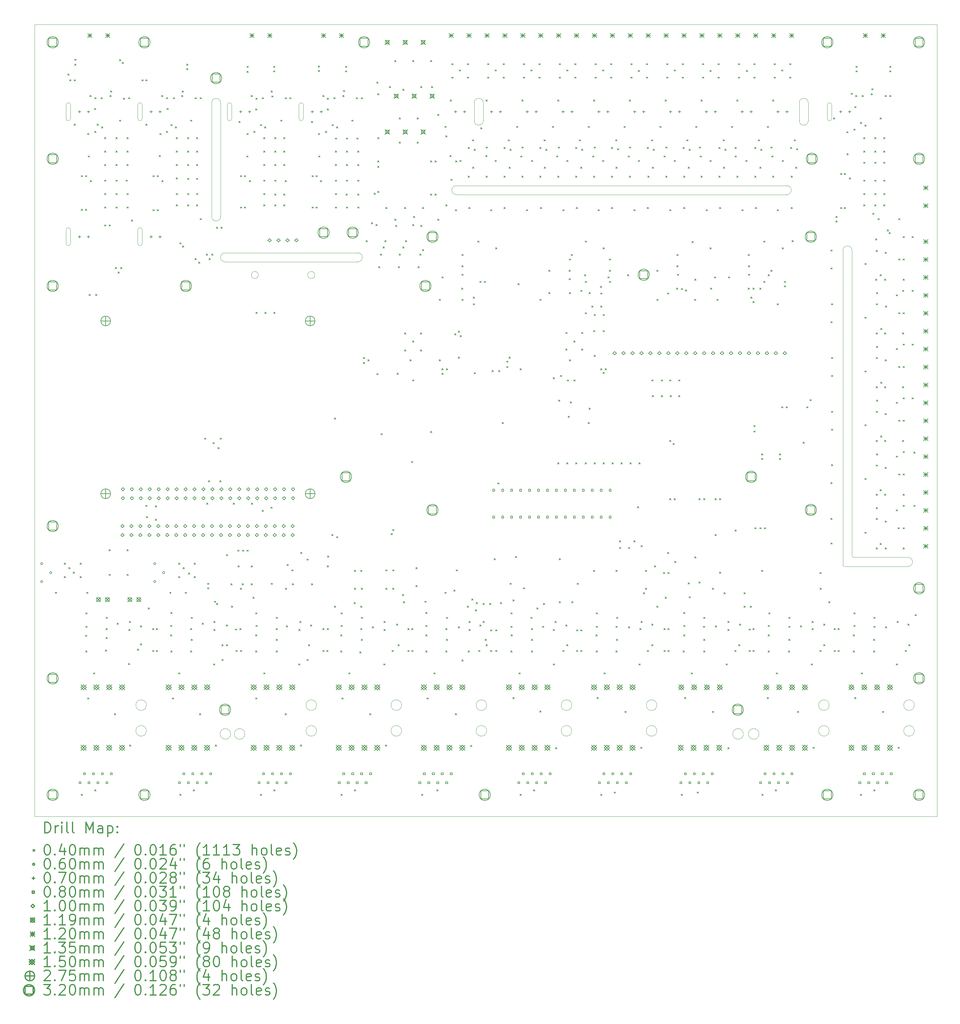
<source format=gbr>
%FSLAX45Y45*%
G04 Gerber Fmt 4.5, Leading zero omitted, Abs format (unit mm)*
G04 Created by KiCad (PCBNEW (5.1.6)-1) date 2023-01-22 17:07:29*
%MOMM*%
%LPD*%
G01*
G04 APERTURE LIST*
%TA.AperFunction,Profile*%
%ADD10C,0.050000*%
%TD*%
%ADD11C,0.200000*%
%ADD12C,0.300000*%
G04 APERTURE END LIST*
D10*
X13544550Y-5524500D02*
X13544550Y-5016500D01*
X13798550Y-5016500D02*
X13798550Y-5524500D01*
X13544550Y-5016500D02*
G75*
G02*
X13798550Y-5016500I127000J0D01*
G01*
X13798550Y-5524500D02*
G75*
G02*
X13544550Y-5524500I-127000J0D01*
G01*
X10242550Y-9271000D02*
G75*
G02*
X10242550Y-9525000I0J-127000D01*
G01*
X9021650Y-9899350D02*
G75*
G03*
X9021650Y-9899350I-100000J0D01*
G01*
X7421650Y-9899350D02*
G75*
G03*
X7421650Y-9899350I-100000J0D01*
G01*
X7039750Y-22910800D02*
G75*
G03*
X7039750Y-22910800I-150000J0D01*
G01*
X6635750Y-22910800D02*
G75*
G03*
X6635750Y-22910800I-150000J0D01*
G01*
X16310750Y-22824300D02*
G75*
G03*
X16310750Y-22824300I-150000J0D01*
G01*
X16310750Y-22095600D02*
G75*
G03*
X16310750Y-22095600I-150000J0D01*
G01*
X26026250Y-22824300D02*
G75*
G03*
X26026250Y-22824300I-150000J0D01*
G01*
X26026250Y-22095600D02*
G75*
G03*
X26026250Y-22095600I-150000J0D01*
G01*
X23613250Y-22824300D02*
G75*
G03*
X23613250Y-22824300I-150000J0D01*
G01*
X23613250Y-22095600D02*
G75*
G03*
X23613250Y-22095600I-150000J0D01*
G01*
X21621750Y-22910800D02*
G75*
G03*
X21621750Y-22910800I-150000J0D01*
G01*
X21177250Y-22910800D02*
G75*
G03*
X21177250Y-22910800I-150000J0D01*
G01*
X18723750Y-22824300D02*
G75*
G03*
X18723750Y-22824300I-150000J0D01*
G01*
X18723750Y-22095600D02*
G75*
G03*
X18723750Y-22095600I-150000J0D01*
G01*
X13897750Y-22824300D02*
G75*
G03*
X13897750Y-22824300I-150000J0D01*
G01*
X13897750Y-22095600D02*
G75*
G03*
X13897750Y-22095600I-150000J0D01*
G01*
X11484750Y-22824300D02*
G75*
G03*
X11484750Y-22824300I-150000J0D01*
G01*
X11484750Y-22095600D02*
G75*
G03*
X11484750Y-22095600I-150000J0D01*
G01*
X9071750Y-22824300D02*
G75*
G03*
X9071750Y-22824300I-150000J0D01*
G01*
X9071750Y-22095600D02*
G75*
G03*
X9071750Y-22095600I-150000J0D01*
G01*
X4245750Y-22095600D02*
G75*
G03*
X4245750Y-22095600I-150000J0D01*
G01*
X4245750Y-22824300D02*
G75*
G03*
X4245750Y-22824300I-150000J0D01*
G01*
X1968500Y-9004300D02*
X1968500Y-8623300D01*
X2095500Y-8623300D02*
X2095500Y-9004300D01*
X2095500Y-9004300D02*
G75*
G02*
X1968500Y-9004300I-63500J0D01*
G01*
X1968500Y-8623300D02*
G75*
G02*
X2095500Y-8623300I63500J0D01*
G01*
X4000500Y-9004300D02*
X4000500Y-8623300D01*
X4127500Y-8623300D02*
X4127500Y-9004300D01*
X4127500Y-9004300D02*
G75*
G02*
X4000500Y-9004300I-63500J0D01*
G01*
X4000500Y-8623300D02*
G75*
G02*
X4127500Y-8623300I63500J0D01*
G01*
X23018750Y-5524500D02*
G75*
G02*
X22764750Y-5524500I-127000J0D01*
G01*
X22764750Y-5016500D02*
G75*
G02*
X23018750Y-5016500I127000J0D01*
G01*
X6667500Y-5461000D02*
G75*
G02*
X6540500Y-5461000I-63500J0D01*
G01*
X23685500Y-5461000D02*
G75*
G02*
X23558500Y-5461000I-63500J0D01*
G01*
X23558500Y-5080000D02*
G75*
G02*
X23685500Y-5080000I63500J0D01*
G01*
X8699500Y-5461000D02*
G75*
G02*
X8572500Y-5461000I-63500J0D01*
G01*
X8572500Y-5080000D02*
G75*
G02*
X8699500Y-5080000I63500J0D01*
G01*
X6540500Y-5080000D02*
G75*
G02*
X6667500Y-5080000I63500J0D01*
G01*
X4127500Y-5461000D02*
G75*
G02*
X4000500Y-5461000I-63500J0D01*
G01*
X4000500Y-5080000D02*
G75*
G02*
X4127500Y-5080000I63500J0D01*
G01*
X2095500Y-5461000D02*
G75*
G02*
X1968500Y-5461000I-63500J0D01*
G01*
X1968500Y-5080000D02*
G75*
G02*
X2095500Y-5080000I63500J0D01*
G01*
X23685500Y-5080000D02*
X23685500Y-5461000D01*
X23558500Y-5461000D02*
X23558500Y-5080000D01*
X2095500Y-5080000D02*
X2095500Y-5461000D01*
X1968500Y-5461000D02*
X1968500Y-5080000D01*
X4127500Y-5080000D02*
X4127500Y-5461000D01*
X4000500Y-5461000D02*
X4000500Y-5080000D01*
X6667500Y-5080000D02*
X6667500Y-5461000D01*
X6540500Y-5461000D02*
X6540500Y-5080000D01*
X8699500Y-5080000D02*
X8699500Y-5461000D01*
X8572500Y-5461000D02*
X8572500Y-5080000D01*
X23018750Y-5016500D02*
X23018750Y-5524500D01*
X22764750Y-5524500D02*
X22764750Y-5016500D01*
X6096000Y-5016500D02*
G75*
G02*
X6350000Y-5016500I127000J0D01*
G01*
X6350000Y-8242300D02*
G75*
G02*
X6096000Y-8242300I-127000J0D01*
G01*
X6477000Y-9525000D02*
G75*
G02*
X6477000Y-9271000I0J127000D01*
G01*
X13036550Y-7620000D02*
G75*
G02*
X13036550Y-7366000I0J127000D01*
G01*
X22409150Y-7366000D02*
G75*
G02*
X22409150Y-7620000I0J-127000D01*
G01*
X24050722Y-18163731D02*
G75*
G02*
X24000460Y-18116550I-2510J47689D01*
G01*
X24310310Y-17903889D02*
G75*
G02*
X24260048Y-17856708I-2510J47689D01*
G01*
X24000000Y-9207500D02*
G75*
G02*
X24260000Y-9207500I130000J0D01*
G01*
X25844500Y-17904000D02*
G75*
G02*
X25844500Y-18164000I0J-130000D01*
G01*
X6096000Y-8242300D02*
X6096000Y-5016500D01*
X6350000Y-5016500D02*
X6350000Y-8242300D01*
X10242550Y-9271000D02*
X6477000Y-9271000D01*
X6477000Y-9525000D02*
X10242550Y-9525000D01*
X22409150Y-7366000D02*
X13036550Y-7366000D01*
X13036550Y-7620000D02*
X22409150Y-7620000D01*
X25844500Y-17904000D02*
X24310310Y-17903889D01*
X25844500Y-18164000D02*
X24050722Y-18163731D01*
X24260048Y-17856708D02*
X24260000Y-9207500D01*
X24000000Y-9207500D02*
X24000460Y-18116550D01*
X1079500Y-25247600D02*
X1079500Y-2794000D01*
X26670000Y-2794000D02*
X1079500Y-2794000D01*
X26670000Y-7112000D02*
X26670000Y-2794000D01*
X26670000Y-25247600D02*
X26670000Y-7112000D01*
X1079500Y-25247600D02*
X26670000Y-25247600D01*
D11*
X12737150Y-5949000D02*
X12777150Y-5989000D01*
X12777150Y-5949000D02*
X12737150Y-5989000D01*
X14934250Y-18763300D02*
X14974250Y-18803300D01*
X14974250Y-18763300D02*
X14934250Y-18803300D01*
X3059750Y-6761800D02*
X3099750Y-6801800D01*
X3099750Y-6761800D02*
X3059750Y-6801800D01*
X7022150Y-7968300D02*
X7062150Y-8008300D01*
X7062150Y-7968300D02*
X7022150Y-8008300D01*
X18807750Y-5682300D02*
X18847750Y-5722300D01*
X18847750Y-5682300D02*
X18807750Y-5722300D01*
X21322350Y-9632000D02*
X21362350Y-9672000D01*
X21362350Y-9632000D02*
X21322350Y-9672000D01*
X17702850Y-15220000D02*
X17742850Y-15260000D01*
X17742850Y-15220000D02*
X17702850Y-15260000D01*
X21449350Y-19919000D02*
X21489350Y-19959000D01*
X21489350Y-19919000D02*
X21449350Y-19959000D01*
X17131350Y-24618000D02*
X17171350Y-24658000D01*
X17171350Y-24618000D02*
X17131350Y-24658000D01*
X11822750Y-8235000D02*
X11862750Y-8275000D01*
X11862750Y-8235000D02*
X11822750Y-8275000D01*
X8139750Y-6380800D02*
X8179750Y-6420800D01*
X8179750Y-6380800D02*
X8139750Y-6420800D01*
X19214150Y-4082100D02*
X19254150Y-4122100D01*
X19254150Y-4082100D02*
X19214150Y-4122100D01*
X22338350Y-10203500D02*
X22378350Y-10243500D01*
X22378350Y-10203500D02*
X22338350Y-10243500D01*
X7225350Y-16363000D02*
X7265350Y-16403000D01*
X7265350Y-16363000D02*
X7225350Y-16403000D01*
X24294150Y-20096800D02*
X24334150Y-20136800D01*
X24334150Y-20096800D02*
X24294150Y-20136800D01*
X12203750Y-21887500D02*
X12243750Y-21927500D01*
X12243750Y-21887500D02*
X12203750Y-21927500D01*
X12508550Y-5339400D02*
X12548550Y-5379400D01*
X12548550Y-5339400D02*
X12508550Y-5379400D01*
X13346750Y-19284000D02*
X13386750Y-19324000D01*
X13386750Y-19284000D02*
X13346750Y-19324000D01*
X15950250Y-3904300D02*
X15990250Y-3944300D01*
X15990250Y-3904300D02*
X15950250Y-3944300D01*
X22008150Y-4933000D02*
X22048150Y-4973000D01*
X22048150Y-4933000D02*
X22008150Y-4973000D01*
X22135150Y-8044500D02*
X22175150Y-8084500D01*
X22175150Y-8044500D02*
X22135150Y-8084500D01*
X6006150Y-15728000D02*
X6046150Y-15768000D01*
X6046150Y-15728000D02*
X6006150Y-15768000D01*
X23748050Y-20541300D02*
X23788050Y-20581300D01*
X23788050Y-20541300D02*
X23748050Y-20581300D01*
X19861850Y-24554500D02*
X19901850Y-24594500D01*
X19901850Y-24554500D02*
X19861850Y-24594500D01*
X8177850Y-7219000D02*
X8217850Y-7259000D01*
X8217850Y-7219000D02*
X8177850Y-7259000D01*
X7784150Y-4679000D02*
X7824150Y-4719000D01*
X7824150Y-4679000D02*
X7784150Y-4719000D01*
X16166150Y-4082100D02*
X16206150Y-4122100D01*
X16206150Y-4082100D02*
X16166150Y-4122100D01*
X21474750Y-14318300D02*
X21514750Y-14358300D01*
X21514750Y-14318300D02*
X21474750Y-14358300D01*
X12749850Y-12553000D02*
X12789850Y-12593000D01*
X12789850Y-12553000D02*
X12749850Y-12593000D01*
X5434650Y-18344200D02*
X5474650Y-18384200D01*
X5474650Y-18344200D02*
X5434650Y-18384200D01*
X11022650Y-23221000D02*
X11062650Y-23261000D01*
X11062650Y-23221000D02*
X11022650Y-23261000D01*
X11594150Y-8920800D02*
X11634150Y-8960800D01*
X11634150Y-8920800D02*
X11594150Y-8960800D01*
X9917750Y-6012500D02*
X9957750Y-6052500D01*
X9957750Y-6012500D02*
X9917750Y-6052500D01*
X5066350Y-5695000D02*
X5106350Y-5735000D01*
X5106350Y-5695000D02*
X5066350Y-5735000D01*
X18452150Y-6279200D02*
X18492150Y-6319200D01*
X18492150Y-6279200D02*
X18452150Y-6319200D01*
X17055150Y-8044500D02*
X17095150Y-8084500D01*
X17095150Y-8044500D02*
X17055150Y-8084500D01*
X19341150Y-13315000D02*
X19381150Y-13355000D01*
X19381150Y-13315000D02*
X19341150Y-13355000D01*
X10324150Y-18268000D02*
X10364150Y-18308000D01*
X10364150Y-18268000D02*
X10324150Y-18308000D01*
X12165650Y-20554000D02*
X12205650Y-20594000D01*
X12205650Y-20554000D02*
X12165650Y-20594000D01*
X13003850Y-22332000D02*
X13043850Y-22372000D01*
X13043850Y-22332000D02*
X13003850Y-22372000D01*
X9917750Y-7968300D02*
X9957750Y-8008300D01*
X9957750Y-7968300D02*
X9917750Y-8008300D01*
X4672650Y-4806000D02*
X4712650Y-4846000D01*
X4712650Y-4806000D02*
X4672650Y-4846000D01*
X14134150Y-4082100D02*
X14174150Y-4122100D01*
X14174150Y-4082100D02*
X14134150Y-4122100D01*
X25068850Y-11410000D02*
X25108850Y-11450000D01*
X25108850Y-11410000D02*
X25068850Y-11450000D01*
X20496850Y-7981000D02*
X20536850Y-8021000D01*
X20536850Y-7981000D02*
X20496850Y-8021000D01*
X15785150Y-12807000D02*
X15825150Y-12847000D01*
X15825150Y-12807000D02*
X15785150Y-12847000D01*
X8622350Y-17760000D02*
X8662350Y-17800000D01*
X8662350Y-17760000D02*
X8622350Y-17800000D01*
X10654350Y-19868200D02*
X10694350Y-19908200D01*
X10694350Y-19868200D02*
X10654350Y-19908200D01*
X14642150Y-21874800D02*
X14682150Y-21914800D01*
X14682150Y-21874800D02*
X14642150Y-21914800D01*
X13397550Y-19715800D02*
X13437550Y-19755800D01*
X13437550Y-19715800D02*
X13397550Y-19755800D01*
X7885750Y-6380800D02*
X7925750Y-6420800D01*
X7925750Y-6380800D02*
X7885750Y-6420800D01*
X7212650Y-4806000D02*
X7252650Y-4846000D01*
X7252650Y-4806000D02*
X7212650Y-4846000D01*
X15912150Y-4933000D02*
X15952150Y-4973000D01*
X15952150Y-4933000D02*
X15912150Y-4973000D01*
X20230150Y-4094800D02*
X20270150Y-4134800D01*
X20270150Y-4094800D02*
X20230150Y-4134800D01*
X25056150Y-9886000D02*
X25096150Y-9926000D01*
X25096150Y-9886000D02*
X25056150Y-9926000D01*
X14007150Y-8044500D02*
X14047150Y-8084500D01*
X14047150Y-8044500D02*
X14007150Y-8084500D01*
X16242350Y-12299000D02*
X16282350Y-12339000D01*
X16282350Y-12299000D02*
X16242350Y-12339000D01*
X24294150Y-20554000D02*
X24334150Y-20594000D01*
X24334150Y-20554000D02*
X24294150Y-20594000D01*
X10298750Y-20579400D02*
X10338750Y-20619400D01*
X10338750Y-20579400D02*
X10298750Y-20619400D01*
X24332250Y-21874800D02*
X24372250Y-21914800D01*
X24372250Y-21874800D02*
X24332250Y-21914800D01*
X11390950Y-9657400D02*
X11430950Y-9697400D01*
X11430950Y-9657400D02*
X11390950Y-9697400D01*
X15937550Y-13442000D02*
X15977550Y-13482000D01*
X15977550Y-13442000D02*
X15937550Y-13482000D01*
X5980750Y-18636300D02*
X6020750Y-18676300D01*
X6020750Y-18636300D02*
X5980750Y-18676300D01*
X4825050Y-5174300D02*
X4865050Y-5214300D01*
X4865050Y-5174300D02*
X4825050Y-5214300D01*
X15162850Y-6647500D02*
X15202850Y-6687500D01*
X15202850Y-6647500D02*
X15162850Y-6687500D01*
X18198150Y-6647500D02*
X18238150Y-6687500D01*
X18238150Y-6647500D02*
X18198150Y-6687500D01*
X25259350Y-8616000D02*
X25299350Y-8656000D01*
X25299350Y-8616000D02*
X25259350Y-8656000D01*
X23659150Y-17493300D02*
X23699150Y-17533300D01*
X23699150Y-17493300D02*
X23659150Y-17533300D01*
X16242350Y-9441500D02*
X16282350Y-9481500D01*
X16282350Y-9441500D02*
X16242350Y-9481500D01*
X9371650Y-18141000D02*
X9411650Y-18181000D01*
X9411650Y-18141000D02*
X9371650Y-18181000D01*
X8228650Y-18102900D02*
X8268650Y-18142900D01*
X8268650Y-18102900D02*
X8228650Y-18142900D01*
X15162850Y-20223800D02*
X15202850Y-20263800D01*
X15202850Y-20223800D02*
X15162850Y-20263800D01*
X3745550Y-19944400D02*
X3785550Y-19984400D01*
X3785550Y-19944400D02*
X3745550Y-19984400D01*
X12991150Y-11562400D02*
X13031150Y-11602400D01*
X13031150Y-11562400D02*
X12991150Y-11602400D01*
X24522750Y-21176300D02*
X24562750Y-21216300D01*
X24562750Y-21176300D02*
X24522750Y-21216300D01*
X12432350Y-7600000D02*
X12472350Y-7640000D01*
X12472350Y-7600000D02*
X12432350Y-7640000D01*
X25538750Y-19715800D02*
X25578750Y-19755800D01*
X25578750Y-19715800D02*
X25538750Y-19755800D01*
X17410750Y-4285300D02*
X17450750Y-4325300D01*
X17450750Y-4285300D02*
X17410750Y-4325300D01*
X2208850Y-3777300D02*
X2248850Y-3817300D01*
X2248850Y-3777300D02*
X2208850Y-3817300D01*
X14388150Y-6279200D02*
X14428150Y-6319200D01*
X14428150Y-6279200D02*
X14388150Y-6319200D01*
X16928150Y-7092000D02*
X16968150Y-7132000D01*
X16968150Y-7092000D02*
X16928150Y-7132000D01*
X25195850Y-4806000D02*
X25235850Y-4846000D01*
X25235850Y-4806000D02*
X25195850Y-4846000D01*
X25703850Y-17633000D02*
X25743850Y-17673000D01*
X25743850Y-17633000D02*
X25703850Y-17673000D01*
X14781850Y-10140000D02*
X14821850Y-10180000D01*
X14821850Y-10140000D02*
X14781850Y-10180000D01*
X14705650Y-17874300D02*
X14745650Y-17914300D01*
X14745650Y-17874300D02*
X14705650Y-17914300D01*
X6844350Y-18141000D02*
X6884350Y-18181000D01*
X6884350Y-18141000D02*
X6844350Y-18181000D01*
X14146850Y-19957100D02*
X14186850Y-19997100D01*
X14186850Y-19957100D02*
X14146850Y-19997100D01*
X3097850Y-19919000D02*
X3137850Y-19959000D01*
X3137850Y-19919000D02*
X3097850Y-19959000D01*
X17194850Y-12654600D02*
X17234850Y-12694600D01*
X17234850Y-12654600D02*
X17194850Y-12694600D01*
X17220250Y-21176300D02*
X17260250Y-21216300D01*
X17260250Y-21176300D02*
X17220250Y-21216300D01*
X11797350Y-8463600D02*
X11837350Y-8503600D01*
X11837350Y-8463600D02*
X11797350Y-8503600D01*
X16801150Y-13670600D02*
X16841150Y-13710600D01*
X16841150Y-13670600D02*
X16801150Y-13710600D01*
X2551750Y-18890300D02*
X2591750Y-18930300D01*
X2591750Y-18890300D02*
X2551750Y-18930300D01*
X16966250Y-3904300D02*
X17006250Y-3944300D01*
X17006250Y-3904300D02*
X16966250Y-3944300D01*
X3059750Y-8476300D02*
X3099750Y-8516300D01*
X3099750Y-8476300D02*
X3059750Y-8516300D01*
X8139750Y-7600000D02*
X8179750Y-7640000D01*
X8179750Y-7600000D02*
X8139750Y-7640000D01*
X19633250Y-6330000D02*
X19673250Y-6370000D01*
X19673250Y-6330000D02*
X19633250Y-6370000D01*
X24179850Y-7142800D02*
X24219850Y-7182800D01*
X24219850Y-7142800D02*
X24179850Y-7182800D01*
X25513350Y-11981500D02*
X25553350Y-12021500D01*
X25553350Y-11981500D02*
X25513350Y-12021500D01*
X13702350Y-10076500D02*
X13742350Y-10116500D01*
X13742350Y-10076500D02*
X13702350Y-10116500D01*
X11225850Y-18255300D02*
X11265850Y-18295300D01*
X11265850Y-18255300D02*
X11225850Y-18295300D01*
X17575850Y-20223800D02*
X17615850Y-20263800D01*
X17615850Y-20223800D02*
X17575850Y-20263800D01*
X6387150Y-20795300D02*
X6427150Y-20835300D01*
X6427150Y-20795300D02*
X6387150Y-20835300D01*
X19442750Y-3904300D02*
X19482750Y-3944300D01*
X19482750Y-3904300D02*
X19442750Y-3944300D01*
X2653350Y-7219000D02*
X2693350Y-7259000D01*
X2693350Y-7219000D02*
X2653350Y-7259000D01*
X5764850Y-8298500D02*
X5804850Y-8338500D01*
X5804850Y-8298500D02*
X5764850Y-8338500D01*
X25322850Y-4806000D02*
X25362850Y-4846000D01*
X25362850Y-4806000D02*
X25322850Y-4846000D01*
X25195850Y-15347000D02*
X25235850Y-15387000D01*
X25235850Y-15347000D02*
X25195850Y-15387000D01*
X13511850Y-10521000D02*
X13551850Y-10561000D01*
X13551850Y-10521000D02*
X13511850Y-10561000D01*
X19607850Y-18623600D02*
X19647850Y-18663600D01*
X19647850Y-18623600D02*
X19607850Y-18663600D01*
X17004350Y-19855500D02*
X17044350Y-19895500D01*
X17044350Y-19855500D02*
X17004350Y-19895500D01*
X9244650Y-20541300D02*
X9284650Y-20581300D01*
X9284650Y-20541300D02*
X9244650Y-20581300D01*
X2805750Y-10444800D02*
X2845750Y-10484800D01*
X2845750Y-10444800D02*
X2805750Y-10484800D01*
X3186750Y-18382300D02*
X3226750Y-18422300D01*
X3226750Y-18382300D02*
X3186750Y-18422300D01*
X21474750Y-3904300D02*
X21514750Y-3944300D01*
X21514750Y-3904300D02*
X21474750Y-3944300D01*
X5663250Y-5999800D02*
X5703250Y-6039800D01*
X5703250Y-5999800D02*
X5663250Y-6039800D01*
X8939850Y-7968300D02*
X8979850Y-8008300D01*
X8979850Y-7968300D02*
X8939850Y-8008300D01*
X15518450Y-6063300D02*
X15558450Y-6103300D01*
X15558450Y-6063300D02*
X15518450Y-6103300D01*
X25183150Y-11537000D02*
X25223150Y-11577000D01*
X25223150Y-11537000D02*
X25183150Y-11577000D01*
X17118650Y-10216200D02*
X17158650Y-10256200D01*
X17158650Y-10216200D02*
X17118650Y-10256200D01*
X15658150Y-9759000D02*
X15698150Y-9799000D01*
X15698150Y-9759000D02*
X15658150Y-9799000D01*
X20293650Y-18776000D02*
X20333650Y-18816000D01*
X20333650Y-18776000D02*
X20293650Y-18816000D01*
X16305850Y-19157000D02*
X16345850Y-19197000D01*
X16345850Y-19157000D02*
X16305850Y-19197000D01*
X9244650Y-19919000D02*
X9284650Y-19959000D01*
X9284650Y-19919000D02*
X9244650Y-19959000D01*
X1916750Y-18064800D02*
X1956750Y-18104800D01*
X1956750Y-18064800D02*
X1916750Y-18104800D01*
X6158550Y-19715800D02*
X6198550Y-19755800D01*
X6198550Y-19715800D02*
X6158550Y-19755800D01*
X24586250Y-6698300D02*
X24626250Y-6738300D01*
X24626250Y-6698300D02*
X24586250Y-6738300D01*
X5091750Y-6761800D02*
X5131750Y-6801800D01*
X5131750Y-6761800D02*
X5091750Y-6801800D01*
X7085650Y-6520500D02*
X7125650Y-6560500D01*
X7125650Y-6520500D02*
X7085650Y-6560500D01*
X16902750Y-6520500D02*
X16942750Y-6560500D01*
X16942750Y-6520500D02*
X16902750Y-6560500D01*
X25703850Y-14902500D02*
X25743850Y-14942500D01*
X25743850Y-14902500D02*
X25703850Y-14942500D01*
X18718850Y-10584500D02*
X18758850Y-10624500D01*
X18758850Y-10584500D02*
X18718850Y-10624500D01*
X18274350Y-17569500D02*
X18314350Y-17609500D01*
X18314350Y-17569500D02*
X18274350Y-17609500D01*
X19036350Y-19919000D02*
X19076350Y-19959000D01*
X19076350Y-19919000D02*
X19036350Y-19959000D01*
X6768150Y-19931700D02*
X6808150Y-19971700D01*
X6808150Y-19931700D02*
X6768150Y-19971700D01*
X2361250Y-18445800D02*
X2401250Y-18485800D01*
X2401250Y-18445800D02*
X2361250Y-18485800D01*
X24586250Y-7904800D02*
X24626250Y-7944800D01*
X24626250Y-7904800D02*
X24586250Y-7944800D01*
X5091750Y-7587300D02*
X5131750Y-7627300D01*
X5131750Y-7587300D02*
X5091750Y-7627300D01*
X7593650Y-5695000D02*
X7633650Y-5735000D01*
X7633650Y-5695000D02*
X7593650Y-5735000D01*
X18566450Y-6063300D02*
X18606450Y-6103300D01*
X18606450Y-6063300D02*
X18566450Y-6103300D01*
X25513350Y-13505500D02*
X25553350Y-13545500D01*
X25553350Y-13505500D02*
X25513350Y-13545500D01*
X16686850Y-10965500D02*
X16726850Y-11005500D01*
X16726850Y-10965500D02*
X16686850Y-11005500D01*
X20496850Y-16236000D02*
X20536850Y-16276000D01*
X20536850Y-16236000D02*
X20496850Y-16276000D01*
X21195350Y-19284000D02*
X21235350Y-19324000D01*
X21235350Y-19284000D02*
X21195350Y-19324000D01*
X9371650Y-19919000D02*
X9411650Y-19959000D01*
X9411650Y-19919000D02*
X9371650Y-19959000D01*
X13854750Y-20223800D02*
X13894750Y-20263800D01*
X13894750Y-20223800D02*
X13854750Y-20263800D01*
X3377250Y-7206300D02*
X3417250Y-7246300D01*
X3417250Y-7206300D02*
X3377250Y-7246300D01*
X9816150Y-4806000D02*
X9856150Y-4846000D01*
X9856150Y-4806000D02*
X9816150Y-4846000D01*
X21982750Y-6520500D02*
X22022750Y-6560500D01*
X22022750Y-6520500D02*
X21982750Y-6560500D01*
X25703850Y-16109000D02*
X25743850Y-16149000D01*
X25743850Y-16109000D02*
X25703850Y-16149000D01*
X19290350Y-9314500D02*
X19330350Y-9354500D01*
X19330350Y-9314500D02*
X19290350Y-9354500D01*
X6323650Y-15728000D02*
X6363650Y-15768000D01*
X6363650Y-15728000D02*
X6323650Y-15768000D01*
X22795550Y-19842800D02*
X22835550Y-19882800D01*
X22835550Y-19842800D02*
X22795550Y-19882800D01*
X10336850Y-19601500D02*
X10376850Y-19641500D01*
X10376850Y-19601500D02*
X10336850Y-19641500D01*
X24586250Y-6380800D02*
X24626250Y-6420800D01*
X24626250Y-6380800D02*
X24586250Y-6420800D01*
X3377250Y-6380800D02*
X3417250Y-6420800D01*
X3417250Y-6380800D02*
X3377250Y-6420800D01*
X5625150Y-9428800D02*
X5665150Y-9468800D01*
X5665150Y-9428800D02*
X5625150Y-9468800D01*
X14502450Y-6063300D02*
X14542450Y-6103300D01*
X14542450Y-6063300D02*
X14502450Y-6103300D01*
X25195850Y-12299000D02*
X25235850Y-12339000D01*
X25235850Y-12299000D02*
X25195850Y-12339000D01*
X19023650Y-10406700D02*
X19063650Y-10446700D01*
X19063650Y-10406700D02*
X19023650Y-10446700D01*
X19087150Y-14585000D02*
X19127150Y-14625000D01*
X19127150Y-14585000D02*
X19087150Y-14625000D01*
X23125750Y-19919000D02*
X23165750Y-19959000D01*
X23165750Y-19919000D02*
X23125750Y-19959000D01*
X10806750Y-4755200D02*
X10846750Y-4795200D01*
X10846750Y-4755200D02*
X10806750Y-4795200D01*
X24903750Y-7206300D02*
X24943750Y-7246300D01*
X24943750Y-7206300D02*
X24903750Y-7246300D01*
X3669350Y-7206300D02*
X3709350Y-7246300D01*
X3709350Y-7206300D02*
X3669350Y-7246300D01*
X6907850Y-7968300D02*
X6947850Y-8008300D01*
X6947850Y-7968300D02*
X6907850Y-8008300D01*
X15759750Y-5682300D02*
X15799750Y-5722300D01*
X15799750Y-5682300D02*
X15759750Y-5722300D01*
X21385850Y-10521000D02*
X21425850Y-10561000D01*
X21425850Y-10521000D02*
X21385850Y-10561000D01*
X6704650Y-16363000D02*
X6744650Y-16403000D01*
X6744650Y-16363000D02*
X6704650Y-16403000D01*
X21335050Y-20541300D02*
X21375050Y-20581300D01*
X21375050Y-20541300D02*
X21335050Y-20581300D01*
X19417350Y-24618000D02*
X19457350Y-24658000D01*
X19457350Y-24618000D02*
X19417350Y-24658000D01*
X11136950Y-4552000D02*
X11176950Y-4592000D01*
X11176950Y-4552000D02*
X11136950Y-4592000D01*
X7885750Y-6761800D02*
X7925750Y-6801800D01*
X7925750Y-6761800D02*
X7885750Y-6801800D01*
X17182150Y-4082100D02*
X17222150Y-4122100D01*
X17222150Y-4082100D02*
X17182150Y-4122100D01*
X22338350Y-10076500D02*
X22378350Y-10116500D01*
X22378350Y-10076500D02*
X22338350Y-10116500D01*
X16686850Y-15220000D02*
X16726850Y-15260000D01*
X16726850Y-15220000D02*
X16686850Y-15260000D01*
X24865650Y-20223800D02*
X24905650Y-20263800D01*
X24905650Y-20223800D02*
X24865650Y-20263800D01*
X18261650Y-23284500D02*
X18301650Y-23324500D01*
X18301650Y-23284500D02*
X18261650Y-23324500D01*
X11924350Y-5441000D02*
X11964350Y-5481000D01*
X11964350Y-5441000D02*
X11924350Y-5481000D01*
X7568250Y-7904800D02*
X7608250Y-7944800D01*
X7608250Y-7904800D02*
X7568250Y-7944800D01*
X7847650Y-4107500D02*
X7887650Y-4147500D01*
X7887650Y-4107500D02*
X7847650Y-4147500D01*
X22516150Y-6279200D02*
X22556150Y-6319200D01*
X22556150Y-6279200D02*
X22516150Y-6319200D01*
X22973350Y-13632500D02*
X23013350Y-13672500D01*
X23013350Y-13632500D02*
X22973350Y-13672500D01*
X20369850Y-16236000D02*
X20409850Y-16276000D01*
X20409850Y-16236000D02*
X20369850Y-16276000D01*
X24865650Y-20554000D02*
X24905650Y-20594000D01*
X24905650Y-20554000D02*
X24865650Y-20594000D01*
X24497350Y-24618000D02*
X24537350Y-24658000D01*
X24537350Y-24618000D02*
X24497350Y-24658000D01*
X7568250Y-7206300D02*
X7608250Y-7246300D01*
X7608250Y-7206300D02*
X7568250Y-7246300D01*
X8304850Y-4869500D02*
X8344850Y-4909500D01*
X8344850Y-4869500D02*
X8304850Y-4909500D01*
X15150150Y-4082100D02*
X15190150Y-4122100D01*
X15190150Y-4082100D02*
X15150150Y-4122100D01*
X23671850Y-13759500D02*
X23711850Y-13799500D01*
X23711850Y-13759500D02*
X23671850Y-13799500D01*
X18591850Y-13315000D02*
X18631850Y-13355000D01*
X18631850Y-13315000D02*
X18591850Y-13355000D01*
X5282250Y-18191800D02*
X5322250Y-18231800D01*
X5322250Y-18191800D02*
X5282250Y-18231800D01*
X22084350Y-24491000D02*
X22124350Y-24531000D01*
X22124350Y-24491000D02*
X22084350Y-24531000D01*
X12025950Y-8489000D02*
X12065950Y-8529000D01*
X12065950Y-8489000D02*
X12025950Y-8529000D01*
X12902250Y-3904300D02*
X12942250Y-3944300D01*
X12942250Y-3904300D02*
X12902250Y-3944300D01*
X5625150Y-4869500D02*
X5665150Y-4909500D01*
X5665150Y-4869500D02*
X5625150Y-4909500D01*
X15924850Y-6266500D02*
X15964850Y-6306500D01*
X15964850Y-6266500D02*
X15924850Y-6306500D01*
X25576850Y-9441500D02*
X25616850Y-9481500D01*
X25616850Y-9441500D02*
X25576850Y-9481500D01*
X21474750Y-14165900D02*
X21514750Y-14205900D01*
X21514750Y-14165900D02*
X21474750Y-14205900D01*
X18579150Y-12870500D02*
X18619150Y-12910500D01*
X18619150Y-12870500D02*
X18579150Y-12910500D01*
X8190550Y-18776000D02*
X8230550Y-18816000D01*
X8230550Y-18776000D02*
X8190550Y-18816000D01*
X12737150Y-19919000D02*
X12777150Y-19959000D01*
X12777150Y-19919000D02*
X12737150Y-19959000D01*
X15848650Y-23297200D02*
X15888650Y-23337200D01*
X15888650Y-23297200D02*
X15848650Y-23337200D01*
X15378750Y-4285300D02*
X15418750Y-4325300D01*
X15418750Y-4285300D02*
X15378750Y-4325300D01*
X4228150Y-5618800D02*
X4268150Y-5658800D01*
X4268150Y-5618800D02*
X4228150Y-5658800D01*
X17791750Y-5682300D02*
X17831750Y-5722300D01*
X17831750Y-5682300D02*
X17791750Y-5722300D01*
X24624350Y-11092500D02*
X24664350Y-11132500D01*
X24664350Y-11092500D02*
X24624350Y-11132500D01*
X22262150Y-13632500D02*
X22302150Y-13672500D01*
X22302150Y-13632500D02*
X22262150Y-13672500D01*
X14464350Y-12337100D02*
X14504350Y-12377100D01*
X14504350Y-12337100D02*
X14464350Y-12377100D01*
X10324150Y-19284000D02*
X10364150Y-19324000D01*
X10364150Y-19284000D02*
X10324150Y-19324000D01*
X12165650Y-19461800D02*
X12205650Y-19501800D01*
X12205650Y-19461800D02*
X12165650Y-19501800D01*
X3339150Y-22332000D02*
X3379150Y-22372000D01*
X3379150Y-22332000D02*
X3339150Y-22372000D01*
X4075750Y-20350800D02*
X4115750Y-20390800D01*
X4115750Y-20350800D02*
X4075750Y-20390800D01*
X8139750Y-6761800D02*
X8179750Y-6801800D01*
X8179750Y-6761800D02*
X8139750Y-6801800D01*
X5244150Y-4806000D02*
X5284150Y-4846000D01*
X5284150Y-4806000D02*
X5244150Y-4846000D01*
X15404150Y-7092000D02*
X15444150Y-7132000D01*
X15444150Y-7092000D02*
X15404150Y-7132000D01*
X18198150Y-4094800D02*
X18238150Y-4134800D01*
X18238150Y-4094800D02*
X18198150Y-4134800D01*
X25957850Y-8806500D02*
X25997850Y-8846500D01*
X25997850Y-8806500D02*
X25957850Y-8846500D01*
X22389150Y-13632500D02*
X22429150Y-13672500D01*
X22429150Y-13632500D02*
X22389150Y-13672500D01*
X12546650Y-12299000D02*
X12586650Y-12339000D01*
X12586650Y-12299000D02*
X12546650Y-12339000D01*
X23748050Y-19919000D02*
X23788050Y-19959000D01*
X23788050Y-19919000D02*
X23748050Y-19959000D01*
X13194350Y-20808000D02*
X13234350Y-20848000D01*
X13234350Y-20808000D02*
X13194350Y-20848000D01*
X22706650Y-22268500D02*
X22746650Y-22308500D01*
X22746650Y-22268500D02*
X22706650Y-22308500D01*
X19696750Y-21176300D02*
X19736750Y-21216300D01*
X19736750Y-21176300D02*
X19696750Y-21216300D01*
X11568750Y-7981000D02*
X11608750Y-8021000D01*
X11608750Y-7981000D02*
X11568750Y-8021000D01*
X20738150Y-19715800D02*
X20778150Y-19755800D01*
X20778150Y-19715800D02*
X20738150Y-19755800D01*
X6171250Y-19144300D02*
X6211250Y-19184300D01*
X6211250Y-19144300D02*
X6171250Y-19184300D01*
X17664750Y-17620300D02*
X17704750Y-17660300D01*
X17704750Y-17620300D02*
X17664750Y-17660300D01*
X5383850Y-4044000D02*
X5423850Y-4084000D01*
X5423850Y-4044000D02*
X5383850Y-4084000D01*
X14896150Y-7092000D02*
X14936150Y-7132000D01*
X14936150Y-7092000D02*
X14896150Y-7132000D01*
X16420150Y-7092000D02*
X16460150Y-7132000D01*
X16460150Y-7092000D02*
X16420150Y-7132000D01*
X25576850Y-8298500D02*
X25616850Y-8338500D01*
X25616850Y-8298500D02*
X25576850Y-8338500D01*
X24941850Y-17633000D02*
X24981850Y-17673000D01*
X24981850Y-17633000D02*
X24941850Y-17673000D01*
X11721150Y-12299000D02*
X11761150Y-12339000D01*
X11761150Y-12299000D02*
X11721150Y-12339000D01*
X18337850Y-18903000D02*
X18377850Y-18943000D01*
X18377850Y-18903000D02*
X18337850Y-18943000D01*
X23862350Y-20541300D02*
X23902350Y-20581300D01*
X23902350Y-20541300D02*
X23862350Y-20581300D01*
X15785150Y-20922300D02*
X15825150Y-20962300D01*
X15825150Y-20922300D02*
X15785150Y-20962300D01*
X2526350Y-19474500D02*
X2566350Y-19514500D01*
X2566350Y-19474500D02*
X2526350Y-19514500D01*
X10806750Y-7523800D02*
X10846750Y-7563800D01*
X10846750Y-7523800D02*
X10806750Y-7563800D01*
X6234750Y-19207800D02*
X6274750Y-19247800D01*
X6274750Y-19207800D02*
X6234750Y-19247800D01*
X17664750Y-17429800D02*
X17704750Y-17469800D01*
X17704750Y-17429800D02*
X17664750Y-17469800D01*
X18426750Y-3904300D02*
X18466750Y-3944300D01*
X18466750Y-3904300D02*
X18426750Y-3944300D01*
X4228150Y-4361500D02*
X4268150Y-4401500D01*
X4268150Y-4361500D02*
X4228150Y-4401500D01*
X13880150Y-4933000D02*
X13920150Y-4973000D01*
X13920150Y-4933000D02*
X13880150Y-4973000D01*
X17601250Y-6317300D02*
X17641250Y-6357300D01*
X17641250Y-6317300D02*
X17601250Y-6357300D01*
X23798850Y-8362000D02*
X23838850Y-8402000D01*
X23838850Y-8362000D02*
X23798850Y-8402000D01*
X25564150Y-17061500D02*
X25604150Y-17101500D01*
X25604150Y-17061500D02*
X25564150Y-17101500D01*
X13638850Y-8933500D02*
X13678850Y-8973500D01*
X13678850Y-8933500D02*
X13638850Y-8973500D01*
X18655350Y-18141000D02*
X18695350Y-18181000D01*
X18695350Y-18141000D02*
X18655350Y-18181000D01*
X11225850Y-18776000D02*
X11265850Y-18816000D01*
X11265850Y-18776000D02*
X11225850Y-18816000D01*
X14007150Y-20541300D02*
X14047150Y-20581300D01*
X14047150Y-20541300D02*
X14007150Y-20581300D01*
X2526350Y-19855500D02*
X2566350Y-19895500D01*
X2566350Y-19855500D02*
X2526350Y-19895500D01*
X16369350Y-11765600D02*
X16409350Y-11805600D01*
X16409350Y-11765600D02*
X16369350Y-11805600D01*
X10959150Y-9098600D02*
X10999150Y-9138600D01*
X10999150Y-9098600D02*
X10959150Y-9138600D01*
X17410750Y-3904300D02*
X17450750Y-3944300D01*
X17450750Y-3904300D02*
X17410750Y-3944300D01*
X2513650Y-7079300D02*
X2553650Y-7119300D01*
X2553650Y-7079300D02*
X2513650Y-7119300D01*
X9905050Y-7600000D02*
X9945050Y-7640000D01*
X9945050Y-7600000D02*
X9905050Y-7640000D01*
X24306850Y-5758500D02*
X24346850Y-5798500D01*
X24346850Y-5758500D02*
X24306850Y-5798500D01*
X25513350Y-10457500D02*
X25553350Y-10497500D01*
X25553350Y-10457500D02*
X25513350Y-10497500D01*
X12546650Y-10584500D02*
X12586650Y-10624500D01*
X12586650Y-10584500D02*
X12546650Y-10624500D01*
X15950250Y-17937800D02*
X15990250Y-17977800D01*
X15990250Y-17937800D02*
X15950250Y-17977800D01*
X4926650Y-19830100D02*
X4966650Y-19870100D01*
X4966650Y-19830100D02*
X4926650Y-19870100D01*
X2742250Y-21176300D02*
X2782250Y-21216300D01*
X2782250Y-21176300D02*
X2742250Y-21216300D01*
X5599750Y-18445800D02*
X5639750Y-18485800D01*
X5639750Y-18445800D02*
X5599750Y-18485800D01*
X19442750Y-4285300D02*
X19482750Y-4325300D01*
X19482750Y-4285300D02*
X19442750Y-4325300D01*
X3224850Y-4679000D02*
X3264850Y-4719000D01*
X3264850Y-4679000D02*
X3224850Y-4719000D01*
X5193350Y-8984300D02*
X5233350Y-9024300D01*
X5233350Y-8984300D02*
X5193350Y-9024300D01*
X24548150Y-4806000D02*
X24588150Y-4846000D01*
X24588150Y-4806000D02*
X24548150Y-4846000D01*
X25691150Y-14585000D02*
X25731150Y-14625000D01*
X25731150Y-14585000D02*
X25691150Y-14625000D01*
X17194850Y-9124000D02*
X17234850Y-9164000D01*
X17234850Y-9124000D02*
X17194850Y-9164000D01*
X19087150Y-16236000D02*
X19127150Y-16276000D01*
X19127150Y-16236000D02*
X19087150Y-16276000D01*
X16559850Y-20541300D02*
X16599850Y-20581300D01*
X16599850Y-20541300D02*
X16559850Y-20581300D01*
X9358950Y-20541300D02*
X9398950Y-20581300D01*
X9398950Y-20541300D02*
X9358950Y-20581300D01*
X11797350Y-3815400D02*
X11837350Y-3855400D01*
X11837350Y-3815400D02*
X11797350Y-3855400D01*
X22046250Y-3904300D02*
X22086250Y-3944300D01*
X22086250Y-3904300D02*
X22046250Y-3944300D01*
X5091750Y-6380800D02*
X5131750Y-6420800D01*
X5131750Y-6380800D02*
X5091750Y-6420800D01*
X8939850Y-7079300D02*
X8979850Y-7119300D01*
X8979850Y-7079300D02*
X8939850Y-7119300D01*
X19950750Y-6520500D02*
X19990750Y-6560500D01*
X19990750Y-6520500D02*
X19950750Y-6560500D01*
X24954550Y-11918000D02*
X24994550Y-11958000D01*
X24994550Y-11918000D02*
X24954550Y-11958000D01*
X17334550Y-9949500D02*
X17374550Y-9989500D01*
X17374550Y-9949500D02*
X17334550Y-9989500D01*
X13829350Y-10076500D02*
X13869350Y-10116500D01*
X13869350Y-10076500D02*
X13829350Y-10116500D01*
X22198650Y-15093000D02*
X22238650Y-15133000D01*
X22238650Y-15093000D02*
X22198650Y-15133000D01*
X20052350Y-19601500D02*
X20092350Y-19641500D01*
X20092350Y-19601500D02*
X20052350Y-19641500D01*
X5498150Y-20554000D02*
X5538150Y-20594000D01*
X5538150Y-20554000D02*
X5498150Y-20594000D01*
X11505250Y-18953800D02*
X11545250Y-18993800D01*
X11545250Y-18953800D02*
X11505250Y-18993800D01*
X25157750Y-7904800D02*
X25197750Y-7944800D01*
X25197750Y-7904800D02*
X25157750Y-7944800D01*
X3593150Y-4882200D02*
X3633150Y-4922200D01*
X3633150Y-4882200D02*
X3593150Y-4922200D01*
X7288850Y-5822000D02*
X7328850Y-5862000D01*
X7328850Y-5822000D02*
X7288850Y-5862000D01*
X17550450Y-6063300D02*
X17590450Y-6103300D01*
X17590450Y-6063300D02*
X17550450Y-6103300D01*
X25068850Y-14458000D02*
X25108850Y-14498000D01*
X25108850Y-14458000D02*
X25068850Y-14498000D01*
X17372650Y-9441500D02*
X17412650Y-9481500D01*
X17412650Y-9441500D02*
X17372650Y-9481500D01*
X20941350Y-17125000D02*
X20981350Y-17165000D01*
X20981350Y-17125000D02*
X20941350Y-17165000D01*
X20052350Y-20554000D02*
X20092350Y-20594000D01*
X20092350Y-20554000D02*
X20052350Y-20594000D01*
X5828350Y-19766600D02*
X5868350Y-19806600D01*
X5868350Y-19766600D02*
X5828350Y-19806600D01*
X4418650Y-20541300D02*
X4458650Y-20581300D01*
X4458650Y-20541300D02*
X4418650Y-20581300D01*
X24586250Y-7587300D02*
X24626250Y-7627300D01*
X24626250Y-7587300D02*
X24586250Y-7627300D01*
X5663250Y-7155500D02*
X5703250Y-7195500D01*
X5703250Y-7155500D02*
X5663250Y-7195500D01*
X10336850Y-4869500D02*
X10376850Y-4909500D01*
X10376850Y-4869500D02*
X10336850Y-4909500D01*
X13867450Y-6507800D02*
X13907450Y-6547800D01*
X13907450Y-6507800D02*
X13867450Y-6547800D01*
X25703850Y-17061500D02*
X25743850Y-17101500D01*
X25743850Y-17061500D02*
X25703850Y-17101500D01*
X20420650Y-10584500D02*
X20460650Y-10624500D01*
X20460650Y-10584500D02*
X20420650Y-10624500D01*
X11225850Y-17112300D02*
X11265850Y-17152300D01*
X11265850Y-17112300D02*
X11225850Y-17152300D01*
X23100350Y-20922300D02*
X23140350Y-20962300D01*
X23140350Y-20922300D02*
X23100350Y-20962300D01*
X9752650Y-20554000D02*
X9792650Y-20594000D01*
X9792650Y-20554000D02*
X9752650Y-20594000D01*
X13575350Y-19385600D02*
X13615350Y-19425600D01*
X13615350Y-19385600D02*
X13575350Y-19425600D01*
X3059750Y-7968300D02*
X3099750Y-8008300D01*
X3099750Y-7968300D02*
X3059750Y-8008300D01*
X7098350Y-5885500D02*
X7138350Y-5925500D01*
X7138350Y-5885500D02*
X7098350Y-5925500D01*
X18922050Y-6520500D02*
X18962050Y-6560500D01*
X18962050Y-6520500D02*
X18922050Y-6560500D01*
X25056150Y-15982000D02*
X25096150Y-16022000D01*
X25096150Y-15982000D02*
X25056150Y-16022000D01*
X21449350Y-10267000D02*
X21489350Y-10307000D01*
X21489350Y-10267000D02*
X21449350Y-10307000D01*
X11759250Y-15181900D02*
X11799250Y-15221900D01*
X11799250Y-15181900D02*
X11759250Y-15221900D01*
X20928650Y-20541300D02*
X20968650Y-20581300D01*
X20968650Y-20541300D02*
X20928650Y-20581300D01*
X10324150Y-19919000D02*
X10364150Y-19959000D01*
X10364150Y-19919000D02*
X10324150Y-19959000D01*
X3694750Y-6380800D02*
X3734750Y-6420800D01*
X3734750Y-6380800D02*
X3694750Y-6420800D01*
X9320850Y-5822000D02*
X9360850Y-5862000D01*
X9360850Y-5822000D02*
X9320850Y-5862000D01*
X20839750Y-5682300D02*
X20879750Y-5722300D01*
X20879750Y-5682300D02*
X20839750Y-5722300D01*
X24941850Y-15283500D02*
X24981850Y-15323500D01*
X24981850Y-15283500D02*
X24941850Y-15323500D01*
X19798350Y-10013000D02*
X19838350Y-10053000D01*
X19838350Y-10013000D02*
X19798350Y-10053000D01*
X18210850Y-15220000D02*
X18250850Y-15260000D01*
X18250850Y-15220000D02*
X18210850Y-15260000D01*
X16445550Y-20541300D02*
X16485550Y-20581300D01*
X16485550Y-20541300D02*
X16445550Y-20581300D01*
X10882950Y-9301800D02*
X10922950Y-9341800D01*
X10922950Y-9301800D02*
X10882950Y-9341800D01*
X21030250Y-4285300D02*
X21070250Y-4325300D01*
X21070250Y-4285300D02*
X21030250Y-4325300D01*
X3059750Y-7206300D02*
X3099750Y-7246300D01*
X3099750Y-7206300D02*
X3059750Y-7246300D01*
X9054150Y-7079300D02*
X9094150Y-7119300D01*
X9094150Y-7079300D02*
X9054150Y-7119300D01*
X13727750Y-5720400D02*
X13767750Y-5760400D01*
X13767750Y-5720400D02*
X13727750Y-5760400D01*
X21449350Y-10648000D02*
X21489350Y-10688000D01*
X21489350Y-10648000D02*
X21449350Y-10688000D01*
X5955350Y-16363000D02*
X5995350Y-16403000D01*
X5995350Y-16363000D02*
X5955350Y-16403000D01*
X22452650Y-20554000D02*
X22492650Y-20594000D01*
X22492650Y-20554000D02*
X22452650Y-20594000D01*
X8609650Y-23221000D02*
X8649650Y-23261000D01*
X8649650Y-23221000D02*
X8609650Y-23261000D01*
X11314750Y-8489000D02*
X11354750Y-8529000D01*
X11354750Y-8489000D02*
X11314750Y-8529000D01*
X9917750Y-6380800D02*
X9957750Y-6420800D01*
X9957750Y-6380800D02*
X9917750Y-6420800D01*
X21500150Y-7092000D02*
X21540150Y-7132000D01*
X21540150Y-7092000D02*
X21500150Y-7132000D01*
X18452150Y-7981000D02*
X18492150Y-8021000D01*
X18492150Y-7981000D02*
X18452150Y-8021000D01*
X5891850Y-14521500D02*
X5931850Y-14561500D01*
X5931850Y-14521500D02*
X5891850Y-14561500D01*
X25513350Y-20922300D02*
X25553350Y-20962300D01*
X25553350Y-20922300D02*
X25513350Y-20962300D01*
X2577150Y-21887500D02*
X2617150Y-21927500D01*
X2617150Y-21887500D02*
X2577150Y-21927500D01*
X11416350Y-5441000D02*
X11456350Y-5481000D01*
X11456350Y-5441000D02*
X11416350Y-5481000D01*
X13029250Y-18255300D02*
X13069250Y-18295300D01*
X13069250Y-18255300D02*
X13029250Y-18295300D01*
X14934250Y-4285300D02*
X14974250Y-4325300D01*
X14974250Y-4285300D02*
X14934250Y-4325300D01*
X7796850Y-4818700D02*
X7836850Y-4858700D01*
X7836850Y-4818700D02*
X7796850Y-4858700D01*
X20484150Y-7092000D02*
X20524150Y-7132000D01*
X20524150Y-7092000D02*
X20484150Y-7132000D01*
X15416850Y-7981000D02*
X15456850Y-8021000D01*
X15456850Y-7981000D02*
X15416850Y-8021000D01*
X12305350Y-14331000D02*
X12345350Y-14371000D01*
X12345350Y-14331000D02*
X12305350Y-14371000D01*
X26046750Y-19525300D02*
X26086750Y-19565300D01*
X26086750Y-19525300D02*
X26046750Y-19565300D01*
X9790750Y-21887500D02*
X9830750Y-21927500D01*
X9830750Y-21887500D02*
X9790750Y-21927500D01*
X10235250Y-7968300D02*
X10275250Y-8008300D01*
X10275250Y-7968300D02*
X10235250Y-8008300D01*
X7847650Y-3980500D02*
X7887650Y-4020500D01*
X7887650Y-3980500D02*
X7847650Y-4020500D01*
X13118150Y-4082100D02*
X13158150Y-4122100D01*
X13158150Y-4082100D02*
X13118150Y-4122100D01*
X19480850Y-7981000D02*
X19520850Y-8021000D01*
X19520850Y-7981000D02*
X19480850Y-8021000D01*
X17131350Y-12553000D02*
X17171350Y-12593000D01*
X17171350Y-12553000D02*
X17131350Y-12593000D01*
X7263450Y-19030000D02*
X7303450Y-19070000D01*
X7303450Y-19030000D02*
X7263450Y-19070000D01*
X24878350Y-24491000D02*
X24918350Y-24531000D01*
X24918350Y-24491000D02*
X24878350Y-24531000D01*
X14362750Y-4285300D02*
X14402750Y-4325300D01*
X14402750Y-4285300D02*
X14362750Y-4325300D01*
X3478850Y-3790000D02*
X3518850Y-3830000D01*
X3518850Y-3790000D02*
X3478850Y-3830000D01*
X19480850Y-7092000D02*
X19520850Y-7132000D01*
X19520850Y-7092000D02*
X19480850Y-7132000D01*
X25703850Y-10013000D02*
X25743850Y-10053000D01*
X25743850Y-10013000D02*
X25703850Y-10053000D01*
X17436150Y-7981000D02*
X17476150Y-8021000D01*
X17476150Y-7981000D02*
X17436150Y-8021000D01*
X18845850Y-12870500D02*
X18885850Y-12910500D01*
X18885850Y-12870500D02*
X18845850Y-12910500D01*
X6641150Y-18649000D02*
X6681150Y-18689000D01*
X6681150Y-18649000D02*
X6641150Y-18689000D01*
X11771950Y-19919000D02*
X11811950Y-19959000D01*
X11811950Y-19919000D02*
X11771950Y-19959000D01*
X17029750Y-21874800D02*
X17069750Y-21914800D01*
X17069750Y-21874800D02*
X17029750Y-21914800D01*
X8838250Y-20376200D02*
X8878250Y-20416200D01*
X8878250Y-20376200D02*
X8838250Y-20416200D01*
X14362750Y-3904300D02*
X14402750Y-3944300D01*
X14402750Y-3904300D02*
X14362750Y-3944300D01*
X5498150Y-5504500D02*
X5538150Y-5544500D01*
X5538150Y-5504500D02*
X5498150Y-5544500D01*
X18972850Y-6266500D02*
X19012850Y-6306500D01*
X19012850Y-6266500D02*
X18972850Y-6306500D01*
X24624350Y-9568500D02*
X24664350Y-9608500D01*
X24664350Y-9568500D02*
X24624350Y-9608500D01*
X23671850Y-14267500D02*
X23711850Y-14307500D01*
X23711850Y-14267500D02*
X23671850Y-14307500D01*
X16369350Y-12870500D02*
X16409350Y-12910500D01*
X16409350Y-12870500D02*
X16369350Y-12910500D01*
X11035350Y-18776000D02*
X11075350Y-18816000D01*
X11075350Y-18776000D02*
X11035350Y-18816000D01*
X12749850Y-19601500D02*
X12789850Y-19641500D01*
X12789850Y-19601500D02*
X12749850Y-19641500D01*
X20738150Y-23297200D02*
X20778150Y-23337200D01*
X20778150Y-23297200D02*
X20738150Y-23337200D01*
X11378250Y-20376200D02*
X11418250Y-20416200D01*
X11418250Y-20376200D02*
X11378250Y-20416200D01*
X9600250Y-6012500D02*
X9640250Y-6052500D01*
X9640250Y-6012500D02*
X9600250Y-6052500D01*
X4812350Y-5822000D02*
X4852350Y-5862000D01*
X4852350Y-5822000D02*
X4812350Y-5862000D01*
X15569250Y-6330000D02*
X15609250Y-6370000D01*
X15609250Y-6330000D02*
X15569250Y-6370000D01*
X19214150Y-6647500D02*
X19254150Y-6687500D01*
X19254150Y-6647500D02*
X19214150Y-6687500D01*
X25691150Y-10330500D02*
X25731150Y-10370500D01*
X25731150Y-10330500D02*
X25691150Y-10370500D01*
X22554250Y-8920800D02*
X22594250Y-8960800D01*
X22594250Y-8920800D02*
X22554250Y-8960800D01*
X11797350Y-12870500D02*
X11837350Y-12910500D01*
X11837350Y-12870500D02*
X11797350Y-12910500D01*
X6514150Y-17823500D02*
X6554150Y-17863500D01*
X6554150Y-17823500D02*
X6514150Y-17863500D01*
X13664250Y-20541300D02*
X13704250Y-20581300D01*
X13704250Y-20541300D02*
X13664250Y-20581300D01*
X3085150Y-20528600D02*
X3125150Y-20568600D01*
X3125150Y-20528600D02*
X3085150Y-20568600D01*
X22109750Y-21176300D02*
X22149750Y-21216300D01*
X22149750Y-21176300D02*
X22109750Y-21216300D01*
X11517950Y-9098600D02*
X11557950Y-9138600D01*
X11557950Y-9098600D02*
X11517950Y-9138600D01*
X23125750Y-19715800D02*
X23165750Y-19755800D01*
X23165750Y-19715800D02*
X23125750Y-19755800D01*
X10984550Y-19715800D02*
X11024550Y-19755800D01*
X11024550Y-19715800D02*
X10984550Y-19755800D01*
X3555050Y-3866200D02*
X3595050Y-3906200D01*
X3595050Y-3866200D02*
X3555050Y-3906200D01*
X13880150Y-7092000D02*
X13920150Y-7132000D01*
X13920150Y-7092000D02*
X13880150Y-7132000D01*
X21665250Y-6330000D02*
X21705250Y-6370000D01*
X21705250Y-6330000D02*
X21665250Y-6370000D01*
X24840250Y-8146100D02*
X24880250Y-8186100D01*
X24880250Y-8146100D02*
X24840250Y-8186100D01*
X25195850Y-17633000D02*
X25235850Y-17673000D01*
X25235850Y-17633000D02*
X25195850Y-17673000D01*
X16940850Y-11016300D02*
X16980850Y-11056300D01*
X16980850Y-11016300D02*
X16940850Y-11056300D01*
X18401350Y-18268000D02*
X18441350Y-18308000D01*
X18441350Y-18268000D02*
X18401350Y-18308000D01*
X25767350Y-20541300D02*
X25807350Y-20581300D01*
X25807350Y-20541300D02*
X25767350Y-20581300D01*
X15785150Y-19944400D02*
X15825150Y-19984400D01*
X15825150Y-19944400D02*
X15785150Y-19984400D01*
X3732850Y-20909600D02*
X3772850Y-20949600D01*
X3772850Y-20909600D02*
X3732850Y-20949600D01*
X10400350Y-12375200D02*
X10440350Y-12415200D01*
X10440350Y-12375200D02*
X10400350Y-12415200D01*
X11568750Y-12019600D02*
X11608750Y-12059600D01*
X11608750Y-12019600D02*
X11568750Y-12059600D01*
X10705150Y-7574600D02*
X10745150Y-7614600D01*
X10745150Y-7574600D02*
X10705150Y-7614600D01*
X16267750Y-13492800D02*
X16307750Y-13532800D01*
X16307750Y-13492800D02*
X16267750Y-13532800D01*
X4075750Y-19842800D02*
X4115750Y-19882800D01*
X4115750Y-19842800D02*
X4075750Y-19882800D01*
X16966250Y-4285300D02*
X17006250Y-4325300D01*
X17006250Y-4285300D02*
X16966250Y-4325300D01*
X2399350Y-7079300D02*
X2439350Y-7119300D01*
X2439350Y-7079300D02*
X2399350Y-7119300D01*
X12864150Y-4933000D02*
X12904150Y-4973000D01*
X12904150Y-4933000D02*
X12864150Y-4973000D01*
X17436150Y-6279200D02*
X17476150Y-6319200D01*
X17476150Y-6279200D02*
X17436150Y-6319200D01*
X24357650Y-4806000D02*
X24397650Y-4846000D01*
X24397650Y-4806000D02*
X24357650Y-4846000D01*
X25513350Y-16553500D02*
X25553350Y-16593500D01*
X25553350Y-16553500D02*
X25513350Y-16593500D01*
X13537250Y-12667300D02*
X13577250Y-12707300D01*
X13577250Y-12667300D02*
X13537250Y-12707300D01*
X18401350Y-18776000D02*
X18441350Y-18816000D01*
X18441350Y-18776000D02*
X18401350Y-18816000D01*
X7212650Y-18141000D02*
X7252650Y-18181000D01*
X7252650Y-18141000D02*
X7212650Y-18181000D01*
X14578650Y-20554000D02*
X14618650Y-20594000D01*
X14618650Y-20554000D02*
X14578650Y-20594000D01*
X6145850Y-20922300D02*
X6185850Y-20962300D01*
X6185850Y-20922300D02*
X6145850Y-20962300D01*
X9981250Y-21176300D02*
X10021250Y-21216300D01*
X10021250Y-21176300D02*
X9981250Y-21216300D01*
X3694750Y-18382300D02*
X3734750Y-18422300D01*
X3734750Y-18382300D02*
X3694750Y-18422300D01*
X18426750Y-4285300D02*
X18466750Y-4325300D01*
X18466750Y-4285300D02*
X18426750Y-4325300D01*
X3732850Y-4869500D02*
X3772850Y-4909500D01*
X3772850Y-4869500D02*
X3732850Y-4909500D01*
X13372150Y-6279200D02*
X13412150Y-6319200D01*
X13412150Y-6279200D02*
X13372150Y-6319200D01*
X24116350Y-6457000D02*
X24156350Y-6497000D01*
X24156350Y-6457000D02*
X24116350Y-6497000D01*
X24954550Y-13442000D02*
X24994550Y-13482000D01*
X24994550Y-13442000D02*
X24954550Y-13482000D01*
X10527350Y-12299000D02*
X10567350Y-12339000D01*
X10567350Y-12299000D02*
X10527350Y-12339000D01*
X18172750Y-16464600D02*
X18212750Y-16504600D01*
X18212750Y-16464600D02*
X18172750Y-16504600D01*
X18210850Y-20922300D02*
X18250850Y-20962300D01*
X18250850Y-20922300D02*
X18210850Y-20962300D01*
X4520250Y-19919000D02*
X4560250Y-19959000D01*
X4560250Y-19919000D02*
X4520250Y-19959000D01*
X11517950Y-4628200D02*
X11557950Y-4668200D01*
X11557950Y-4628200D02*
X11517950Y-4668200D01*
X5155250Y-18064800D02*
X5195250Y-18104800D01*
X5195250Y-18064800D02*
X5155250Y-18104800D01*
X18998250Y-4285300D02*
X19038250Y-4325300D01*
X19038250Y-4285300D02*
X18998250Y-4325300D01*
X2843850Y-5618800D02*
X2883850Y-5658800D01*
X2883850Y-5618800D02*
X2843850Y-5658800D01*
X7860350Y-10952800D02*
X7900350Y-10992800D01*
X7900350Y-10952800D02*
X7860350Y-10992800D01*
X24814850Y-4615500D02*
X24854850Y-4655500D01*
X24854850Y-4615500D02*
X24814850Y-4655500D01*
X25703850Y-13378500D02*
X25743850Y-13418500D01*
X25743850Y-13378500D02*
X25703850Y-13418500D01*
X17194850Y-11473500D02*
X17234850Y-11513500D01*
X17234850Y-11473500D02*
X17194850Y-11513500D01*
X20496850Y-18318800D02*
X20536850Y-18358800D01*
X20536850Y-18318800D02*
X20496850Y-18358800D01*
X17004350Y-20554000D02*
X17044350Y-20594000D01*
X17044350Y-20554000D02*
X17004350Y-20594000D01*
X7923850Y-19919000D02*
X7963850Y-19959000D01*
X7963850Y-19919000D02*
X7923850Y-19959000D01*
X18071150Y-17429800D02*
X18111150Y-17469800D01*
X18111150Y-17429800D02*
X18071150Y-17469800D01*
X22490750Y-4285300D02*
X22530750Y-4325300D01*
X22530750Y-4285300D02*
X22490750Y-4325300D01*
X2196150Y-4361500D02*
X2236150Y-4401500D01*
X2236150Y-4361500D02*
X2196150Y-4401500D01*
X9511350Y-5631500D02*
X9551350Y-5671500D01*
X9551350Y-5631500D02*
X9511350Y-5671500D01*
X16521750Y-6063300D02*
X16561750Y-6103300D01*
X16561750Y-6063300D02*
X16521750Y-6103300D01*
X24954550Y-10394000D02*
X24994550Y-10434000D01*
X24994550Y-10394000D02*
X24954550Y-10434000D01*
X18718850Y-9759000D02*
X18758850Y-9799000D01*
X18758850Y-9759000D02*
X18718850Y-9799000D01*
X14146850Y-9124000D02*
X14186850Y-9164000D01*
X14186850Y-9124000D02*
X14146850Y-9164000D01*
X21500150Y-17061500D02*
X21540150Y-17101500D01*
X21540150Y-17061500D02*
X21500150Y-17101500D01*
X19480850Y-20096800D02*
X19520850Y-20136800D01*
X19520850Y-20096800D02*
X19480850Y-20136800D01*
X4520250Y-20541300D02*
X4560250Y-20581300D01*
X4560250Y-20541300D02*
X4520250Y-20581300D01*
X24903750Y-6380800D02*
X24943750Y-6420800D01*
X24943750Y-6380800D02*
X24903750Y-6420800D01*
X5663250Y-7587300D02*
X5703250Y-7627300D01*
X5703250Y-7587300D02*
X5663250Y-7627300D01*
X2208850Y-3917000D02*
X2248850Y-3957000D01*
X2248850Y-3917000D02*
X2208850Y-3957000D01*
X9892350Y-3980500D02*
X9932350Y-4020500D01*
X9932350Y-3980500D02*
X9892350Y-4020500D01*
X21601750Y-6063300D02*
X21641750Y-6103300D01*
X21641750Y-6063300D02*
X21601750Y-6103300D01*
X25703850Y-14013500D02*
X25743850Y-14053500D01*
X25743850Y-14013500D02*
X25703850Y-14053500D01*
X16293150Y-9314500D02*
X16333150Y-9354500D01*
X16333150Y-9314500D02*
X16293150Y-9354500D01*
X23341650Y-18331500D02*
X23381650Y-18371500D01*
X23381650Y-18331500D02*
X23341650Y-18371500D01*
X22465350Y-19601500D02*
X22505350Y-19641500D01*
X22505350Y-19601500D02*
X22465350Y-19641500D01*
X8215950Y-19842800D02*
X8255950Y-19882800D01*
X8255950Y-19842800D02*
X8215950Y-19882800D01*
X11886250Y-18699800D02*
X11926250Y-18739800D01*
X11926250Y-18699800D02*
X11886250Y-18739800D01*
X24586250Y-7206300D02*
X24626250Y-7246300D01*
X24626250Y-7206300D02*
X24586250Y-7246300D01*
X5409250Y-6761800D02*
X5449250Y-6801800D01*
X5449250Y-6761800D02*
X5409250Y-6801800D01*
X9828850Y-4666300D02*
X9868850Y-4706300D01*
X9868850Y-4666300D02*
X9828850Y-4706300D01*
X22617750Y-6063300D02*
X22657750Y-6103300D01*
X22657750Y-6063300D02*
X22617750Y-6103300D01*
X24954550Y-14966000D02*
X24994550Y-15006000D01*
X24994550Y-14966000D02*
X24954550Y-15006000D01*
X21309650Y-9314500D02*
X21349650Y-9354500D01*
X21349650Y-9314500D02*
X21309650Y-9354500D01*
X4228150Y-16426500D02*
X4268150Y-16466500D01*
X4268150Y-16426500D02*
X4228150Y-16466500D01*
X14146850Y-20541300D02*
X14186850Y-20581300D01*
X14186850Y-20541300D02*
X14146850Y-20581300D01*
X4418650Y-19919000D02*
X4458650Y-19959000D01*
X4458650Y-19919000D02*
X4418650Y-19959000D01*
X14642150Y-19106200D02*
X14682150Y-19146200D01*
X14682150Y-19106200D02*
X14642150Y-19146200D01*
X7885750Y-5999800D02*
X7925750Y-6039800D01*
X7925750Y-5999800D02*
X7885750Y-6039800D01*
X9181150Y-7219000D02*
X9221150Y-7259000D01*
X9221150Y-7219000D02*
X9181150Y-7259000D01*
X12851450Y-6507800D02*
X12891450Y-6547800D01*
X12891450Y-6507800D02*
X12851450Y-6547800D01*
X25183150Y-16109000D02*
X25223150Y-16149000D01*
X25223150Y-16109000D02*
X25183150Y-16149000D01*
X19417350Y-10279700D02*
X19457350Y-10319700D01*
X19457350Y-10279700D02*
X19417350Y-10319700D01*
X7771450Y-16477300D02*
X7811450Y-16517300D01*
X7811450Y-16477300D02*
X7771450Y-16517300D01*
X19036350Y-20541300D02*
X19076350Y-20581300D01*
X19076350Y-20541300D02*
X19036350Y-20581300D01*
X6653850Y-19284000D02*
X6693850Y-19324000D01*
X6693850Y-19284000D02*
X6653850Y-19324000D01*
X2780350Y-24491000D02*
X2820350Y-24531000D01*
X2820350Y-24491000D02*
X2780350Y-24531000D01*
X24586250Y-5999800D02*
X24626250Y-6039800D01*
X24626250Y-5999800D02*
X24586250Y-6039800D01*
X7568250Y-6380800D02*
X7608250Y-6420800D01*
X7608250Y-6380800D02*
X7568250Y-6420800D01*
X9117650Y-4094800D02*
X9157650Y-4134800D01*
X9157650Y-4094800D02*
X9117650Y-4134800D01*
X21855750Y-5682300D02*
X21895750Y-5722300D01*
X21895750Y-5682300D02*
X21855750Y-5722300D01*
X25195850Y-13823000D02*
X25235850Y-13863000D01*
X25235850Y-13823000D02*
X25195850Y-13863000D01*
X20357150Y-9949500D02*
X20397150Y-9989500D01*
X20397150Y-9949500D02*
X20357150Y-9989500D01*
X14210350Y-15791500D02*
X14250350Y-15831500D01*
X14250350Y-15791500D02*
X14210350Y-15831500D01*
X21881150Y-19830100D02*
X21921150Y-19870100D01*
X21921150Y-19830100D02*
X21881150Y-19870100D01*
X12508550Y-8311200D02*
X12548550Y-8351200D01*
X12548550Y-8311200D02*
X12508550Y-8351200D01*
X22490750Y-3904300D02*
X22530750Y-3944300D01*
X22530750Y-3904300D02*
X22490750Y-3944300D01*
X8139750Y-5999800D02*
X8179750Y-6039800D01*
X8179750Y-5999800D02*
X8139750Y-6039800D01*
X9117650Y-5885500D02*
X9157650Y-5925500D01*
X9157650Y-5885500D02*
X9117650Y-5925500D01*
X14743750Y-5682300D02*
X14783750Y-5722300D01*
X14783750Y-5682300D02*
X14743750Y-5722300D01*
X22274850Y-9124000D02*
X22314850Y-9164000D01*
X22314850Y-9124000D02*
X22274850Y-9164000D01*
X4240850Y-16744000D02*
X4280850Y-16784000D01*
X4280850Y-16744000D02*
X4240850Y-16784000D01*
X21881150Y-20554000D02*
X21921150Y-20594000D01*
X21921150Y-20554000D02*
X21881150Y-20594000D01*
X7860350Y-24491000D02*
X7900350Y-24531000D01*
X7900350Y-24491000D02*
X7860350Y-24531000D01*
X11924350Y-6126800D02*
X11964350Y-6166800D01*
X11964350Y-6126800D02*
X11924350Y-6166800D01*
X9917750Y-7206300D02*
X9957750Y-7246300D01*
X9957750Y-7206300D02*
X9917750Y-7246300D01*
X22528850Y-7092000D02*
X22568850Y-7132000D01*
X22568850Y-7092000D02*
X22528850Y-7132000D01*
X23671850Y-12235500D02*
X23711850Y-12275500D01*
X23711850Y-12235500D02*
X23671850Y-12275500D01*
X6272850Y-14788200D02*
X6312850Y-14828200D01*
X6312850Y-14788200D02*
X6272850Y-14828200D01*
X25208550Y-19868200D02*
X25248550Y-19908200D01*
X25248550Y-19868200D02*
X25208550Y-19908200D01*
X17817150Y-22268500D02*
X17857150Y-22308500D01*
X17857150Y-22268500D02*
X17817150Y-22308500D01*
X24903750Y-7587300D02*
X24943750Y-7627300D01*
X24943750Y-7587300D02*
X24903750Y-7627300D01*
X12902250Y-4285300D02*
X12942250Y-4325300D01*
X12942250Y-4285300D02*
X12902250Y-4325300D01*
X7098350Y-3980500D02*
X7138350Y-4020500D01*
X7138350Y-3980500D02*
X7098350Y-4020500D01*
X19976150Y-7092000D02*
X20016150Y-7132000D01*
X20016150Y-7092000D02*
X19976150Y-7132000D01*
X20115850Y-8044500D02*
X20155850Y-8084500D01*
X20155850Y-8044500D02*
X20115850Y-8084500D01*
X9498650Y-17252000D02*
X9538650Y-17292000D01*
X9538650Y-17252000D02*
X9498650Y-17292000D01*
X3186750Y-17683800D02*
X3226750Y-17723800D01*
X3226750Y-17683800D02*
X3186750Y-17723800D01*
X3770950Y-23221000D02*
X3810950Y-23261000D01*
X3810950Y-23221000D02*
X3770950Y-23261000D01*
X7568250Y-7587300D02*
X7608250Y-7627300D01*
X7608250Y-7587300D02*
X7568250Y-7627300D01*
X4609150Y-6507800D02*
X4649150Y-6547800D01*
X4649150Y-6507800D02*
X4609150Y-6547800D01*
X21246150Y-6647500D02*
X21286150Y-6687500D01*
X21286150Y-6647500D02*
X21246150Y-6687500D01*
X14388150Y-7981000D02*
X14428150Y-8021000D01*
X14428150Y-7981000D02*
X14388150Y-8021000D01*
X14464350Y-12489500D02*
X14504350Y-12529500D01*
X14504350Y-12489500D02*
X14464350Y-12529500D01*
X6831650Y-17696500D02*
X6871650Y-17736500D01*
X6871650Y-17696500D02*
X6831650Y-17736500D01*
X4977450Y-21887500D02*
X5017450Y-21927500D01*
X5017450Y-21887500D02*
X4977450Y-21927500D01*
X10476550Y-8920800D02*
X10516550Y-8960800D01*
X10516550Y-8920800D02*
X10476550Y-8960800D01*
X9600250Y-7206300D02*
X9640250Y-7246300D01*
X9640250Y-7206300D02*
X9600250Y-7246300D01*
X4545650Y-8044500D02*
X4585650Y-8084500D01*
X4585650Y-8044500D02*
X4545650Y-8084500D01*
X16166150Y-6647500D02*
X16206150Y-6687500D01*
X16206150Y-6647500D02*
X16166150Y-6687500D01*
X25703850Y-9441500D02*
X25743850Y-9481500D01*
X25743850Y-9441500D02*
X25703850Y-9481500D01*
X23062250Y-13429300D02*
X23102250Y-13469300D01*
X23102250Y-13429300D02*
X23062250Y-13469300D01*
X19087150Y-12870500D02*
X19127150Y-12910500D01*
X19127150Y-12870500D02*
X19087150Y-12910500D01*
X7212650Y-18649000D02*
X7252650Y-18689000D01*
X7252650Y-18649000D02*
X7212650Y-18689000D01*
X12737150Y-20554000D02*
X12777150Y-20594000D01*
X12777150Y-20554000D02*
X12737150Y-20594000D01*
X12483150Y-24491000D02*
X12523150Y-24531000D01*
X12523150Y-24491000D02*
X12483150Y-24531000D01*
X13397550Y-19944400D02*
X13437550Y-19984400D01*
X13437550Y-19944400D02*
X13397550Y-19984400D01*
X13918250Y-4285300D02*
X13958250Y-4325300D01*
X13958250Y-4285300D02*
X13918250Y-4325300D01*
X5383850Y-3917000D02*
X5423850Y-3957000D01*
X5423850Y-3917000D02*
X5383850Y-3957000D01*
X18617250Y-6330000D02*
X18657250Y-6370000D01*
X18657250Y-6330000D02*
X18617250Y-6370000D01*
X25208550Y-10775000D02*
X25248550Y-10815000D01*
X25248550Y-10775000D02*
X25208550Y-10815000D01*
X23671850Y-10711500D02*
X23711850Y-10751500D01*
X23711850Y-10711500D02*
X23671850Y-10751500D01*
X16178850Y-12870500D02*
X16218850Y-12910500D01*
X16218850Y-12870500D02*
X16178850Y-12910500D01*
X4907600Y-18890300D02*
X4947600Y-18930300D01*
X4947600Y-18890300D02*
X4907600Y-18930300D01*
X12165650Y-19830100D02*
X12205650Y-19870100D01*
X12205650Y-19830100D02*
X12165650Y-19870100D01*
X21855750Y-21874800D02*
X21895750Y-21914800D01*
X21895750Y-21874800D02*
X21855750Y-21914800D01*
X13702350Y-19817400D02*
X13742350Y-19857400D01*
X13742350Y-19817400D02*
X13702350Y-19857400D01*
X9917750Y-6761800D02*
X9957750Y-6801800D01*
X9957750Y-6761800D02*
X9917750Y-6801800D01*
X4431350Y-8044500D02*
X4471350Y-8084500D01*
X4471350Y-8044500D02*
X4431350Y-8084500D01*
X15404150Y-6279200D02*
X15444150Y-6319200D01*
X15444150Y-6279200D02*
X15404150Y-6319200D01*
X17436150Y-7092000D02*
X17476150Y-7132000D01*
X17476150Y-7092000D02*
X17436150Y-7132000D01*
X25703850Y-8806500D02*
X25743850Y-8846500D01*
X25743850Y-8806500D02*
X25703850Y-8846500D01*
X23659150Y-11219500D02*
X23699150Y-11259500D01*
X23699150Y-11219500D02*
X23659150Y-11259500D01*
X10781350Y-12692700D02*
X10821350Y-12732700D01*
X10821350Y-12692700D02*
X10781350Y-12732700D01*
X6971350Y-17696500D02*
X7011350Y-17736500D01*
X7011350Y-17696500D02*
X6971350Y-17736500D01*
X13372150Y-20554000D02*
X13412150Y-20594000D01*
X13412150Y-20554000D02*
X13372150Y-20594000D01*
X3415350Y-19766600D02*
X3455350Y-19806600D01*
X3455350Y-19766600D02*
X3415350Y-19806600D01*
X12622850Y-12680000D02*
X12662850Y-12720000D01*
X12662850Y-12680000D02*
X12622850Y-12720000D01*
X11797350Y-11765600D02*
X11837350Y-11805600D01*
X11837350Y-11765600D02*
X11797350Y-11805600D01*
X11035350Y-7981000D02*
X11075350Y-8021000D01*
X11075350Y-7981000D02*
X11035350Y-8021000D01*
X16204250Y-13899200D02*
X16244250Y-13939200D01*
X16244250Y-13899200D02*
X16204250Y-13939200D01*
X16166150Y-20376200D02*
X16206150Y-20416200D01*
X16206150Y-20376200D02*
X16166150Y-20416200D01*
X2577150Y-5885500D02*
X2617150Y-5925500D01*
X2617150Y-5885500D02*
X2577150Y-5925500D01*
X14134150Y-6647500D02*
X14174150Y-6687500D01*
X14174150Y-6647500D02*
X14134150Y-6687500D01*
X18960150Y-4933000D02*
X19000150Y-4973000D01*
X19000150Y-4933000D02*
X18960150Y-4973000D01*
X24624350Y-5644200D02*
X24664350Y-5684200D01*
X24664350Y-5644200D02*
X24624350Y-5684200D01*
X25056150Y-17506000D02*
X25096150Y-17546000D01*
X25096150Y-17506000D02*
X25056150Y-17546000D01*
X16229650Y-9759000D02*
X16269650Y-9799000D01*
X16269650Y-9759000D02*
X16229650Y-9799000D01*
X18960150Y-19030000D02*
X19000150Y-19070000D01*
X19000150Y-19030000D02*
X18960150Y-19070000D01*
X3694750Y-17683800D02*
X3734750Y-17723800D01*
X3734750Y-17683800D02*
X3694750Y-17723800D01*
X15480350Y-19855500D02*
X15520350Y-19895500D01*
X15520350Y-19855500D02*
X15480350Y-19895500D01*
X3986850Y-20503200D02*
X4026850Y-20543200D01*
X4026850Y-20503200D02*
X3986850Y-20543200D01*
X14527850Y-12222800D02*
X14567850Y-12262800D01*
X14567850Y-12222800D02*
X14527850Y-12262800D01*
X16585250Y-11524300D02*
X16625250Y-11564300D01*
X16625250Y-11524300D02*
X16585250Y-11564300D01*
X12432350Y-6660200D02*
X12472350Y-6700200D01*
X12472350Y-6660200D02*
X12432350Y-6700200D01*
X18579150Y-19792000D02*
X18619150Y-19832000D01*
X18619150Y-19792000D02*
X18579150Y-19832000D01*
X17982250Y-3904300D02*
X18022250Y-3944300D01*
X18022250Y-3904300D02*
X17982250Y-3944300D01*
X2589850Y-6520500D02*
X2629850Y-6560500D01*
X2629850Y-6520500D02*
X2589850Y-6560500D01*
X13372150Y-7092000D02*
X13412150Y-7132000D01*
X13412150Y-7092000D02*
X13372150Y-7132000D01*
X16928150Y-4933000D02*
X16968150Y-4973000D01*
X16968150Y-4933000D02*
X16928150Y-4973000D01*
X24040150Y-7981000D02*
X24080150Y-8021000D01*
X24080150Y-7981000D02*
X24040150Y-8021000D01*
X24941850Y-16490000D02*
X24981850Y-16530000D01*
X24981850Y-16490000D02*
X24941850Y-16530000D01*
X13511850Y-10711500D02*
X13551850Y-10751500D01*
X13551850Y-10711500D02*
X13511850Y-10751500D01*
X11035350Y-18255300D02*
X11075350Y-18295300D01*
X11075350Y-18255300D02*
X11035350Y-18295300D01*
X6907850Y-18776000D02*
X6947850Y-18816000D01*
X6947850Y-18776000D02*
X6907850Y-18816000D01*
X16051850Y-20541300D02*
X16091850Y-20581300D01*
X16091850Y-20541300D02*
X16051850Y-20581300D01*
X3097850Y-19601500D02*
X3137850Y-19641500D01*
X3137850Y-19601500D02*
X3097850Y-19641500D01*
X12394250Y-21176300D02*
X12434250Y-21216300D01*
X12434250Y-21176300D02*
X12394250Y-21216300D01*
X21474750Y-4285300D02*
X21514750Y-4325300D01*
X21514750Y-4285300D02*
X21474750Y-4325300D01*
X5409250Y-5999800D02*
X5449250Y-6039800D01*
X5449250Y-5999800D02*
X5409250Y-6039800D01*
X13016550Y-6660200D02*
X13056550Y-6700200D01*
X13056550Y-6660200D02*
X13016550Y-6700200D01*
X23735350Y-5441000D02*
X23775350Y-5481000D01*
X23775350Y-5441000D02*
X23735350Y-5481000D01*
X24941850Y-11537000D02*
X24981850Y-11577000D01*
X24981850Y-11537000D02*
X24941850Y-11577000D01*
X10400350Y-12235500D02*
X10440350Y-12275500D01*
X10440350Y-12235500D02*
X10400350Y-12275500D01*
X22198650Y-14966000D02*
X22238650Y-15006000D01*
X22238650Y-14966000D02*
X22198650Y-15006000D01*
X18236250Y-19919000D02*
X18276250Y-19959000D01*
X18276250Y-19919000D02*
X18236250Y-19959000D01*
X4291650Y-19334800D02*
X4331650Y-19374800D01*
X4331650Y-19334800D02*
X4291650Y-19374800D01*
X5155250Y-18445800D02*
X5195250Y-18485800D01*
X5195250Y-18445800D02*
X5155250Y-18485800D01*
X6514150Y-19817400D02*
X6554150Y-19857400D01*
X6554150Y-19817400D02*
X6514150Y-19857400D01*
X20014250Y-3904300D02*
X20054250Y-3944300D01*
X20054250Y-3904300D02*
X20014250Y-3944300D01*
X2780350Y-5822000D02*
X2820350Y-5862000D01*
X2820350Y-5822000D02*
X2780350Y-5862000D01*
X7606350Y-10952800D02*
X7646350Y-10992800D01*
X7646350Y-10952800D02*
X7606350Y-10992800D01*
X25322850Y-3980500D02*
X25362850Y-4020500D01*
X25362850Y-3980500D02*
X25322850Y-4020500D01*
X25703850Y-12489500D02*
X25743850Y-12529500D01*
X25743850Y-12489500D02*
X25703850Y-12529500D01*
X11352850Y-12680000D02*
X11392850Y-12720000D01*
X11392850Y-12680000D02*
X11352850Y-12720000D01*
X21195350Y-18903000D02*
X21235350Y-18943000D01*
X21235350Y-18903000D02*
X21195350Y-18943000D01*
X17563150Y-20554000D02*
X17603150Y-20594000D01*
X17603150Y-20554000D02*
X17563150Y-20594000D01*
X6907850Y-20541300D02*
X6947850Y-20581300D01*
X6947850Y-20541300D02*
X6907850Y-20581300D01*
X22046250Y-4285300D02*
X22086250Y-4325300D01*
X22086250Y-4285300D02*
X22046250Y-4325300D01*
X2018350Y-4196400D02*
X2058350Y-4236400D01*
X2058350Y-4196400D02*
X2018350Y-4236400D01*
X8927150Y-5542600D02*
X8967150Y-5582600D01*
X8967150Y-5542600D02*
X8927150Y-5582600D01*
X19607850Y-6838000D02*
X19647850Y-6878000D01*
X19647850Y-6838000D02*
X19607850Y-6878000D01*
X25691150Y-13061000D02*
X25731150Y-13101000D01*
X25731150Y-13061000D02*
X25691150Y-13101000D01*
X19722150Y-8946200D02*
X19762150Y-8986200D01*
X19762150Y-8946200D02*
X19722150Y-8986200D01*
X13092750Y-12222800D02*
X13132750Y-12262800D01*
X13132750Y-12222800D02*
X13092750Y-12262800D01*
X21690650Y-14966000D02*
X21730650Y-15006000D01*
X21730650Y-14966000D02*
X21690650Y-15006000D01*
X21881150Y-20096800D02*
X21921150Y-20136800D01*
X21921150Y-20096800D02*
X21881150Y-20136800D01*
X7339650Y-19474500D02*
X7379650Y-19514500D01*
X7379650Y-19474500D02*
X7339650Y-19514500D01*
X6361750Y-8539800D02*
X6401750Y-8579800D01*
X6401750Y-8539800D02*
X6361750Y-8579800D01*
X24903750Y-5999800D02*
X24943750Y-6039800D01*
X24943750Y-5999800D02*
X24903750Y-6039800D01*
X5409250Y-7587300D02*
X5449250Y-7627300D01*
X5449250Y-7587300D02*
X5409250Y-7627300D01*
X3186750Y-8476300D02*
X3226750Y-8516300D01*
X3226750Y-8476300D02*
X3186750Y-8516300D01*
X6907850Y-7079300D02*
X6947850Y-7119300D01*
X6947850Y-7079300D02*
X6907850Y-7119300D01*
X24370350Y-4107500D02*
X24410350Y-4147500D01*
X24410350Y-4107500D02*
X24370350Y-4147500D01*
X25957850Y-11854500D02*
X25997850Y-11894500D01*
X25997850Y-11854500D02*
X25957850Y-11894500D01*
X16674150Y-9886000D02*
X16714150Y-9926000D01*
X16714150Y-9886000D02*
X16674150Y-9926000D01*
X19214150Y-16236000D02*
X19254150Y-16276000D01*
X19254150Y-16236000D02*
X19214150Y-16276000D01*
X21373150Y-19284000D02*
X21413150Y-19324000D01*
X21413150Y-19284000D02*
X21373150Y-19324000D01*
X4939350Y-20554000D02*
X4979350Y-20594000D01*
X4979350Y-20554000D02*
X4939350Y-20594000D01*
X15315250Y-19334800D02*
X15355250Y-19374800D01*
X15355250Y-19334800D02*
X15315250Y-19374800D01*
X5663250Y-7904800D02*
X5703250Y-7944800D01*
X5703250Y-7904800D02*
X5663250Y-7944800D01*
X7352350Y-4882200D02*
X7392350Y-4922200D01*
X7392350Y-4882200D02*
X7352350Y-4922200D01*
X14858050Y-6520500D02*
X14898050Y-6560500D01*
X14898050Y-6520500D02*
X14858050Y-6560500D01*
X25703850Y-15537500D02*
X25743850Y-15577500D01*
X25743850Y-15537500D02*
X25703850Y-15577500D01*
X20230150Y-9124000D02*
X20270150Y-9164000D01*
X20270150Y-9124000D02*
X20230150Y-9164000D01*
X11187750Y-17226600D02*
X11227750Y-17266600D01*
X11227750Y-17226600D02*
X11187750Y-17266600D01*
X15162850Y-20554000D02*
X15202850Y-20594000D01*
X15202850Y-20554000D02*
X15162850Y-20594000D01*
X6780850Y-20541300D02*
X6820850Y-20581300D01*
X6820850Y-20541300D02*
X6780850Y-20581300D01*
X5269550Y-9073200D02*
X5309550Y-9113200D01*
X5309550Y-9073200D02*
X5269550Y-9113200D01*
X3694750Y-5999800D02*
X3734750Y-6039800D01*
X3734750Y-5999800D02*
X3694750Y-6039800D01*
X9562150Y-4869500D02*
X9602150Y-4909500D01*
X9602150Y-4869500D02*
X9562150Y-4909500D01*
X19823750Y-5682300D02*
X19863750Y-5722300D01*
X19863750Y-5682300D02*
X19823750Y-5722300D01*
X24929150Y-8870000D02*
X24969150Y-8910000D01*
X24969150Y-8870000D02*
X24929150Y-8910000D01*
X19290350Y-9632000D02*
X19330350Y-9672000D01*
X19330350Y-9632000D02*
X19290350Y-9672000D01*
X7530150Y-16566200D02*
X7570150Y-16606200D01*
X7570150Y-16566200D02*
X7530150Y-16606200D01*
X19480850Y-19461800D02*
X19520850Y-19501800D01*
X19520850Y-19461800D02*
X19480850Y-19501800D01*
X3694750Y-6761800D02*
X3734750Y-6801800D01*
X3734750Y-6761800D02*
X3694750Y-6801800D01*
X9371650Y-5187000D02*
X9411650Y-5227000D01*
X9411650Y-5187000D02*
X9371650Y-5227000D01*
X24230650Y-4742500D02*
X24270650Y-4782500D01*
X24270650Y-4742500D02*
X24230650Y-4782500D01*
X25703850Y-11854500D02*
X25743850Y-11894500D01*
X25743850Y-11854500D02*
X25703850Y-11894500D01*
X20750850Y-9949500D02*
X20790850Y-9989500D01*
X20790850Y-9949500D02*
X20750850Y-9989500D01*
X17448850Y-15220000D02*
X17488850Y-15260000D01*
X17488850Y-15220000D02*
X17448850Y-15260000D01*
X21449350Y-20541300D02*
X21489350Y-20581300D01*
X21489350Y-20541300D02*
X21449350Y-20581300D01*
X12051350Y-24618000D02*
X12091350Y-24658000D01*
X12091350Y-24618000D02*
X12051350Y-24658000D01*
X10781350Y-4425000D02*
X10821350Y-4465000D01*
X10821350Y-4425000D02*
X10781350Y-4465000D01*
X14553250Y-18636300D02*
X14593250Y-18676300D01*
X14593250Y-18636300D02*
X14553250Y-18676300D01*
X3059750Y-7587300D02*
X3099750Y-7627300D01*
X3099750Y-7587300D02*
X3059750Y-7627300D01*
X12711750Y-5682300D02*
X12751750Y-5722300D01*
X12751750Y-5682300D02*
X12711750Y-5722300D01*
X21957350Y-9759000D02*
X21997350Y-9799000D01*
X21997350Y-9759000D02*
X21957350Y-9799000D01*
X15912150Y-15220000D02*
X15952150Y-15260000D01*
X15952150Y-15220000D02*
X15912150Y-15260000D01*
X23354350Y-18776000D02*
X23394350Y-18816000D01*
X23394350Y-18776000D02*
X23354350Y-18816000D01*
X8177850Y-22332000D02*
X8217850Y-22372000D01*
X8217850Y-22332000D02*
X8177850Y-22372000D01*
X10806750Y-5999800D02*
X10846750Y-6039800D01*
X10846750Y-5999800D02*
X10806750Y-6039800D01*
X9600250Y-7587300D02*
X9640250Y-7627300D01*
X9640250Y-7587300D02*
X9600250Y-7627300D01*
X22008150Y-7092000D02*
X22048150Y-7132000D01*
X22048150Y-7092000D02*
X22008150Y-7132000D01*
X21131850Y-8044500D02*
X21171850Y-8084500D01*
X21171850Y-8044500D02*
X21131850Y-8084500D01*
X19176050Y-14673900D02*
X19216050Y-14713900D01*
X19216050Y-14673900D02*
X19176050Y-14713900D01*
X24878350Y-19855500D02*
X24918350Y-19895500D01*
X24918350Y-19855500D02*
X24878350Y-19895500D01*
X5193350Y-24618000D02*
X5233350Y-24658000D01*
X5233350Y-24618000D02*
X5193350Y-24658000D01*
X10209850Y-6012500D02*
X10249850Y-6052500D01*
X10249850Y-6012500D02*
X10209850Y-6052500D01*
X8050850Y-5504500D02*
X8090850Y-5544500D01*
X8090850Y-5504500D02*
X8050850Y-5544500D01*
X18972850Y-7092000D02*
X19012850Y-7132000D01*
X19012850Y-7092000D02*
X18972850Y-7132000D01*
X13003850Y-8044500D02*
X13043850Y-8084500D01*
X13043850Y-8044500D02*
X13003850Y-8084500D01*
X14337350Y-14077000D02*
X14377350Y-14117000D01*
X14377350Y-14077000D02*
X14337350Y-14117000D01*
X1662750Y-18890300D02*
X1702750Y-18930300D01*
X1702750Y-18890300D02*
X1662750Y-18930300D01*
X10578150Y-22332000D02*
X10618150Y-22372000D01*
X10618150Y-22332000D02*
X10578150Y-22372000D01*
X10235250Y-7206300D02*
X10275250Y-7246300D01*
X10275250Y-7206300D02*
X10235250Y-7246300D01*
X5764850Y-4869500D02*
X5804850Y-4909500D01*
X5804850Y-4869500D02*
X5764850Y-4909500D01*
X20992150Y-4933000D02*
X21032150Y-4973000D01*
X21032150Y-4933000D02*
X20992150Y-4973000D01*
X13384850Y-7981000D02*
X13424850Y-8021000D01*
X13424850Y-7981000D02*
X13384850Y-8021000D01*
X18845850Y-13315000D02*
X18885850Y-13355000D01*
X18885850Y-13315000D02*
X18845850Y-13355000D01*
X10336850Y-18776000D02*
X10376850Y-18816000D01*
X10376850Y-18776000D02*
X10336850Y-18816000D01*
X12749850Y-20223800D02*
X12789850Y-20263800D01*
X12789850Y-20223800D02*
X12749850Y-20263800D01*
X5752150Y-22332000D02*
X5792150Y-22372000D01*
X5792150Y-22332000D02*
X5752150Y-22372000D01*
X10628950Y-8412800D02*
X10668950Y-8452800D01*
X10668950Y-8412800D02*
X10628950Y-8452800D01*
X13346750Y-3904300D02*
X13386750Y-3944300D01*
X13386750Y-3904300D02*
X13346750Y-3944300D01*
X4431350Y-7079300D02*
X4471350Y-7119300D01*
X4471350Y-7079300D02*
X4431350Y-7119300D01*
X17182150Y-6647500D02*
X17222150Y-6687500D01*
X17222150Y-6647500D02*
X17182150Y-6687500D01*
X24941850Y-9200200D02*
X24981850Y-9240200D01*
X24981850Y-9200200D02*
X24941850Y-9240200D01*
X23671850Y-12743500D02*
X23711850Y-12783500D01*
X23711850Y-12743500D02*
X23671850Y-12783500D01*
X19341150Y-12870500D02*
X19381150Y-12910500D01*
X19381150Y-12870500D02*
X19341150Y-12910500D01*
X8800150Y-17950500D02*
X8840150Y-17990500D01*
X8840150Y-17950500D02*
X8800150Y-17990500D01*
X11213150Y-20541300D02*
X11253150Y-20581300D01*
X11253150Y-20541300D02*
X11213150Y-20581300D01*
X2399350Y-24618000D02*
X2439350Y-24658000D01*
X2439350Y-24618000D02*
X2399350Y-24658000D01*
X11009950Y-8920800D02*
X11049950Y-8960800D01*
X11049950Y-8920800D02*
X11009950Y-8960800D01*
X13880150Y-20376200D02*
X13920150Y-20416200D01*
X13920150Y-20376200D02*
X13880150Y-20416200D01*
X7885750Y-7206300D02*
X7925750Y-7246300D01*
X7925750Y-7206300D02*
X7885750Y-7246300D01*
X7339650Y-5187000D02*
X7379650Y-5227000D01*
X7379650Y-5187000D02*
X7339650Y-5227000D01*
X21500150Y-6279200D02*
X21540150Y-6319200D01*
X21540150Y-6279200D02*
X21500150Y-6319200D01*
X25703850Y-10965500D02*
X25743850Y-11005500D01*
X25743850Y-10965500D02*
X25703850Y-11005500D01*
X16051850Y-8044500D02*
X16091850Y-8084500D01*
X16091850Y-8044500D02*
X16051850Y-8084500D01*
X16940850Y-12172000D02*
X16980850Y-12212000D01*
X16980850Y-12172000D02*
X16940850Y-12212000D01*
X23341650Y-20541300D02*
X23381650Y-20581300D01*
X23381650Y-20541300D02*
X23341650Y-20581300D01*
X11657650Y-19919000D02*
X11697650Y-19959000D01*
X11697650Y-19919000D02*
X11657650Y-19959000D01*
X20293650Y-22268500D02*
X20333650Y-22308500D01*
X20333650Y-22268500D02*
X20293650Y-22308500D01*
X25868950Y-20376200D02*
X25908950Y-20416200D01*
X25908950Y-20376200D02*
X25868950Y-20416200D01*
X10984550Y-19944400D02*
X11024550Y-19984400D01*
X11024550Y-19944400D02*
X10984550Y-19984400D01*
X9600250Y-7968300D02*
X9640250Y-8008300D01*
X9640250Y-7968300D02*
X9600250Y-8008300D01*
X4113850Y-4361500D02*
X4153850Y-4401500D01*
X4153850Y-4361500D02*
X4113850Y-4401500D01*
X14388150Y-7092000D02*
X14428150Y-7132000D01*
X14428150Y-7092000D02*
X14388150Y-7132000D01*
X16940850Y-6266500D02*
X16980850Y-6306500D01*
X16980850Y-6266500D02*
X16940850Y-6306500D01*
X25691150Y-11537000D02*
X25731150Y-11577000D01*
X25731150Y-11537000D02*
X25691150Y-11577000D01*
X23659150Y-9695500D02*
X23699150Y-9735500D01*
X23699150Y-9695500D02*
X23659150Y-9735500D01*
X13194350Y-9873300D02*
X13234350Y-9913300D01*
X13234350Y-9873300D02*
X13194350Y-9913300D01*
X9574850Y-19284000D02*
X9614850Y-19324000D01*
X9614850Y-19284000D02*
X9574850Y-19324000D01*
X14578650Y-19474500D02*
X14618650Y-19514500D01*
X14618650Y-19474500D02*
X14578650Y-19514500D01*
X5510850Y-20223800D02*
X5550850Y-20263800D01*
X5550850Y-20223800D02*
X5510850Y-20263800D01*
X16140750Y-11994200D02*
X16180750Y-12034200D01*
X16180750Y-11994200D02*
X16140750Y-12034200D01*
X12013250Y-11537000D02*
X12053250Y-11577000D01*
X12053250Y-11537000D02*
X12013250Y-11577000D01*
X10755950Y-8463600D02*
X10795950Y-8503600D01*
X10795950Y-8463600D02*
X10755950Y-8503600D01*
X6387150Y-20376200D02*
X6427150Y-20416200D01*
X6427150Y-20376200D02*
X6387150Y-20416200D01*
X18274350Y-19715800D02*
X18314350Y-19755800D01*
X18314350Y-19715800D02*
X18274350Y-19755800D01*
X8596950Y-19715800D02*
X8636950Y-19755800D01*
X8636950Y-19715800D02*
X8596950Y-19755800D01*
X3478850Y-5504500D02*
X3518850Y-5544500D01*
X3518850Y-5504500D02*
X3478850Y-5544500D01*
X14553250Y-6330000D02*
X14593250Y-6370000D01*
X14593250Y-6330000D02*
X14553250Y-6370000D01*
X17944150Y-7092000D02*
X17984150Y-7132000D01*
X17984150Y-7092000D02*
X17944150Y-7132000D01*
X24992650Y-8298500D02*
X25032650Y-8338500D01*
X25032650Y-8298500D02*
X24992650Y-8338500D01*
X25195850Y-16871000D02*
X25235850Y-16911000D01*
X25235850Y-16871000D02*
X25195850Y-16911000D01*
X13143550Y-11613200D02*
X13183550Y-11653200D01*
X13183550Y-11613200D02*
X13143550Y-11653200D01*
X19036350Y-18331500D02*
X19076350Y-18371500D01*
X19076350Y-18331500D02*
X19036350Y-18371500D01*
X10146350Y-18268000D02*
X10186350Y-18308000D01*
X10186350Y-18268000D02*
X10146350Y-18308000D01*
X15162850Y-19919000D02*
X15202850Y-19959000D01*
X15202850Y-19919000D02*
X15162850Y-19959000D01*
X2526350Y-20554000D02*
X2566350Y-20594000D01*
X2566350Y-20554000D02*
X2526350Y-20594000D01*
X16585250Y-11994200D02*
X16625250Y-12034200D01*
X16625250Y-11994200D02*
X16585250Y-12034200D01*
X10806750Y-6812600D02*
X10846750Y-6852600D01*
X10846750Y-6812600D02*
X10806750Y-6852600D01*
X23455950Y-20376200D02*
X23495950Y-20416200D01*
X23495950Y-20376200D02*
X23455950Y-20416200D01*
X16394750Y-4285300D02*
X16434750Y-4325300D01*
X16434750Y-4285300D02*
X16394750Y-4325300D01*
X2970850Y-5695000D02*
X3010850Y-5735000D01*
X3010850Y-5695000D02*
X2970850Y-5735000D01*
X12876850Y-7180900D02*
X12916850Y-7220900D01*
X12916850Y-7180900D02*
X12876850Y-7220900D01*
X16420150Y-6279200D02*
X16460150Y-6319200D01*
X16460150Y-6279200D02*
X16420150Y-6319200D01*
X23938550Y-7981000D02*
X23978550Y-8021000D01*
X23978550Y-7981000D02*
X23938550Y-8021000D01*
X25703850Y-16426500D02*
X25743850Y-16466500D01*
X25743850Y-16426500D02*
X25703850Y-16466500D01*
X15658150Y-10394000D02*
X15698150Y-10434000D01*
X15698150Y-10394000D02*
X15658150Y-10434000D01*
X11530650Y-19157000D02*
X11570650Y-19197000D01*
X11570650Y-19157000D02*
X11530650Y-19197000D01*
X17004350Y-19474500D02*
X17044350Y-19514500D01*
X17044350Y-19474500D02*
X17004350Y-19514500D01*
X4926650Y-20096800D02*
X4966650Y-20136800D01*
X4966650Y-20096800D02*
X4926650Y-20136800D01*
X14807250Y-21176300D02*
X14847250Y-21216300D01*
X14847250Y-21176300D02*
X14807250Y-21216300D01*
X14286550Y-19182400D02*
X14326550Y-19222400D01*
X14326550Y-19182400D02*
X14286550Y-19222400D01*
X20014250Y-4285300D02*
X20054250Y-4325300D01*
X20054250Y-4285300D02*
X20014250Y-4325300D01*
X2780350Y-4869500D02*
X2820350Y-4909500D01*
X2820350Y-4869500D02*
X2780350Y-4909500D01*
X10235250Y-7600000D02*
X10275250Y-7640000D01*
X10275250Y-7600000D02*
X10235250Y-7640000D01*
X24497350Y-5568000D02*
X24537350Y-5608000D01*
X24537350Y-5568000D02*
X24497350Y-5608000D01*
X25576850Y-15537500D02*
X25616850Y-15577500D01*
X25616850Y-15537500D02*
X25576850Y-15577500D01*
X13181650Y-10267000D02*
X13221650Y-10307000D01*
X13221650Y-10267000D02*
X13181650Y-10307000D01*
X19226850Y-18014000D02*
X19266850Y-18054000D01*
X19266850Y-18014000D02*
X19226850Y-18054000D01*
X17918750Y-19868200D02*
X17958750Y-19908200D01*
X17958750Y-19868200D02*
X17918750Y-19908200D01*
X7339650Y-20554000D02*
X7379650Y-20594000D01*
X7379650Y-20554000D02*
X7339650Y-20594000D01*
X12330750Y-4552000D02*
X12370750Y-4592000D01*
X12370750Y-4552000D02*
X12330750Y-4592000D01*
X20458750Y-3904300D02*
X20498750Y-3944300D01*
X20498750Y-3904300D02*
X20458750Y-3944300D01*
X2958150Y-4869500D02*
X2998150Y-4909500D01*
X2998150Y-4869500D02*
X2958150Y-4909500D01*
X7352350Y-10952800D02*
X7392350Y-10992800D01*
X7392350Y-10952800D02*
X7352350Y-10992800D01*
X22655850Y-6838000D02*
X22695850Y-6878000D01*
X22695850Y-6838000D02*
X22655850Y-6878000D01*
X25183150Y-13061000D02*
X25223150Y-13101000D01*
X25223150Y-13061000D02*
X25183150Y-13101000D01*
X16877350Y-10775000D02*
X16917350Y-10815000D01*
X16917350Y-10775000D02*
X16877350Y-10815000D01*
X17893350Y-9886000D02*
X17933350Y-9926000D01*
X17933350Y-9886000D02*
X17893350Y-9926000D01*
X19912650Y-18598200D02*
X19952650Y-18638200D01*
X19952650Y-18598200D02*
X19912650Y-18638200D01*
X18452150Y-20541300D02*
X18492150Y-20581300D01*
X18492150Y-20541300D02*
X18452150Y-20581300D01*
X7339650Y-20096800D02*
X7379650Y-20136800D01*
X7379650Y-20096800D02*
X7339650Y-20136800D01*
X11886250Y-18191800D02*
X11926250Y-18231800D01*
X11926250Y-18191800D02*
X11886250Y-18231800D01*
X25157750Y-5999800D02*
X25197750Y-6039800D01*
X25197750Y-5999800D02*
X25157750Y-6039800D01*
X2399350Y-8031800D02*
X2439350Y-8071800D01*
X2439350Y-8031800D02*
X2399350Y-8071800D01*
X9638350Y-5695000D02*
X9678350Y-5735000D01*
X9678350Y-5695000D02*
X9638350Y-5735000D01*
X18591850Y-6838000D02*
X18631850Y-6878000D01*
X18631850Y-6838000D02*
X18591850Y-6878000D01*
X24624350Y-14140500D02*
X24664350Y-14180500D01*
X24664350Y-14140500D02*
X24624350Y-14180500D01*
X16801150Y-10394000D02*
X16841150Y-10434000D01*
X16841150Y-10394000D02*
X16801150Y-10434000D01*
X17194850Y-11016300D02*
X17234850Y-11056300D01*
X17234850Y-11016300D02*
X17194850Y-11056300D01*
X19798350Y-17887000D02*
X19838350Y-17927000D01*
X19838350Y-17887000D02*
X19798350Y-17927000D01*
X20382550Y-19842800D02*
X20422550Y-19882800D01*
X20422550Y-19842800D02*
X20382550Y-19882800D01*
X9752650Y-20096800D02*
X9792650Y-20136800D01*
X9792650Y-20096800D02*
X9752650Y-20136800D01*
X14108750Y-17937800D02*
X14148750Y-17977800D01*
X14148750Y-17937800D02*
X14108750Y-17977800D01*
X25157750Y-7206300D02*
X25197750Y-7246300D01*
X25197750Y-7206300D02*
X25157750Y-7246300D01*
X5409250Y-7155500D02*
X5449250Y-7195500D01*
X5449250Y-7155500D02*
X5409250Y-7195500D01*
X7161850Y-7219000D02*
X7201850Y-7259000D01*
X7201850Y-7219000D02*
X7161850Y-7259000D01*
X21639850Y-6838000D02*
X21679850Y-6878000D01*
X21679850Y-6838000D02*
X21639850Y-6878000D01*
X25957850Y-13378500D02*
X25997850Y-13418500D01*
X25997850Y-13378500D02*
X25957850Y-13418500D01*
X16686850Y-10076500D02*
X16726850Y-10116500D01*
X16726850Y-10076500D02*
X16686850Y-10116500D01*
X21766850Y-17061500D02*
X21806850Y-17101500D01*
X21806850Y-17061500D02*
X21766850Y-17101500D01*
X22465350Y-20223800D02*
X22505350Y-20263800D01*
X22505350Y-20223800D02*
X22465350Y-20263800D01*
X7923850Y-20554000D02*
X7963850Y-20594000D01*
X7963850Y-20554000D02*
X7923850Y-20594000D01*
X2361250Y-18064800D02*
X2401250Y-18104800D01*
X2401250Y-18064800D02*
X2361250Y-18104800D01*
X13473750Y-19080800D02*
X13513750Y-19120800D01*
X13513750Y-19080800D02*
X13473750Y-19120800D01*
X3377250Y-7968300D02*
X3417250Y-8008300D01*
X3417250Y-7968300D02*
X3377250Y-8008300D01*
X7098350Y-4120200D02*
X7138350Y-4160200D01*
X7138350Y-4120200D02*
X7098350Y-4160200D01*
X16559850Y-6838000D02*
X16599850Y-6878000D01*
X16599850Y-6838000D02*
X16559850Y-6878000D01*
X24624350Y-15664500D02*
X24664350Y-15704500D01*
X24664350Y-15664500D02*
X24624350Y-15704500D01*
X19303050Y-9873300D02*
X19343050Y-9913300D01*
X19343050Y-9873300D02*
X19303050Y-9913300D01*
X17956850Y-15220000D02*
X17996850Y-15260000D01*
X17996850Y-15220000D02*
X17956850Y-15260000D01*
X15950250Y-19157000D02*
X15990250Y-19197000D01*
X15990250Y-19157000D02*
X15950250Y-19197000D01*
X8800150Y-20795300D02*
X8840150Y-20835300D01*
X8840150Y-20795300D02*
X8800150Y-20835300D01*
X5599750Y-18064800D02*
X5639750Y-18104800D01*
X5639750Y-18064800D02*
X5599750Y-18104800D01*
X15505750Y-19207800D02*
X15545750Y-19247800D01*
X15545750Y-19207800D02*
X15505750Y-19247800D01*
X3377250Y-5999800D02*
X3417250Y-6039800D01*
X3417250Y-5999800D02*
X3377250Y-6039800D01*
X10070150Y-5504500D02*
X10110150Y-5544500D01*
X10110150Y-5504500D02*
X10070150Y-5544500D01*
X19569750Y-6063300D02*
X19609750Y-6103300D01*
X19609750Y-6063300D02*
X19569750Y-6103300D01*
X25068850Y-12934000D02*
X25108850Y-12974000D01*
X25108850Y-12934000D02*
X25068850Y-12974000D01*
X21322350Y-9873300D02*
X21362350Y-9913300D01*
X21362350Y-9873300D02*
X21322350Y-9913300D01*
X9638350Y-17315500D02*
X9678350Y-17355500D01*
X9678350Y-17315500D02*
X9638350Y-17355500D01*
X20052350Y-20223800D02*
X20092350Y-20263800D01*
X20092350Y-20223800D02*
X20052350Y-20263800D01*
X13981750Y-19207800D02*
X14021750Y-19247800D01*
X14021750Y-19207800D02*
X13981750Y-19247800D01*
X3377250Y-6761800D02*
X3417250Y-6801800D01*
X3417250Y-6761800D02*
X3377250Y-6801800D01*
X7479350Y-5631500D02*
X7519350Y-5671500D01*
X7519350Y-5631500D02*
X7479350Y-5671500D01*
X25322850Y-4107500D02*
X25362850Y-4147500D01*
X25362850Y-4107500D02*
X25322850Y-4147500D01*
X19785650Y-10584500D02*
X19825650Y-10624500D01*
X19825650Y-10584500D02*
X19785650Y-10624500D01*
X6133150Y-14648500D02*
X6173150Y-14688500D01*
X6173150Y-14648500D02*
X6133150Y-14688500D01*
X22465350Y-19855500D02*
X22505350Y-19895500D01*
X22505350Y-19855500D02*
X22465350Y-19895500D01*
X7479350Y-24618000D02*
X7519350Y-24658000D01*
X7519350Y-24618000D02*
X7479350Y-24658000D01*
X12025950Y-4552000D02*
X12065950Y-4592000D01*
X12065950Y-4552000D02*
X12025950Y-4592000D01*
X16775750Y-5682300D02*
X16815750Y-5722300D01*
X16815750Y-5682300D02*
X16775750Y-5722300D01*
X7568250Y-5999800D02*
X7608250Y-6039800D01*
X7608250Y-5999800D02*
X7568250Y-6039800D01*
X22262150Y-4082100D02*
X22302150Y-4122100D01*
X22302150Y-4082100D02*
X22262150Y-4122100D01*
X21881150Y-9886000D02*
X21921150Y-9926000D01*
X21921150Y-9886000D02*
X21881150Y-9926000D01*
X16166150Y-15220000D02*
X16206150Y-15260000D01*
X16206150Y-15220000D02*
X16166150Y-15260000D01*
X23595650Y-19157000D02*
X23635650Y-19197000D01*
X23635650Y-19157000D02*
X23595650Y-19197000D01*
X5574350Y-24491000D02*
X5614350Y-24531000D01*
X5614350Y-24491000D02*
X5574350Y-24531000D01*
X12000550Y-9301800D02*
X12040550Y-9341800D01*
X12040550Y-9301800D02*
X12000550Y-9341800D01*
X8139750Y-7904800D02*
X8179750Y-7944800D01*
X8179750Y-7904800D02*
X8139750Y-7944800D01*
X22274850Y-6647500D02*
X22314850Y-6687500D01*
X22314850Y-6647500D02*
X22274850Y-6687500D01*
X21512850Y-7981000D02*
X21552850Y-8021000D01*
X21552850Y-7981000D02*
X21512850Y-8021000D01*
X17194850Y-15220000D02*
X17234850Y-15260000D01*
X17234850Y-15220000D02*
X17194850Y-15260000D01*
X24306850Y-19830100D02*
X24346850Y-19870100D01*
X24346850Y-19830100D02*
X24306850Y-19870100D01*
X21703350Y-24618000D02*
X21743350Y-24658000D01*
X21743350Y-24618000D02*
X21703350Y-24658000D01*
X9600250Y-6761800D02*
X9640250Y-6801800D01*
X9640250Y-6761800D02*
X9600250Y-6801800D01*
X8177850Y-4869500D02*
X8217850Y-4909500D01*
X8217850Y-4869500D02*
X8177850Y-4909500D01*
X19925350Y-6266500D02*
X19965350Y-6306500D01*
X19965350Y-6266500D02*
X19925350Y-6306500D01*
X18071150Y-8044500D02*
X18111150Y-8084500D01*
X18111150Y-8044500D02*
X18071150Y-8084500D01*
X12622850Y-12553000D02*
X12662850Y-12593000D01*
X12662850Y-12553000D02*
X12622850Y-12593000D01*
X2043750Y-18191800D02*
X2083750Y-18231800D01*
X2083750Y-18191800D02*
X2043750Y-18231800D01*
X10146350Y-24491000D02*
X10186350Y-24531000D01*
X10186350Y-24491000D02*
X10146350Y-24531000D01*
X11949750Y-9657400D02*
X11989750Y-9697400D01*
X11989750Y-9657400D02*
X11949750Y-9697400D01*
X10235250Y-6761800D02*
X10275250Y-6801800D01*
X10275250Y-6761800D02*
X10235250Y-6801800D01*
X4621850Y-5885500D02*
X4661850Y-5925500D01*
X4661850Y-5885500D02*
X4621850Y-5925500D01*
X20484150Y-6279200D02*
X20524150Y-6319200D01*
X20524150Y-6279200D02*
X20484150Y-6319200D01*
X16432850Y-7981000D02*
X16472850Y-8021000D01*
X16472850Y-7981000D02*
X16432850Y-8021000D01*
X19099850Y-13315000D02*
X19139850Y-13355000D01*
X19139850Y-13315000D02*
X19099850Y-13355000D01*
X7784150Y-18636300D02*
X7824150Y-18676300D01*
X7824150Y-18636300D02*
X7784150Y-18676300D01*
X10971850Y-20922300D02*
X11011850Y-20962300D01*
X11011850Y-20922300D02*
X10971850Y-20962300D01*
X15404150Y-22255800D02*
X15444150Y-22295800D01*
X15444150Y-22255800D02*
X15404150Y-22295800D01*
X15378750Y-3904300D02*
X15418750Y-3944300D01*
X15418750Y-3904300D02*
X15378750Y-3944300D01*
X5256850Y-4679000D02*
X5296850Y-4719000D01*
X5296850Y-4679000D02*
X5256850Y-4719000D01*
X20992150Y-7092000D02*
X21032150Y-7132000D01*
X21032150Y-7092000D02*
X20992150Y-7132000D01*
X24941850Y-10711500D02*
X24981850Y-10751500D01*
X24981850Y-10711500D02*
X24941850Y-10751500D01*
X22135150Y-10711500D02*
X22175150Y-10751500D01*
X22175150Y-10711500D02*
X22135150Y-10751500D01*
X17258350Y-12553000D02*
X17298350Y-12593000D01*
X17298350Y-12553000D02*
X17258350Y-12593000D01*
X8381050Y-18649000D02*
X8421050Y-18689000D01*
X8421050Y-18649000D02*
X8381050Y-18689000D01*
X11771950Y-20541300D02*
X11811950Y-20581300D01*
X11811950Y-20541300D02*
X11771950Y-20581300D01*
X6196650Y-23221000D02*
X6236650Y-23261000D01*
X6236650Y-23221000D02*
X6196650Y-23261000D01*
X18579150Y-20376200D02*
X18619150Y-20416200D01*
X18619150Y-20376200D02*
X18579150Y-20416200D01*
X13346750Y-4285300D02*
X13386750Y-4325300D01*
X13386750Y-4285300D02*
X13346750Y-4325300D01*
X3821750Y-8336600D02*
X3861750Y-8376600D01*
X3861750Y-8336600D02*
X3821750Y-8376600D01*
X20941350Y-6279200D02*
X20981350Y-6319200D01*
X20981350Y-6279200D02*
X20941350Y-6319200D01*
X25576850Y-10965500D02*
X25616850Y-11005500D01*
X25616850Y-10965500D02*
X25576850Y-11005500D01*
X22528850Y-7981000D02*
X22568850Y-8021000D01*
X22568850Y-7981000D02*
X22528850Y-8021000D01*
X14845350Y-12553000D02*
X14885350Y-12593000D01*
X14885350Y-12553000D02*
X14845350Y-12593000D01*
X6958650Y-18649000D02*
X6998650Y-18689000D01*
X6998650Y-18649000D02*
X6958650Y-18689000D01*
X12165650Y-20096800D02*
X12205650Y-20136800D01*
X12205650Y-20096800D02*
X12165650Y-20136800D01*
X19506250Y-21874800D02*
X19546250Y-21914800D01*
X19546250Y-21874800D02*
X19506250Y-21914800D01*
X12076750Y-9174800D02*
X12116750Y-9214800D01*
X12116750Y-9174800D02*
X12076750Y-9214800D01*
X25843550Y-19792000D02*
X25883550Y-19832000D01*
X25883550Y-19792000D02*
X25843550Y-19832000D01*
X16140750Y-19817400D02*
X16180750Y-19857400D01*
X16180750Y-19817400D02*
X16140750Y-19857400D01*
X14934250Y-3904300D02*
X14974250Y-3944300D01*
X14974250Y-3904300D02*
X14934250Y-3944300D01*
X4545650Y-7079300D02*
X4585650Y-7119300D01*
X4585650Y-7079300D02*
X4545650Y-7119300D01*
X14896150Y-6266500D02*
X14936150Y-6306500D01*
X14936150Y-6266500D02*
X14896150Y-6306500D01*
X20649250Y-6330000D02*
X20689250Y-6370000D01*
X20689250Y-6330000D02*
X20649250Y-6370000D01*
X25310150Y-8692200D02*
X25350150Y-8732200D01*
X25350150Y-8692200D02*
X25310150Y-8732200D01*
X23659150Y-9187500D02*
X23699150Y-9227500D01*
X23699150Y-9187500D02*
X23659150Y-9227500D01*
X12622850Y-9949500D02*
X12662850Y-9989500D01*
X12662850Y-9949500D02*
X12622850Y-9989500D01*
X16458250Y-18636300D02*
X16498250Y-18676300D01*
X16498250Y-18636300D02*
X16458250Y-18676300D01*
X10146350Y-18776000D02*
X10186350Y-18816000D01*
X10186350Y-18776000D02*
X10146350Y-18816000D01*
X15150150Y-19601500D02*
X15190150Y-19641500D01*
X15190150Y-19601500D02*
X15150150Y-19641500D01*
X25564150Y-23284500D02*
X25604150Y-23324500D01*
X25604150Y-23284500D02*
X25564150Y-23324500D01*
X3516950Y-9682800D02*
X3556950Y-9722800D01*
X3556950Y-9682800D02*
X3516950Y-9722800D01*
X12013250Y-12019600D02*
X12053250Y-12059600D01*
X12053250Y-12019600D02*
X12013250Y-12059600D01*
X12076750Y-7981000D02*
X12116750Y-8021000D01*
X12116750Y-7981000D02*
X12076750Y-8021000D01*
X6514150Y-20376200D02*
X6554150Y-20416200D01*
X6554150Y-20376200D02*
X6514150Y-20416200D01*
X2513650Y-8031800D02*
X2553650Y-8071800D01*
X2553650Y-8031800D02*
X2513650Y-8071800D01*
X7885750Y-7600000D02*
X7925750Y-7640000D01*
X7925750Y-7600000D02*
X7885750Y-7640000D01*
X17944150Y-6266500D02*
X17984150Y-6306500D01*
X17984150Y-6266500D02*
X17944150Y-6306500D01*
X24802150Y-4755200D02*
X24842150Y-4795200D01*
X24842150Y-4755200D02*
X24802150Y-4795200D01*
X24941850Y-16794800D02*
X24981850Y-16834800D01*
X24981850Y-16794800D02*
X24941850Y-16834800D01*
X13194350Y-9314500D02*
X13234350Y-9354500D01*
X13234350Y-9314500D02*
X13194350Y-9354500D01*
X18909350Y-18331500D02*
X18949350Y-18371500D01*
X18949350Y-18331500D02*
X18909350Y-18371500D01*
X5345750Y-18890300D02*
X5385750Y-18930300D01*
X5385750Y-18890300D02*
X5345750Y-18930300D01*
X14578650Y-19855500D02*
X14618650Y-19895500D01*
X14618650Y-19855500D02*
X14578650Y-19895500D01*
X3097850Y-20173000D02*
X3137850Y-20213000D01*
X3137850Y-20173000D02*
X3097850Y-20213000D01*
X11568750Y-11537000D02*
X11608750Y-11577000D01*
X11608750Y-11537000D02*
X11568750Y-11577000D01*
X12305350Y-6660200D02*
X12345350Y-6700200D01*
X12345350Y-6660200D02*
X12305350Y-6700200D01*
X21042950Y-20376200D02*
X21082950Y-20416200D01*
X21082950Y-20376200D02*
X21042950Y-20416200D01*
X15950250Y-4285300D02*
X15990250Y-4325300D01*
X15990250Y-4285300D02*
X15950250Y-4325300D01*
X2069150Y-4361500D02*
X2109150Y-4401500D01*
X2109150Y-4361500D02*
X2069150Y-4401500D01*
X13130850Y-6647500D02*
X13170850Y-6687500D01*
X13170850Y-6647500D02*
X13130850Y-6687500D01*
X18464850Y-7092000D02*
X18504850Y-7132000D01*
X18504850Y-7092000D02*
X18464850Y-7132000D01*
X24040150Y-7015800D02*
X24080150Y-7055800D01*
X24080150Y-7015800D02*
X24040150Y-7055800D01*
X26008650Y-16426500D02*
X26048650Y-16466500D01*
X26048650Y-16426500D02*
X26008650Y-16466500D01*
X16686850Y-8933500D02*
X16726850Y-8973500D01*
X16726850Y-8933500D02*
X16686850Y-8973500D01*
X17563150Y-18268000D02*
X17603150Y-18308000D01*
X17603150Y-18268000D02*
X17563150Y-18308000D01*
X16991650Y-20096800D02*
X17031650Y-20136800D01*
X17031650Y-20096800D02*
X16991650Y-20136800D01*
X5510850Y-19601500D02*
X5550850Y-19641500D01*
X5550850Y-19601500D02*
X5510850Y-19641500D01*
X5726750Y-9530400D02*
X5766750Y-9570400D01*
X5766750Y-9530400D02*
X5726750Y-9570400D01*
X17982250Y-4285300D02*
X18022250Y-4325300D01*
X18022250Y-4285300D02*
X17982250Y-4325300D01*
X2767650Y-5174300D02*
X2807650Y-5214300D01*
X2807650Y-5174300D02*
X2767650Y-5214300D01*
X6095050Y-9301800D02*
X6135050Y-9341800D01*
X6135050Y-9301800D02*
X6095050Y-9341800D01*
X24332250Y-5123500D02*
X24372250Y-5163500D01*
X24372250Y-5123500D02*
X24332250Y-5163500D01*
X25183150Y-14585000D02*
X25223150Y-14625000D01*
X25223150Y-14585000D02*
X25183150Y-14625000D01*
X13092750Y-11486200D02*
X13132750Y-11526200D01*
X13132750Y-11486200D02*
X13092750Y-11526200D01*
X21690650Y-18268000D02*
X21730650Y-18308000D01*
X21730650Y-18268000D02*
X21690650Y-18308000D01*
X17563150Y-19855500D02*
X17603150Y-19895500D01*
X17603150Y-19855500D02*
X17563150Y-19895500D01*
X7352350Y-19830100D02*
X7392350Y-19870100D01*
X7392350Y-19830100D02*
X7352350Y-19870100D01*
X11289350Y-3815400D02*
X11329350Y-3855400D01*
X11329350Y-3815400D02*
X11289350Y-3855400D01*
X20458750Y-4285300D02*
X20498750Y-4325300D01*
X20498750Y-4285300D02*
X20458750Y-4325300D01*
X3212150Y-4806000D02*
X3252150Y-4846000D01*
X3252150Y-4806000D02*
X3212150Y-4846000D01*
X3440750Y-9809800D02*
X3480750Y-9849800D01*
X3480750Y-9809800D02*
X3440750Y-9849800D01*
X13499150Y-6838000D02*
X13539150Y-6878000D01*
X13539150Y-6838000D02*
X13499150Y-6878000D01*
X24941850Y-16109000D02*
X24981850Y-16149000D01*
X24981850Y-16109000D02*
X24941850Y-16149000D01*
X17131350Y-10406700D02*
X17171350Y-10446700D01*
X17171350Y-10406700D02*
X17131350Y-10446700D01*
X16229650Y-10000300D02*
X16269650Y-10040300D01*
X16269650Y-10000300D02*
X16229650Y-10040300D01*
X20369850Y-17252000D02*
X20409850Y-17292000D01*
X20409850Y-17252000D02*
X20369850Y-17292000D01*
X19468150Y-20554000D02*
X19508150Y-20594000D01*
X19508150Y-20554000D02*
X19468150Y-20594000D01*
X6895150Y-19919000D02*
X6935150Y-19959000D01*
X6935150Y-19919000D02*
X6895150Y-19959000D01*
X13791250Y-19207800D02*
X13831250Y-19247800D01*
X13831250Y-19207800D02*
X13791250Y-19247800D01*
X25157750Y-6698300D02*
X25197750Y-6738300D01*
X25197750Y-6698300D02*
X25157750Y-6738300D01*
X2196150Y-5618800D02*
X2236150Y-5658800D01*
X2236150Y-5618800D02*
X2196150Y-5658800D01*
X10197150Y-4869500D02*
X10237150Y-4909500D01*
X10237150Y-4869500D02*
X10197150Y-4909500D01*
X20941350Y-6520500D02*
X20981350Y-6560500D01*
X20981350Y-6520500D02*
X20941350Y-6560500D01*
X24941850Y-14585000D02*
X24981850Y-14625000D01*
X24981850Y-14585000D02*
X24941850Y-14625000D01*
X17372650Y-10076500D02*
X17412650Y-10116500D01*
X17412650Y-10076500D02*
X17372650Y-10116500D01*
X20623850Y-18903000D02*
X20663850Y-18943000D01*
X20663850Y-18903000D02*
X20623850Y-18943000D01*
X20738150Y-19944400D02*
X20778150Y-19984400D01*
X20778150Y-19944400D02*
X20738150Y-19984400D01*
X9765350Y-19830100D02*
X9805350Y-19870100D01*
X9805350Y-19830100D02*
X9765350Y-19870100D01*
X25157750Y-7587300D02*
X25197750Y-7627300D01*
X25197750Y-7587300D02*
X25157750Y-7627300D01*
X5409250Y-7904800D02*
X5449250Y-7944800D01*
X5449250Y-7904800D02*
X5409250Y-7944800D01*
X7022150Y-7079300D02*
X7062150Y-7119300D01*
X7062150Y-7079300D02*
X7022150Y-7119300D01*
X20611150Y-6838000D02*
X20651150Y-6878000D01*
X20651150Y-6838000D02*
X20611150Y-6878000D01*
X24624350Y-12616500D02*
X24664350Y-12656500D01*
X24664350Y-12616500D02*
X24624350Y-12656500D01*
X17372650Y-9759000D02*
X17412650Y-9799000D01*
X17412650Y-9759000D02*
X17372650Y-9799000D01*
X19912650Y-16236000D02*
X19952650Y-16276000D01*
X19952650Y-16236000D02*
X19912650Y-16276000D01*
X21893850Y-19474500D02*
X21933850Y-19514500D01*
X21933850Y-19474500D02*
X21893850Y-19514500D01*
X8558850Y-20922300D02*
X8598850Y-20962300D01*
X8598850Y-20922300D02*
X8558850Y-20962300D01*
X13791250Y-19715800D02*
X13831250Y-19755800D01*
X13831250Y-19715800D02*
X13791250Y-19755800D01*
X3377250Y-7587300D02*
X3417250Y-7627300D01*
X3417250Y-7587300D02*
X3377250Y-7627300D01*
X9117650Y-3967800D02*
X9157650Y-4007800D01*
X9157650Y-3967800D02*
X9117650Y-4007800D01*
X24370350Y-3980500D02*
X24410350Y-4020500D01*
X24410350Y-3980500D02*
X24370350Y-4020500D01*
X26008650Y-14915200D02*
X26048650Y-14955200D01*
X26048650Y-14915200D02*
X26008650Y-14955200D01*
X21639850Y-10267000D02*
X21679850Y-10307000D01*
X21679850Y-10267000D02*
X21639850Y-10307000D01*
X4494850Y-16439200D02*
X4534850Y-16479200D01*
X4534850Y-16439200D02*
X4494850Y-16479200D01*
X17575850Y-19601500D02*
X17615850Y-19641500D01*
X17615850Y-19601500D02*
X17575850Y-19641500D01*
X4939350Y-19461800D02*
X4979350Y-19501800D01*
X4979350Y-19461800D02*
X4939350Y-19501800D01*
X12140250Y-19144300D02*
X12180250Y-19184300D01*
X12180250Y-19144300D02*
X12140250Y-19184300D01*
X3059750Y-5999800D02*
X3099750Y-6039800D01*
X3099750Y-5999800D02*
X3059750Y-6039800D01*
X9130350Y-6520500D02*
X9170350Y-6560500D01*
X9170350Y-6520500D02*
X9130350Y-6560500D01*
X20598450Y-6063300D02*
X20638450Y-6103300D01*
X20638450Y-6063300D02*
X20598450Y-6103300D01*
X24941850Y-12235500D02*
X24981850Y-12275500D01*
X24981850Y-12235500D02*
X24941850Y-12275500D01*
X19277650Y-10267000D02*
X19317650Y-10307000D01*
X19317650Y-10267000D02*
X19277650Y-10307000D01*
X10895650Y-14394500D02*
X10935650Y-14434500D01*
X10935650Y-14394500D02*
X10895650Y-14434500D01*
X18718850Y-19284000D02*
X18758850Y-19324000D01*
X18758850Y-19284000D02*
X18718850Y-19324000D01*
X12737150Y-7904800D02*
X12777150Y-7944800D01*
X12777150Y-7904800D02*
X12737150Y-7944800D01*
X3694750Y-7587300D02*
X3734750Y-7627300D01*
X3734750Y-7587300D02*
X3694750Y-7627300D01*
X9244650Y-4806000D02*
X9284650Y-4846000D01*
X9284650Y-4806000D02*
X9244650Y-4846000D01*
X15531150Y-6838000D02*
X15571150Y-6878000D01*
X15571150Y-6838000D02*
X15531150Y-6878000D01*
X21754150Y-8933500D02*
X21794150Y-8973500D01*
X21794150Y-8933500D02*
X21754150Y-8973500D01*
X4494850Y-16820200D02*
X4534850Y-16860200D01*
X4534850Y-16820200D02*
X4494850Y-16860200D01*
X21335050Y-19931700D02*
X21375050Y-19971700D01*
X21375050Y-19931700D02*
X21335050Y-19971700D01*
X14845350Y-24618000D02*
X14885350Y-24658000D01*
X14885350Y-24618000D02*
X14845350Y-24658000D01*
X11416350Y-9301800D02*
X11456350Y-9341800D01*
X11456350Y-9301800D02*
X11416350Y-9341800D01*
X25157750Y-6380800D02*
X25197750Y-6420800D01*
X25197750Y-6380800D02*
X25157750Y-6420800D01*
X3694750Y-7968300D02*
X3734750Y-8008300D01*
X3734750Y-7968300D02*
X3694750Y-8008300D01*
X21258850Y-4094800D02*
X21298850Y-4134800D01*
X21298850Y-4094800D02*
X21258850Y-4134800D01*
X21754150Y-10076500D02*
X21794150Y-10116500D01*
X21794150Y-10076500D02*
X21754150Y-10116500D01*
X16420150Y-15220000D02*
X16460150Y-15260000D01*
X16460150Y-15220000D02*
X16420150Y-15260000D01*
X24878350Y-19601500D02*
X24918350Y-19641500D01*
X24918350Y-19601500D02*
X24878350Y-19641500D01*
X13435650Y-23233700D02*
X13475650Y-23273700D01*
X13475650Y-23233700D02*
X13435650Y-23273700D01*
X11416350Y-6126800D02*
X11456350Y-6166800D01*
X11456350Y-6126800D02*
X11416350Y-6166800D01*
X9600250Y-6380800D02*
X9640250Y-6420800D01*
X9640250Y-6380800D02*
X9600250Y-6420800D01*
X22681250Y-6317300D02*
X22721250Y-6357300D01*
X22721250Y-6317300D02*
X22681250Y-6357300D01*
X22871750Y-14635800D02*
X22911750Y-14675800D01*
X22911750Y-14635800D02*
X22871750Y-14675800D01*
X9574850Y-13950000D02*
X9614850Y-13990000D01*
X9614850Y-13950000D02*
X9574850Y-13990000D01*
X23862350Y-19919000D02*
X23902350Y-19959000D01*
X23902350Y-19919000D02*
X23862350Y-19959000D01*
X9765350Y-24618000D02*
X9805350Y-24658000D01*
X9805350Y-24618000D02*
X9765350Y-24658000D01*
X7568250Y-6761800D02*
X7608250Y-6801800D01*
X7608250Y-6761800D02*
X7568250Y-6801800D01*
X7530150Y-4869500D02*
X7570150Y-4909500D01*
X7570150Y-4869500D02*
X7530150Y-4909500D01*
X21957350Y-6266500D02*
X21997350Y-6306500D01*
X21997350Y-6266500D02*
X21957350Y-6306500D01*
X19087150Y-8044500D02*
X19127150Y-8084500D01*
X19127150Y-8044500D02*
X19087150Y-8084500D01*
X16775750Y-14077000D02*
X16815750Y-14117000D01*
X16815750Y-14077000D02*
X16775750Y-14117000D01*
X2170750Y-18318800D02*
X2210750Y-18358800D01*
X2210750Y-18318800D02*
X2170750Y-18358800D01*
X17512350Y-24554500D02*
X17552350Y-24594500D01*
X17552350Y-24554500D02*
X17512350Y-24594500D01*
X7885750Y-7904800D02*
X7925750Y-7944800D01*
X7925750Y-7904800D02*
X7885750Y-7944800D01*
X4812350Y-4869500D02*
X4852350Y-4909500D01*
X4852350Y-4869500D02*
X4812350Y-4909500D01*
X19976150Y-4933000D02*
X20016150Y-4973000D01*
X20016150Y-4933000D02*
X19976150Y-4973000D01*
X23671850Y-15270800D02*
X23711850Y-15310800D01*
X23711850Y-15270800D02*
X23671850Y-15310800D01*
X14045250Y-12603800D02*
X14085250Y-12643800D01*
X14085250Y-12603800D02*
X14045250Y-12643800D01*
X8927150Y-18649000D02*
X8967150Y-18689000D01*
X8967150Y-18649000D02*
X8927150Y-18689000D01*
X11657650Y-20541300D02*
X11697650Y-20581300D01*
X11697650Y-20541300D02*
X11657650Y-20581300D01*
X7339650Y-21887500D02*
X7379650Y-21927500D01*
X7379650Y-21887500D02*
X7339650Y-21927500D01*
X10235250Y-6380800D02*
X10275250Y-6420800D01*
X10275250Y-6380800D02*
X10235250Y-6420800D01*
X5002850Y-4869500D02*
X5042850Y-4909500D01*
X5042850Y-4869500D02*
X5002850Y-4909500D01*
X16585250Y-6330000D02*
X16625250Y-6370000D01*
X16625250Y-6330000D02*
X16585250Y-6370000D01*
X25195850Y-9251000D02*
X25235850Y-9291000D01*
X25235850Y-9251000D02*
X25195850Y-9291000D01*
X15023150Y-8044500D02*
X15063150Y-8084500D01*
X15063150Y-8044500D02*
X15023150Y-8084500D01*
X15988350Y-12743500D02*
X16028350Y-12783500D01*
X16028350Y-12743500D02*
X15988350Y-12783500D01*
X7098350Y-17696500D02*
X7138350Y-17736500D01*
X7138350Y-17696500D02*
X7098350Y-17736500D01*
X11340150Y-19792000D02*
X11380150Y-19832000D01*
X11380150Y-19792000D02*
X11340150Y-19832000D01*
X15226350Y-24491000D02*
X15266350Y-24531000D01*
X15266350Y-24491000D02*
X15226350Y-24531000D01*
X11289350Y-8311200D02*
X11329350Y-8351200D01*
X11329350Y-8311200D02*
X11289350Y-8351200D01*
X15835950Y-19715800D02*
X15875950Y-19755800D01*
X15875950Y-19715800D02*
X15835950Y-19755800D01*
X13918250Y-3904300D02*
X13958250Y-3944300D01*
X13958250Y-3904300D02*
X13918250Y-3944300D01*
X4939350Y-5631500D02*
X4979350Y-5671500D01*
X4979350Y-5631500D02*
X4939350Y-5671500D01*
X19468150Y-6279200D02*
X19508150Y-6319200D01*
X19508150Y-6279200D02*
X19468150Y-6319200D01*
X25957850Y-10330500D02*
X25997850Y-10370500D01*
X25997850Y-10330500D02*
X25957850Y-10370500D01*
X23659150Y-15778800D02*
X23699150Y-15818800D01*
X23699150Y-15778800D02*
X23659150Y-15818800D01*
X14235750Y-12603800D02*
X14275750Y-12643800D01*
X14275750Y-12603800D02*
X14235750Y-12643800D01*
X24306850Y-19474500D02*
X24346850Y-19514500D01*
X24346850Y-19474500D02*
X24306850Y-19514500D01*
X13092750Y-19868200D02*
X13132750Y-19908200D01*
X13132750Y-19868200D02*
X13092750Y-19908200D01*
X23151150Y-23284500D02*
X23191150Y-23324500D01*
X23191150Y-23284500D02*
X23151150Y-23324500D01*
X10832150Y-9657400D02*
X10872150Y-9697400D01*
X10872150Y-9657400D02*
X10832150Y-9697400D01*
X5980750Y-18763300D02*
X6020750Y-18803300D01*
X6020750Y-18763300D02*
X5980750Y-18803300D01*
X8571550Y-19944400D02*
X8611550Y-19984400D01*
X8611550Y-19944400D02*
X8571550Y-19984400D01*
X4685350Y-7219000D02*
X4725350Y-7259000D01*
X4725350Y-7219000D02*
X4685350Y-7259000D01*
X14896150Y-4933000D02*
X14936150Y-4973000D01*
X14936150Y-4933000D02*
X14896150Y-4973000D01*
X20230150Y-6647500D02*
X20270150Y-6687500D01*
X20270150Y-6647500D02*
X20230150Y-6687500D01*
X24103650Y-5834700D02*
X24143650Y-5874700D01*
X24143650Y-5834700D02*
X24103650Y-5874700D01*
X23659150Y-16794800D02*
X23699150Y-16834800D01*
X23699150Y-16794800D02*
X23659150Y-16834800D01*
X13194350Y-10584500D02*
X13234350Y-10624500D01*
X13234350Y-10584500D02*
X13194350Y-10624500D01*
X19633250Y-19017300D02*
X19673250Y-19057300D01*
X19673250Y-19017300D02*
X19633250Y-19057300D01*
X10133650Y-19182400D02*
X10173650Y-19222400D01*
X10173650Y-19182400D02*
X10133650Y-19222400D01*
X14591350Y-20096800D02*
X14631350Y-20136800D01*
X14631350Y-20096800D02*
X14591350Y-20136800D01*
X25119650Y-22268500D02*
X25159650Y-22308500D01*
X25159650Y-22268500D02*
X25119650Y-22308500D01*
X5942650Y-9301800D02*
X5982650Y-9341800D01*
X5982650Y-9301800D02*
X5942650Y-9341800D01*
X16140750Y-11524300D02*
X16180750Y-11564300D01*
X16180750Y-11524300D02*
X16140750Y-11564300D01*
X12305350Y-7600000D02*
X12345350Y-7640000D01*
X12345350Y-7600000D02*
X12305350Y-7640000D01*
X21068350Y-19792000D02*
X21108350Y-19832000D01*
X21108350Y-19792000D02*
X21068350Y-19832000D01*
X5663250Y-6761800D02*
X5703250Y-6801800D01*
X5703250Y-6761800D02*
X5663250Y-6801800D01*
X13880150Y-6266500D02*
X13920150Y-6306500D01*
X13920150Y-6266500D02*
X13880150Y-6306500D01*
X17944150Y-4933000D02*
X17984150Y-4973000D01*
X17984150Y-4933000D02*
X17944150Y-4973000D01*
X23798850Y-8235000D02*
X23838850Y-8275000D01*
X23838850Y-8235000D02*
X23798850Y-8275000D01*
X24624350Y-17188500D02*
X24664350Y-17228500D01*
X24664350Y-17188500D02*
X24624350Y-17228500D01*
X16559850Y-10330500D02*
X16599850Y-10370500D01*
X16599850Y-10330500D02*
X16559850Y-10370500D01*
X16928150Y-18268000D02*
X16968150Y-18308000D01*
X16968150Y-18268000D02*
X16928150Y-18308000D01*
X8368350Y-18255300D02*
X8408350Y-18295300D01*
X8408350Y-18255300D02*
X8368350Y-18295300D01*
X14007150Y-19957100D02*
X14047150Y-19997100D01*
X14047150Y-19957100D02*
X14007150Y-19997100D01*
X2513650Y-20109500D02*
X2553650Y-20149500D01*
X2553650Y-20109500D02*
X2513650Y-20149500D01*
X7568250Y-21176300D02*
X7608250Y-21216300D01*
X7608250Y-21176300D02*
X7568250Y-21216300D01*
X10806750Y-6660200D02*
X10846750Y-6700200D01*
X10846750Y-6660200D02*
X10806750Y-6700200D01*
X23455950Y-19792000D02*
X23495950Y-19832000D01*
X23495950Y-19792000D02*
X23455950Y-19832000D01*
X8901750Y-19817400D02*
X8941750Y-19857400D01*
X8941750Y-19817400D02*
X8901750Y-19857400D01*
X16394750Y-3904300D02*
X16434750Y-3944300D01*
X16434750Y-3904300D02*
X16394750Y-3944300D01*
X5663250Y-6380800D02*
X5703250Y-6420800D01*
X5703250Y-6380800D02*
X5663250Y-6420800D01*
X13537250Y-6330000D02*
X13577250Y-6370000D01*
X13577250Y-6330000D02*
X13537250Y-6370000D01*
X15912150Y-7092000D02*
X15952150Y-7132000D01*
X15952150Y-7092000D02*
X15912150Y-7132000D01*
X23938550Y-7015800D02*
X23978550Y-7055800D01*
X23978550Y-7015800D02*
X23938550Y-7055800D01*
X25513350Y-15029500D02*
X25553350Y-15069500D01*
X25553350Y-15029500D02*
X25513350Y-15069500D01*
X13194350Y-9632000D02*
X13234350Y-9672000D01*
X13234350Y-9632000D02*
X13194350Y-9672000D01*
X9384350Y-17861600D02*
X9424350Y-17901600D01*
X9424350Y-17861600D02*
X9384350Y-17901600D01*
X16445550Y-19957100D02*
X16485550Y-19997100D01*
X16485550Y-19957100D02*
X16445550Y-19997100D01*
X6158550Y-19944400D02*
X6198550Y-19984400D01*
X6198550Y-19944400D02*
X6158550Y-19984400D01*
X2615250Y-10444800D02*
X2655250Y-10484800D01*
X2655250Y-10444800D02*
X2615250Y-10484800D01*
X17918750Y-17620300D02*
X17958750Y-17660300D01*
X17958750Y-17620300D02*
X17918750Y-17660300D01*
X18998250Y-3904300D02*
X19038250Y-3944300D01*
X19038250Y-3904300D02*
X18998250Y-3944300D01*
X5409250Y-6380800D02*
X5449250Y-6420800D01*
X5449250Y-6380800D02*
X5409250Y-6420800D01*
X6018850Y-9428800D02*
X6058850Y-9468800D01*
X6058850Y-9428800D02*
X6018850Y-9468800D01*
X25056150Y-5441000D02*
X25096150Y-5481000D01*
X25096150Y-5441000D02*
X25056150Y-5481000D01*
X25183150Y-10013000D02*
X25223150Y-10053000D01*
X25223150Y-10013000D02*
X25183150Y-10053000D01*
X16928150Y-11473500D02*
X16968150Y-11513500D01*
X16968150Y-11473500D02*
X16928150Y-11513500D01*
X19023650Y-17760000D02*
X19063650Y-17800000D01*
X19063650Y-17760000D02*
X19023650Y-17800000D01*
X16559850Y-19957100D02*
X16599850Y-19997100D01*
X16599850Y-19957100D02*
X16559850Y-19997100D01*
X7923850Y-19601500D02*
X7963850Y-19641500D01*
X7963850Y-19601500D02*
X7923850Y-19641500D01*
X12305350Y-3815400D02*
X12345350Y-3855400D01*
X12345350Y-3815400D02*
X12305350Y-3855400D01*
X6234750Y-8539800D02*
X6274750Y-8579800D01*
X6274750Y-8539800D02*
X6234750Y-8579800D01*
X3758250Y-19715800D02*
X3798250Y-19755800D01*
X3798250Y-19715800D02*
X3758250Y-19755800D01*
X21030250Y-3904300D02*
X21070250Y-3944300D01*
X21070250Y-3904300D02*
X21030250Y-3944300D01*
X5091750Y-5999800D02*
X5131750Y-6039800D01*
X5131750Y-5999800D02*
X5091750Y-6039800D01*
X3364550Y-9682800D02*
X3404550Y-9722800D01*
X3404550Y-9682800D02*
X3364550Y-9722800D01*
X17906050Y-6520500D02*
X17946050Y-6560500D01*
X17946050Y-6520500D02*
X17906050Y-6560500D01*
X24929150Y-10013000D02*
X24969150Y-10053000D01*
X24969150Y-10013000D02*
X24929150Y-10053000D01*
X17131350Y-10775000D02*
X17171350Y-10815000D01*
X17171350Y-10775000D02*
X17131350Y-10815000D01*
X16242350Y-10394000D02*
X16282350Y-10434000D01*
X16282350Y-10394000D02*
X16242350Y-10434000D01*
X21690650Y-15093000D02*
X21730650Y-15133000D01*
X21730650Y-15093000D02*
X21690650Y-15133000D01*
X19480850Y-19830100D02*
X19520850Y-19870100D01*
X19520850Y-19830100D02*
X19480850Y-19870100D01*
X9765350Y-19474500D02*
X9805350Y-19514500D01*
X9805350Y-19474500D02*
X9765350Y-19514500D01*
X5155250Y-21176300D02*
X5195250Y-21216300D01*
X5195250Y-21176300D02*
X5155250Y-21216300D01*
X1916750Y-18445800D02*
X1956750Y-18485800D01*
X1956750Y-18445800D02*
X1916750Y-18485800D01*
X24903750Y-6698300D02*
X24943750Y-6738300D01*
X24943750Y-6698300D02*
X24903750Y-6738300D01*
X2640650Y-4806000D02*
X2680650Y-4846000D01*
X2680650Y-4806000D02*
X2640650Y-4846000D01*
X9892350Y-4107500D02*
X9932350Y-4147500D01*
X9932350Y-4107500D02*
X9892350Y-4147500D01*
X15874050Y-6520500D02*
X15914050Y-6560500D01*
X15914050Y-6520500D02*
X15874050Y-6560500D01*
X24941850Y-13061000D02*
X24981850Y-13101000D01*
X24981850Y-13061000D02*
X24941850Y-13101000D01*
X15404150Y-10584500D02*
X15444150Y-10624500D01*
X15444150Y-10584500D02*
X15404150Y-10624500D01*
X21639850Y-17061500D02*
X21679850Y-17101500D01*
X21679850Y-17061500D02*
X21639850Y-17101500D01*
X20039650Y-19855500D02*
X20079650Y-19895500D01*
X20079650Y-19855500D02*
X20039650Y-19895500D01*
X5498150Y-19919000D02*
X5538150Y-19959000D01*
X5538150Y-19919000D02*
X5498150Y-19959000D01*
X12965750Y-18826800D02*
X13005750Y-18866800D01*
X13005750Y-18826800D02*
X12965750Y-18866800D01*
X24903750Y-7904800D02*
X24943750Y-7944800D01*
X24943750Y-7904800D02*
X24903750Y-7944800D01*
X5091750Y-7142800D02*
X5131750Y-7182800D01*
X5131750Y-7142800D02*
X5091750Y-7182800D01*
X6869750Y-5542600D02*
X6909750Y-5582600D01*
X6909750Y-5542600D02*
X6869750Y-5582600D01*
X17563150Y-6838000D02*
X17603150Y-6878000D01*
X17603150Y-6838000D02*
X17563150Y-6878000D01*
X25576850Y-14013500D02*
X25616850Y-14053500D01*
X25616850Y-14013500D02*
X25576850Y-14053500D01*
X19531650Y-10317800D02*
X19571650Y-10357800D01*
X19571650Y-10317800D02*
X19531650Y-10357800D01*
X20052350Y-16236000D02*
X20092350Y-16276000D01*
X20092350Y-16236000D02*
X20052350Y-16276000D01*
X20687350Y-20922300D02*
X20727350Y-20962300D01*
X20727350Y-20922300D02*
X20687350Y-20962300D01*
X10336850Y-20223800D02*
X10376850Y-20263800D01*
X10376850Y-20223800D02*
X10336850Y-20263800D01*
X13600750Y-19182400D02*
X13640750Y-19222400D01*
X13640750Y-19182400D02*
X13600750Y-19222400D01*
X12711750Y-18890300D02*
X12751750Y-18930300D01*
X12751750Y-18890300D02*
X12711750Y-18930300D01*
X5091750Y-7904800D02*
X5131750Y-7944800D01*
X5131750Y-7904800D02*
X5091750Y-7944800D01*
X9371650Y-4882200D02*
X9411650Y-4922200D01*
X9411650Y-4882200D02*
X9371650Y-4922200D01*
X14527850Y-6838000D02*
X14567850Y-6878000D01*
X14567850Y-6838000D02*
X14527850Y-6878000D01*
X24941850Y-13759500D02*
X24981850Y-13799500D01*
X24981850Y-13759500D02*
X24941850Y-13799500D01*
X21309650Y-10267000D02*
X21349650Y-10307000D01*
X21349650Y-10267000D02*
X21309650Y-10307000D01*
X6336350Y-14521500D02*
X6376350Y-14561500D01*
X6376350Y-14521500D02*
X6336350Y-14561500D01*
X18922050Y-19919000D02*
X18962050Y-19959000D01*
X18962050Y-19919000D02*
X18922050Y-19959000D01*
X7923850Y-20223800D02*
X7963850Y-20263800D01*
X7963850Y-20223800D02*
X7923850Y-20263800D01*
X3059750Y-6380800D02*
X3099750Y-6420800D01*
X3099750Y-6380800D02*
X3059750Y-6420800D01*
X9054150Y-7968300D02*
X9094150Y-8008300D01*
X9094150Y-7968300D02*
X9054150Y-8008300D01*
X13486450Y-6063300D02*
X13526450Y-6103300D01*
X13526450Y-6063300D02*
X13486450Y-6103300D01*
X25576850Y-12489500D02*
X25616850Y-12529500D01*
X25616850Y-12489500D02*
X25576850Y-12529500D01*
X20242850Y-10267000D02*
X20282850Y-10307000D01*
X20282850Y-10267000D02*
X20242850Y-10307000D01*
X16940850Y-15220000D02*
X16980850Y-15260000D01*
X16980850Y-15220000D02*
X16940850Y-15260000D01*
X18922050Y-20541300D02*
X18962050Y-20581300D01*
X18962050Y-20541300D02*
X18922050Y-20581300D01*
X1306350Y-18084800D02*
G75*
G03*
X1306350Y-18084800I-30000J0D01*
G01*
X1306350Y-18592800D02*
G75*
G03*
X1306350Y-18592800I-30000J0D01*
G01*
X1561620Y-18338800D02*
G75*
G03*
X1561620Y-18338800I-30000J0D01*
G01*
X4513100Y-18084800D02*
G75*
G03*
X4513100Y-18084800I-30000J0D01*
G01*
X4513100Y-18592800D02*
G75*
G03*
X4513100Y-18592800I-30000J0D01*
G01*
X4768370Y-18338800D02*
G75*
G03*
X4768370Y-18338800I-30000J0D01*
G01*
X20129500Y-5235500D02*
X20129500Y-5305500D01*
X20094500Y-5270500D02*
X20164500Y-5270500D01*
X20383500Y-5235500D02*
X20383500Y-5305500D01*
X20348500Y-5270500D02*
X20418500Y-5270500D01*
X13017500Y-5235500D02*
X13017500Y-5305500D01*
X12982500Y-5270500D02*
X13052500Y-5270500D01*
X13271500Y-5235500D02*
X13271500Y-5305500D01*
X13236500Y-5270500D02*
X13306500Y-5270500D01*
X6921500Y-5235500D02*
X6921500Y-5305500D01*
X6886500Y-5270500D02*
X6956500Y-5270500D01*
X7175500Y-5235500D02*
X7175500Y-5305500D01*
X7140500Y-5270500D02*
X7210500Y-5270500D01*
X4381500Y-8778800D02*
X4381500Y-8848800D01*
X4346500Y-8813800D02*
X4416500Y-8813800D01*
X4635500Y-8778800D02*
X4635500Y-8848800D01*
X4600500Y-8813800D02*
X4670500Y-8813800D01*
X21145500Y-5235500D02*
X21145500Y-5305500D01*
X21110500Y-5270500D02*
X21180500Y-5270500D01*
X21399500Y-5235500D02*
X21399500Y-5305500D01*
X21364500Y-5270500D02*
X21434500Y-5270500D01*
X2349500Y-5235500D02*
X2349500Y-5305500D01*
X2314500Y-5270500D02*
X2384500Y-5270500D01*
X2603500Y-5235500D02*
X2603500Y-5305500D01*
X2568500Y-5270500D02*
X2638500Y-5270500D01*
X2349500Y-8778800D02*
X2349500Y-8848800D01*
X2314500Y-8813800D02*
X2384500Y-8813800D01*
X2603500Y-8778800D02*
X2603500Y-8848800D01*
X2568500Y-8813800D02*
X2638500Y-8813800D01*
X22161500Y-5235500D02*
X22161500Y-5305500D01*
X22126500Y-5270500D02*
X22196500Y-5270500D01*
X22415500Y-5235500D02*
X22415500Y-5305500D01*
X22380500Y-5270500D02*
X22450500Y-5270500D01*
X8953500Y-5235500D02*
X8953500Y-5305500D01*
X8918500Y-5270500D02*
X8988500Y-5270500D01*
X9207500Y-5235500D02*
X9207500Y-5305500D01*
X9172500Y-5270500D02*
X9242500Y-5270500D01*
X19113500Y-5235500D02*
X19113500Y-5305500D01*
X19078500Y-5270500D02*
X19148500Y-5270500D01*
X19367500Y-5235500D02*
X19367500Y-5305500D01*
X19332500Y-5270500D02*
X19402500Y-5270500D01*
X4381500Y-5235500D02*
X4381500Y-5305500D01*
X4346500Y-5270500D02*
X4416500Y-5270500D01*
X4635500Y-5235500D02*
X4635500Y-5305500D01*
X4600500Y-5270500D02*
X4670500Y-5270500D01*
X18097500Y-5235500D02*
X18097500Y-5305500D01*
X18062500Y-5270500D02*
X18132500Y-5270500D01*
X18351500Y-5235500D02*
X18351500Y-5305500D01*
X18316500Y-5270500D02*
X18386500Y-5270500D01*
X23939500Y-5235500D02*
X23939500Y-5305500D01*
X23904500Y-5270500D02*
X23974500Y-5270500D01*
X24193500Y-5235500D02*
X24193500Y-5305500D01*
X24158500Y-5270500D02*
X24228500Y-5270500D01*
X16065500Y-5235500D02*
X16065500Y-5305500D01*
X16030500Y-5270500D02*
X16100500Y-5270500D01*
X16319500Y-5235500D02*
X16319500Y-5305500D01*
X16284500Y-5270500D02*
X16354500Y-5270500D01*
X14033500Y-5235500D02*
X14033500Y-5305500D01*
X13998500Y-5270500D02*
X14068500Y-5270500D01*
X14287500Y-5235500D02*
X14287500Y-5305500D01*
X14252500Y-5270500D02*
X14322500Y-5270500D01*
X17081500Y-5235500D02*
X17081500Y-5305500D01*
X17046500Y-5270500D02*
X17116500Y-5270500D01*
X17335500Y-5235500D02*
X17335500Y-5305500D01*
X17300500Y-5270500D02*
X17370500Y-5270500D01*
X15049500Y-5235500D02*
X15049500Y-5305500D01*
X15014500Y-5270500D02*
X15084500Y-5270500D01*
X15303500Y-5235500D02*
X15303500Y-5305500D01*
X15268500Y-5270500D02*
X15338500Y-5270500D01*
X7470584Y-24323384D02*
X7470584Y-24266815D01*
X7414015Y-24266815D01*
X7414015Y-24323384D01*
X7470584Y-24323384D01*
X7597584Y-24069384D02*
X7597584Y-24012815D01*
X7541015Y-24012815D01*
X7541015Y-24069384D01*
X7597584Y-24069384D01*
X7724584Y-24323384D02*
X7724584Y-24266815D01*
X7668015Y-24266815D01*
X7668015Y-24323384D01*
X7724584Y-24323384D01*
X7851584Y-24069384D02*
X7851584Y-24012815D01*
X7795015Y-24012815D01*
X7795015Y-24069384D01*
X7851584Y-24069384D01*
X7978584Y-24323384D02*
X7978584Y-24266815D01*
X7922015Y-24266815D01*
X7922015Y-24323384D01*
X7978584Y-24323384D01*
X8105584Y-24069384D02*
X8105584Y-24012815D01*
X8049015Y-24012815D01*
X8049015Y-24069384D01*
X8105584Y-24069384D01*
X8232584Y-24323384D02*
X8232584Y-24266815D01*
X8176015Y-24266815D01*
X8176015Y-24323384D01*
X8232584Y-24323384D01*
X8359584Y-24069384D02*
X8359584Y-24012815D01*
X8303015Y-24012815D01*
X8303015Y-24069384D01*
X8359584Y-24069384D01*
X21694585Y-24323384D02*
X21694585Y-24266815D01*
X21638016Y-24266815D01*
X21638016Y-24323384D01*
X21694585Y-24323384D01*
X21821585Y-24069384D02*
X21821585Y-24012815D01*
X21765016Y-24012815D01*
X21765016Y-24069384D01*
X21821585Y-24069384D01*
X21948585Y-24323384D02*
X21948585Y-24266815D01*
X21892016Y-24266815D01*
X21892016Y-24323384D01*
X21948585Y-24323384D01*
X22075585Y-24069384D02*
X22075585Y-24012815D01*
X22019016Y-24012815D01*
X22019016Y-24069384D01*
X22075585Y-24069384D01*
X22202585Y-24323384D02*
X22202585Y-24266815D01*
X22146016Y-24266815D01*
X22146016Y-24323384D01*
X22202585Y-24323384D01*
X22329585Y-24069384D02*
X22329585Y-24012815D01*
X22273016Y-24012815D01*
X22273016Y-24069384D01*
X22329585Y-24069384D01*
X22456584Y-24323384D02*
X22456584Y-24266815D01*
X22400015Y-24266815D01*
X22400015Y-24323384D01*
X22456584Y-24323384D01*
X22583584Y-24069384D02*
X22583584Y-24012815D01*
X22527015Y-24012815D01*
X22527015Y-24069384D01*
X22583584Y-24069384D01*
X12029884Y-24323384D02*
X12029884Y-24266815D01*
X11973315Y-24266815D01*
X11973315Y-24323384D01*
X12029884Y-24323384D01*
X12156884Y-24069384D02*
X12156884Y-24012815D01*
X12100315Y-24012815D01*
X12100315Y-24069384D01*
X12156884Y-24069384D01*
X12283884Y-24323384D02*
X12283884Y-24266815D01*
X12227315Y-24266815D01*
X12227315Y-24323384D01*
X12283884Y-24323384D01*
X12410884Y-24069384D02*
X12410884Y-24012815D01*
X12354315Y-24012815D01*
X12354315Y-24069384D01*
X12410884Y-24069384D01*
X12537884Y-24323384D02*
X12537884Y-24266815D01*
X12481315Y-24266815D01*
X12481315Y-24323384D01*
X12537884Y-24323384D01*
X12664884Y-24069384D02*
X12664884Y-24012815D01*
X12608315Y-24012815D01*
X12608315Y-24069384D01*
X12664884Y-24069384D01*
X12791884Y-24323384D02*
X12791884Y-24266815D01*
X12735315Y-24266815D01*
X12735315Y-24323384D01*
X12791884Y-24323384D01*
X12918884Y-24069384D02*
X12918884Y-24012815D01*
X12862315Y-24012815D01*
X12862315Y-24069384D01*
X12918884Y-24069384D01*
X14836584Y-24323384D02*
X14836584Y-24266815D01*
X14780015Y-24266815D01*
X14780015Y-24323384D01*
X14836584Y-24323384D01*
X14963584Y-24069384D02*
X14963584Y-24012815D01*
X14907015Y-24012815D01*
X14907015Y-24069384D01*
X14963584Y-24069384D01*
X15090584Y-24323384D02*
X15090584Y-24266815D01*
X15034015Y-24266815D01*
X15034015Y-24323384D01*
X15090584Y-24323384D01*
X15217584Y-24069384D02*
X15217584Y-24012815D01*
X15161015Y-24012815D01*
X15161015Y-24069384D01*
X15217584Y-24069384D01*
X15344584Y-24323384D02*
X15344584Y-24266815D01*
X15288015Y-24266815D01*
X15288015Y-24323384D01*
X15344584Y-24323384D01*
X15471584Y-24069384D02*
X15471584Y-24012815D01*
X15415015Y-24012815D01*
X15415015Y-24069384D01*
X15471584Y-24069384D01*
X15598584Y-24323384D02*
X15598584Y-24266815D01*
X15542015Y-24266815D01*
X15542015Y-24323384D01*
X15598584Y-24323384D01*
X15725584Y-24069384D02*
X15725584Y-24012815D01*
X15669015Y-24012815D01*
X15669015Y-24069384D01*
X15725584Y-24069384D01*
X5209985Y-24323384D02*
X5209985Y-24266815D01*
X5153416Y-24266815D01*
X5153416Y-24323384D01*
X5209985Y-24323384D01*
X5336985Y-24069384D02*
X5336985Y-24012815D01*
X5280416Y-24012815D01*
X5280416Y-24069384D01*
X5336985Y-24069384D01*
X5463985Y-24323384D02*
X5463985Y-24266815D01*
X5407416Y-24266815D01*
X5407416Y-24323384D01*
X5463985Y-24323384D01*
X5590985Y-24069384D02*
X5590985Y-24012815D01*
X5534416Y-24012815D01*
X5534416Y-24069384D01*
X5590985Y-24069384D01*
X5717984Y-24323384D02*
X5717984Y-24266815D01*
X5661415Y-24266815D01*
X5661415Y-24323384D01*
X5717984Y-24323384D01*
X5844984Y-24069384D02*
X5844984Y-24012815D01*
X5788415Y-24012815D01*
X5788415Y-24069384D01*
X5844984Y-24069384D01*
X5971984Y-24323384D02*
X5971984Y-24266815D01*
X5915415Y-24266815D01*
X5915415Y-24323384D01*
X5971984Y-24323384D01*
X6098984Y-24069384D02*
X6098984Y-24012815D01*
X6042415Y-24012815D01*
X6042415Y-24069384D01*
X6098984Y-24069384D01*
X2390585Y-24323384D02*
X2390585Y-24266815D01*
X2334016Y-24266815D01*
X2334016Y-24323384D01*
X2390585Y-24323384D01*
X2517585Y-24069384D02*
X2517585Y-24012815D01*
X2461016Y-24012815D01*
X2461016Y-24069384D01*
X2517585Y-24069384D01*
X2644585Y-24323384D02*
X2644585Y-24266815D01*
X2588016Y-24266815D01*
X2588016Y-24323384D01*
X2644585Y-24323384D01*
X2771585Y-24069384D02*
X2771585Y-24012815D01*
X2715016Y-24012815D01*
X2715016Y-24069384D01*
X2771585Y-24069384D01*
X2898584Y-24323384D02*
X2898584Y-24266815D01*
X2842015Y-24266815D01*
X2842015Y-24323384D01*
X2898584Y-24323384D01*
X3025584Y-24069384D02*
X3025584Y-24012815D01*
X2969015Y-24012815D01*
X2969015Y-24069384D01*
X3025584Y-24069384D01*
X3152584Y-24323384D02*
X3152584Y-24266815D01*
X3096015Y-24266815D01*
X3096015Y-24323384D01*
X3152584Y-24323384D01*
X3279584Y-24069384D02*
X3279584Y-24012815D01*
X3223015Y-24012815D01*
X3223015Y-24069384D01*
X3279584Y-24069384D01*
X19433985Y-24323384D02*
X19433985Y-24266815D01*
X19377416Y-24266815D01*
X19377416Y-24323384D01*
X19433985Y-24323384D01*
X19560985Y-24069384D02*
X19560985Y-24012815D01*
X19504416Y-24012815D01*
X19504416Y-24069384D01*
X19560985Y-24069384D01*
X19687985Y-24323384D02*
X19687985Y-24266815D01*
X19631416Y-24266815D01*
X19631416Y-24323384D01*
X19687985Y-24323384D01*
X19814985Y-24069384D02*
X19814985Y-24012815D01*
X19758416Y-24012815D01*
X19758416Y-24069384D01*
X19814985Y-24069384D01*
X19941985Y-24323384D02*
X19941985Y-24266815D01*
X19885416Y-24266815D01*
X19885416Y-24323384D01*
X19941985Y-24323384D01*
X20068985Y-24069384D02*
X20068985Y-24012815D01*
X20012416Y-24012815D01*
X20012416Y-24069384D01*
X20068985Y-24069384D01*
X20195985Y-24323384D02*
X20195985Y-24266815D01*
X20139416Y-24266815D01*
X20139416Y-24323384D01*
X20195985Y-24323384D01*
X20322985Y-24069384D02*
X20322985Y-24012815D01*
X20266416Y-24012815D01*
X20266416Y-24069384D01*
X20322985Y-24069384D01*
X24508904Y-24323384D02*
X24508904Y-24266815D01*
X24452335Y-24266815D01*
X24452335Y-24323384D01*
X24508904Y-24323384D01*
X24635904Y-24069384D02*
X24635904Y-24012815D01*
X24579335Y-24012815D01*
X24579335Y-24069384D01*
X24635904Y-24069384D01*
X24762904Y-24323384D02*
X24762904Y-24266815D01*
X24706335Y-24266815D01*
X24706335Y-24323384D01*
X24762904Y-24323384D01*
X24889904Y-24069384D02*
X24889904Y-24012815D01*
X24833335Y-24012815D01*
X24833335Y-24069384D01*
X24889904Y-24069384D01*
X25016904Y-24323384D02*
X25016904Y-24266815D01*
X24960335Y-24266815D01*
X24960335Y-24323384D01*
X25016904Y-24323384D01*
X25143904Y-24069384D02*
X25143904Y-24012815D01*
X25087335Y-24012815D01*
X25087335Y-24069384D01*
X25143904Y-24069384D01*
X25270904Y-24323384D02*
X25270904Y-24266815D01*
X25214335Y-24266815D01*
X25214335Y-24323384D01*
X25270904Y-24323384D01*
X25397904Y-24069384D02*
X25397904Y-24012815D01*
X25341335Y-24012815D01*
X25341335Y-24069384D01*
X25397904Y-24069384D01*
X17122585Y-24323384D02*
X17122585Y-24266815D01*
X17066016Y-24266815D01*
X17066016Y-24323384D01*
X17122585Y-24323384D01*
X17249585Y-24069384D02*
X17249585Y-24012815D01*
X17193016Y-24012815D01*
X17193016Y-24069384D01*
X17249585Y-24069384D01*
X17376585Y-24323384D02*
X17376585Y-24266815D01*
X17320016Y-24266815D01*
X17320016Y-24323384D01*
X17376585Y-24323384D01*
X17503585Y-24069384D02*
X17503585Y-24012815D01*
X17447016Y-24012815D01*
X17447016Y-24069384D01*
X17503585Y-24069384D01*
X17630585Y-24323384D02*
X17630585Y-24266815D01*
X17574016Y-24266815D01*
X17574016Y-24323384D01*
X17630585Y-24323384D01*
X17757585Y-24069384D02*
X17757585Y-24012815D01*
X17701016Y-24012815D01*
X17701016Y-24069384D01*
X17757585Y-24069384D01*
X17884585Y-24323384D02*
X17884585Y-24266815D01*
X17828016Y-24266815D01*
X17828016Y-24323384D01*
X17884585Y-24323384D01*
X18011585Y-24069384D02*
X18011585Y-24012815D01*
X17955016Y-24012815D01*
X17955016Y-24069384D01*
X18011585Y-24069384D01*
X14125284Y-16030284D02*
X14125284Y-15973715D01*
X14068715Y-15973715D01*
X14068715Y-16030284D01*
X14125284Y-16030284D01*
X14125284Y-16792285D02*
X14125284Y-16735715D01*
X14068715Y-16735715D01*
X14068715Y-16792285D01*
X14125284Y-16792285D01*
X14379284Y-16030284D02*
X14379284Y-15973715D01*
X14322715Y-15973715D01*
X14322715Y-16030284D01*
X14379284Y-16030284D01*
X14379284Y-16792285D02*
X14379284Y-16735715D01*
X14322715Y-16735715D01*
X14322715Y-16792285D01*
X14379284Y-16792285D01*
X14633284Y-16030284D02*
X14633284Y-15973715D01*
X14576715Y-15973715D01*
X14576715Y-16030284D01*
X14633284Y-16030284D01*
X14633284Y-16792285D02*
X14633284Y-16735715D01*
X14576715Y-16735715D01*
X14576715Y-16792285D01*
X14633284Y-16792285D01*
X14887284Y-16030284D02*
X14887284Y-15973715D01*
X14830715Y-15973715D01*
X14830715Y-16030284D01*
X14887284Y-16030284D01*
X14887284Y-16792285D02*
X14887284Y-16735715D01*
X14830715Y-16735715D01*
X14830715Y-16792285D01*
X14887284Y-16792285D01*
X15141284Y-16030284D02*
X15141284Y-15973715D01*
X15084715Y-15973715D01*
X15084715Y-16030284D01*
X15141284Y-16030284D01*
X15141284Y-16792285D02*
X15141284Y-16735715D01*
X15084715Y-16735715D01*
X15084715Y-16792285D01*
X15141284Y-16792285D01*
X15395284Y-16030284D02*
X15395284Y-15973715D01*
X15338715Y-15973715D01*
X15338715Y-16030284D01*
X15395284Y-16030284D01*
X15395284Y-16792285D02*
X15395284Y-16735715D01*
X15338715Y-16735715D01*
X15338715Y-16792285D01*
X15395284Y-16792285D01*
X15649284Y-16030284D02*
X15649284Y-15973715D01*
X15592715Y-15973715D01*
X15592715Y-16030284D01*
X15649284Y-16030284D01*
X15649284Y-16792285D02*
X15649284Y-16735715D01*
X15592715Y-16735715D01*
X15592715Y-16792285D01*
X15649284Y-16792285D01*
X15903284Y-16030284D02*
X15903284Y-15973715D01*
X15846715Y-15973715D01*
X15846715Y-16030284D01*
X15903284Y-16030284D01*
X15903284Y-16792285D02*
X15903284Y-16735715D01*
X15846715Y-16735715D01*
X15846715Y-16792285D01*
X15903284Y-16792285D01*
X16157284Y-16030284D02*
X16157284Y-15973715D01*
X16100715Y-15973715D01*
X16100715Y-16030284D01*
X16157284Y-16030284D01*
X16157284Y-16792285D02*
X16157284Y-16735715D01*
X16100715Y-16735715D01*
X16100715Y-16792285D01*
X16157284Y-16792285D01*
X16411284Y-16030284D02*
X16411284Y-15973715D01*
X16354715Y-15973715D01*
X16354715Y-16030284D01*
X16411284Y-16030284D01*
X16411284Y-16792285D02*
X16411284Y-16735715D01*
X16354715Y-16735715D01*
X16354715Y-16792285D01*
X16411284Y-16792285D01*
X16665284Y-16030284D02*
X16665284Y-15973715D01*
X16608715Y-15973715D01*
X16608715Y-16030284D01*
X16665284Y-16030284D01*
X16665284Y-16792285D02*
X16665284Y-16735715D01*
X16608715Y-16735715D01*
X16608715Y-16792285D01*
X16665284Y-16792285D01*
X16919285Y-16030284D02*
X16919285Y-15973715D01*
X16862716Y-15973715D01*
X16862716Y-16030284D01*
X16919285Y-16030284D01*
X16919285Y-16792285D02*
X16919285Y-16735715D01*
X16862716Y-16735715D01*
X16862716Y-16792285D01*
X16919285Y-16792285D01*
X17173285Y-16030284D02*
X17173285Y-15973715D01*
X17116716Y-15973715D01*
X17116716Y-16030284D01*
X17173285Y-16030284D01*
X17173285Y-16792285D02*
X17173285Y-16735715D01*
X17116716Y-16735715D01*
X17116716Y-16792285D01*
X17173285Y-16792285D01*
X17427285Y-16030284D02*
X17427285Y-15973715D01*
X17370716Y-15973715D01*
X17370716Y-16030284D01*
X17427285Y-16030284D01*
X17427285Y-16792285D02*
X17427285Y-16735715D01*
X17370716Y-16735715D01*
X17370716Y-16792285D01*
X17427285Y-16792285D01*
X9743885Y-24323384D02*
X9743885Y-24266815D01*
X9687316Y-24266815D01*
X9687316Y-24323384D01*
X9743885Y-24323384D01*
X9870885Y-24069384D02*
X9870885Y-24012815D01*
X9814316Y-24012815D01*
X9814316Y-24069384D01*
X9870885Y-24069384D01*
X9997885Y-24323384D02*
X9997885Y-24266815D01*
X9941316Y-24266815D01*
X9941316Y-24323384D01*
X9997885Y-24323384D01*
X10124885Y-24069384D02*
X10124885Y-24012815D01*
X10068316Y-24012815D01*
X10068316Y-24069384D01*
X10124885Y-24069384D01*
X10251885Y-24323384D02*
X10251885Y-24266815D01*
X10195316Y-24266815D01*
X10195316Y-24323384D01*
X10251885Y-24323384D01*
X10378885Y-24069384D02*
X10378885Y-24012815D01*
X10322316Y-24012815D01*
X10322316Y-24069384D01*
X10378885Y-24069384D01*
X10505885Y-24323384D02*
X10505885Y-24266815D01*
X10449316Y-24266815D01*
X10449316Y-24323384D01*
X10505885Y-24323384D01*
X10632885Y-24069384D02*
X10632885Y-24012815D01*
X10576316Y-24012815D01*
X10576316Y-24069384D01*
X10632885Y-24069384D01*
X7739300Y-8965400D02*
X7789300Y-8915400D01*
X7739300Y-8865400D01*
X7689300Y-8915400D01*
X7739300Y-8965400D01*
X7993300Y-8965400D02*
X8043300Y-8915400D01*
X7993300Y-8865400D01*
X7943300Y-8915400D01*
X7993300Y-8965400D01*
X8247300Y-8965400D02*
X8297300Y-8915400D01*
X8247300Y-8865400D01*
X8197300Y-8915400D01*
X8247300Y-8965400D01*
X8501300Y-8965400D02*
X8551300Y-8915400D01*
X8501300Y-8865400D01*
X8451300Y-8915400D01*
X8501300Y-8965400D01*
X3578100Y-16025500D02*
X3628100Y-15975500D01*
X3578100Y-15925500D01*
X3528100Y-15975500D01*
X3578100Y-16025500D01*
X3578100Y-16279500D02*
X3628100Y-16229500D01*
X3578100Y-16179500D01*
X3528100Y-16229500D01*
X3578100Y-16279500D01*
X3832100Y-16025500D02*
X3882100Y-15975500D01*
X3832100Y-15925500D01*
X3782100Y-15975500D01*
X3832100Y-16025500D01*
X3832100Y-16279500D02*
X3882100Y-16229500D01*
X3832100Y-16179500D01*
X3782100Y-16229500D01*
X3832100Y-16279500D01*
X4086100Y-16025500D02*
X4136100Y-15975500D01*
X4086100Y-15925500D01*
X4036100Y-15975500D01*
X4086100Y-16025500D01*
X4086100Y-16279500D02*
X4136100Y-16229500D01*
X4086100Y-16179500D01*
X4036100Y-16229500D01*
X4086100Y-16279500D01*
X4340100Y-16025500D02*
X4390100Y-15975500D01*
X4340100Y-15925500D01*
X4290100Y-15975500D01*
X4340100Y-16025500D01*
X4340100Y-16279500D02*
X4390100Y-16229500D01*
X4340100Y-16179500D01*
X4290100Y-16229500D01*
X4340100Y-16279500D01*
X4594100Y-16025500D02*
X4644100Y-15975500D01*
X4594100Y-15925500D01*
X4544100Y-15975500D01*
X4594100Y-16025500D01*
X4594100Y-16279500D02*
X4644100Y-16229500D01*
X4594100Y-16179500D01*
X4544100Y-16229500D01*
X4594100Y-16279500D01*
X4848100Y-16025500D02*
X4898100Y-15975500D01*
X4848100Y-15925500D01*
X4798100Y-15975500D01*
X4848100Y-16025500D01*
X4848100Y-16279500D02*
X4898100Y-16229500D01*
X4848100Y-16179500D01*
X4798100Y-16229500D01*
X4848100Y-16279500D01*
X5102100Y-16025500D02*
X5152100Y-15975500D01*
X5102100Y-15925500D01*
X5052100Y-15975500D01*
X5102100Y-16025500D01*
X5102100Y-16279500D02*
X5152100Y-16229500D01*
X5102100Y-16179500D01*
X5052100Y-16229500D01*
X5102100Y-16279500D01*
X5356100Y-16025500D02*
X5406100Y-15975500D01*
X5356100Y-15925500D01*
X5306100Y-15975500D01*
X5356100Y-16025500D01*
X5356100Y-16279500D02*
X5406100Y-16229500D01*
X5356100Y-16179500D01*
X5306100Y-16229500D01*
X5356100Y-16279500D01*
X5610100Y-16025500D02*
X5660100Y-15975500D01*
X5610100Y-15925500D01*
X5560100Y-15975500D01*
X5610100Y-16025500D01*
X5610100Y-16279500D02*
X5660100Y-16229500D01*
X5610100Y-16179500D01*
X5560100Y-16229500D01*
X5610100Y-16279500D01*
X5864100Y-16025500D02*
X5914100Y-15975500D01*
X5864100Y-15925500D01*
X5814100Y-15975500D01*
X5864100Y-16025500D01*
X5864100Y-16279500D02*
X5914100Y-16229500D01*
X5864100Y-16179500D01*
X5814100Y-16229500D01*
X5864100Y-16279500D01*
X6118100Y-16025500D02*
X6168100Y-15975500D01*
X6118100Y-15925500D01*
X6068100Y-15975500D01*
X6118100Y-16025500D01*
X6118100Y-16279500D02*
X6168100Y-16229500D01*
X6118100Y-16179500D01*
X6068100Y-16229500D01*
X6118100Y-16279500D01*
X6372100Y-16025500D02*
X6422100Y-15975500D01*
X6372100Y-15925500D01*
X6322100Y-15975500D01*
X6372100Y-16025500D01*
X6372100Y-16279500D02*
X6422100Y-16229500D01*
X6372100Y-16179500D01*
X6322100Y-16229500D01*
X6372100Y-16279500D01*
X6626100Y-16025500D02*
X6676100Y-15975500D01*
X6626100Y-15925500D01*
X6576100Y-15975500D01*
X6626100Y-16025500D01*
X6626100Y-16279500D02*
X6676100Y-16229500D01*
X6626100Y-16179500D01*
X6576100Y-16229500D01*
X6626100Y-16279500D01*
X6880100Y-16025500D02*
X6930100Y-15975500D01*
X6880100Y-15925500D01*
X6830100Y-15975500D01*
X6880100Y-16025500D01*
X6880100Y-16279500D02*
X6930100Y-16229500D01*
X6880100Y-16179500D01*
X6830100Y-16229500D01*
X6880100Y-16279500D01*
X7134100Y-16025500D02*
X7184100Y-15975500D01*
X7134100Y-15925500D01*
X7084100Y-15975500D01*
X7134100Y-16025500D01*
X7134100Y-16279500D02*
X7184100Y-16229500D01*
X7134100Y-16179500D01*
X7084100Y-16229500D01*
X7134100Y-16279500D01*
X7388100Y-16025500D02*
X7438100Y-15975500D01*
X7388100Y-15925500D01*
X7338100Y-15975500D01*
X7388100Y-16025500D01*
X7388100Y-16279500D02*
X7438100Y-16229500D01*
X7388100Y-16179500D01*
X7338100Y-16229500D01*
X7388100Y-16279500D01*
X7642100Y-16025500D02*
X7692100Y-15975500D01*
X7642100Y-15925500D01*
X7592100Y-15975500D01*
X7642100Y-16025500D01*
X7642100Y-16279500D02*
X7692100Y-16229500D01*
X7642100Y-16179500D01*
X7592100Y-16229500D01*
X7642100Y-16279500D01*
X7896100Y-16025500D02*
X7946100Y-15975500D01*
X7896100Y-15925500D01*
X7846100Y-15975500D01*
X7896100Y-16025500D01*
X7896100Y-16279500D02*
X7946100Y-16229500D01*
X7896100Y-16179500D01*
X7846100Y-16229500D01*
X7896100Y-16279500D01*
X8150100Y-16025500D02*
X8200100Y-15975500D01*
X8150100Y-15925500D01*
X8100100Y-15975500D01*
X8150100Y-16025500D01*
X8150100Y-16279500D02*
X8200100Y-16229500D01*
X8150100Y-16179500D01*
X8100100Y-16229500D01*
X8150100Y-16279500D01*
X8404100Y-16025500D02*
X8454100Y-15975500D01*
X8404100Y-15925500D01*
X8354100Y-15975500D01*
X8404100Y-16025500D01*
X8404100Y-16279500D02*
X8454100Y-16229500D01*
X8404100Y-16179500D01*
X8354100Y-16229500D01*
X8404100Y-16279500D01*
X3568700Y-17068000D02*
X3618700Y-17018000D01*
X3568700Y-16968000D01*
X3518700Y-17018000D01*
X3568700Y-17068000D01*
X3568700Y-17322000D02*
X3618700Y-17272000D01*
X3568700Y-17222000D01*
X3518700Y-17272000D01*
X3568700Y-17322000D01*
X3822700Y-17068000D02*
X3872700Y-17018000D01*
X3822700Y-16968000D01*
X3772700Y-17018000D01*
X3822700Y-17068000D01*
X3822700Y-17322000D02*
X3872700Y-17272000D01*
X3822700Y-17222000D01*
X3772700Y-17272000D01*
X3822700Y-17322000D01*
X4076700Y-17068000D02*
X4126700Y-17018000D01*
X4076700Y-16968000D01*
X4026700Y-17018000D01*
X4076700Y-17068000D01*
X4076700Y-17322000D02*
X4126700Y-17272000D01*
X4076700Y-17222000D01*
X4026700Y-17272000D01*
X4076700Y-17322000D01*
X4330700Y-17068000D02*
X4380700Y-17018000D01*
X4330700Y-16968000D01*
X4280700Y-17018000D01*
X4330700Y-17068000D01*
X4330700Y-17322000D02*
X4380700Y-17272000D01*
X4330700Y-17222000D01*
X4280700Y-17272000D01*
X4330700Y-17322000D01*
X4584700Y-17068000D02*
X4634700Y-17018000D01*
X4584700Y-16968000D01*
X4534700Y-17018000D01*
X4584700Y-17068000D01*
X4584700Y-17322000D02*
X4634700Y-17272000D01*
X4584700Y-17222000D01*
X4534700Y-17272000D01*
X4584700Y-17322000D01*
X4838700Y-17068000D02*
X4888700Y-17018000D01*
X4838700Y-16968000D01*
X4788700Y-17018000D01*
X4838700Y-17068000D01*
X4838700Y-17322000D02*
X4888700Y-17272000D01*
X4838700Y-17222000D01*
X4788700Y-17272000D01*
X4838700Y-17322000D01*
X5092700Y-17068000D02*
X5142700Y-17018000D01*
X5092700Y-16968000D01*
X5042700Y-17018000D01*
X5092700Y-17068000D01*
X5092700Y-17322000D02*
X5142700Y-17272000D01*
X5092700Y-17222000D01*
X5042700Y-17272000D01*
X5092700Y-17322000D01*
X5346700Y-17068000D02*
X5396700Y-17018000D01*
X5346700Y-16968000D01*
X5296700Y-17018000D01*
X5346700Y-17068000D01*
X5346700Y-17322000D02*
X5396700Y-17272000D01*
X5346700Y-17222000D01*
X5296700Y-17272000D01*
X5346700Y-17322000D01*
X5600700Y-17068000D02*
X5650700Y-17018000D01*
X5600700Y-16968000D01*
X5550700Y-17018000D01*
X5600700Y-17068000D01*
X5600700Y-17322000D02*
X5650700Y-17272000D01*
X5600700Y-17222000D01*
X5550700Y-17272000D01*
X5600700Y-17322000D01*
X5854700Y-17068000D02*
X5904700Y-17018000D01*
X5854700Y-16968000D01*
X5804700Y-17018000D01*
X5854700Y-17068000D01*
X5854700Y-17322000D02*
X5904700Y-17272000D01*
X5854700Y-17222000D01*
X5804700Y-17272000D01*
X5854700Y-17322000D01*
X6108700Y-17068000D02*
X6158700Y-17018000D01*
X6108700Y-16968000D01*
X6058700Y-17018000D01*
X6108700Y-17068000D01*
X6108700Y-17322000D02*
X6158700Y-17272000D01*
X6108700Y-17222000D01*
X6058700Y-17272000D01*
X6108700Y-17322000D01*
X6362700Y-17068000D02*
X6412700Y-17018000D01*
X6362700Y-16968000D01*
X6312700Y-17018000D01*
X6362700Y-17068000D01*
X6362700Y-17322000D02*
X6412700Y-17272000D01*
X6362700Y-17222000D01*
X6312700Y-17272000D01*
X6362700Y-17322000D01*
X6616700Y-17068000D02*
X6666700Y-17018000D01*
X6616700Y-16968000D01*
X6566700Y-17018000D01*
X6616700Y-17068000D01*
X6616700Y-17322000D02*
X6666700Y-17272000D01*
X6616700Y-17222000D01*
X6566700Y-17272000D01*
X6616700Y-17322000D01*
X6870700Y-17068000D02*
X6920700Y-17018000D01*
X6870700Y-16968000D01*
X6820700Y-17018000D01*
X6870700Y-17068000D01*
X6870700Y-17322000D02*
X6920700Y-17272000D01*
X6870700Y-17222000D01*
X6820700Y-17272000D01*
X6870700Y-17322000D01*
X7124700Y-17068000D02*
X7174700Y-17018000D01*
X7124700Y-16968000D01*
X7074700Y-17018000D01*
X7124700Y-17068000D01*
X7124700Y-17322000D02*
X7174700Y-17272000D01*
X7124700Y-17222000D01*
X7074700Y-17272000D01*
X7124700Y-17322000D01*
X7378700Y-17068000D02*
X7428700Y-17018000D01*
X7378700Y-16968000D01*
X7328700Y-17018000D01*
X7378700Y-17068000D01*
X7378700Y-17322000D02*
X7428700Y-17272000D01*
X7378700Y-17222000D01*
X7328700Y-17272000D01*
X7378700Y-17322000D01*
X7632700Y-17068000D02*
X7682700Y-17018000D01*
X7632700Y-16968000D01*
X7582700Y-17018000D01*
X7632700Y-17068000D01*
X7632700Y-17322000D02*
X7682700Y-17272000D01*
X7632700Y-17222000D01*
X7582700Y-17272000D01*
X7632700Y-17322000D01*
X7886700Y-17068000D02*
X7936700Y-17018000D01*
X7886700Y-16968000D01*
X7836700Y-17018000D01*
X7886700Y-17068000D01*
X7886700Y-17322000D02*
X7936700Y-17272000D01*
X7886700Y-17222000D01*
X7836700Y-17272000D01*
X7886700Y-17322000D01*
X8140700Y-17068000D02*
X8190700Y-17018000D01*
X8140700Y-16968000D01*
X8090700Y-17018000D01*
X8140700Y-17068000D01*
X8140700Y-17322000D02*
X8190700Y-17272000D01*
X8140700Y-17222000D01*
X8090700Y-17272000D01*
X8140700Y-17322000D01*
X8394700Y-17068000D02*
X8444700Y-17018000D01*
X8394700Y-16968000D01*
X8344700Y-17018000D01*
X8394700Y-17068000D01*
X8394700Y-17322000D02*
X8444700Y-17272000D01*
X8394700Y-17222000D01*
X8344700Y-17272000D01*
X8394700Y-17322000D01*
X17529000Y-12165800D02*
X17579000Y-12115800D01*
X17529000Y-12065800D01*
X17479000Y-12115800D01*
X17529000Y-12165800D01*
X17783000Y-12165800D02*
X17833000Y-12115800D01*
X17783000Y-12065800D01*
X17733000Y-12115800D01*
X17783000Y-12165800D01*
X18037000Y-12165800D02*
X18087000Y-12115800D01*
X18037000Y-12065800D01*
X17987000Y-12115800D01*
X18037000Y-12165800D01*
X18291000Y-12165800D02*
X18341000Y-12115800D01*
X18291000Y-12065800D01*
X18241000Y-12115800D01*
X18291000Y-12165800D01*
X18545000Y-12165800D02*
X18595000Y-12115800D01*
X18545000Y-12065800D01*
X18495000Y-12115800D01*
X18545000Y-12165800D01*
X18799000Y-12165800D02*
X18849000Y-12115800D01*
X18799000Y-12065800D01*
X18749000Y-12115800D01*
X18799000Y-12165800D01*
X19053000Y-12165800D02*
X19103000Y-12115800D01*
X19053000Y-12065800D01*
X19003000Y-12115800D01*
X19053000Y-12165800D01*
X19307000Y-12165800D02*
X19357000Y-12115800D01*
X19307000Y-12065800D01*
X19257000Y-12115800D01*
X19307000Y-12165800D01*
X19561000Y-12165800D02*
X19611000Y-12115800D01*
X19561000Y-12065800D01*
X19511000Y-12115800D01*
X19561000Y-12165800D01*
X19815000Y-12165800D02*
X19865000Y-12115800D01*
X19815000Y-12065800D01*
X19765000Y-12115800D01*
X19815000Y-12165800D01*
X20069000Y-12165800D02*
X20119000Y-12115800D01*
X20069000Y-12065800D01*
X20019000Y-12115800D01*
X20069000Y-12165800D01*
X20323000Y-12165800D02*
X20373000Y-12115800D01*
X20323000Y-12065800D01*
X20273000Y-12115800D01*
X20323000Y-12165800D01*
X20577000Y-12165800D02*
X20627000Y-12115800D01*
X20577000Y-12065800D01*
X20527000Y-12115800D01*
X20577000Y-12165800D01*
X20831000Y-12165800D02*
X20881000Y-12115800D01*
X20831000Y-12065800D01*
X20781000Y-12115800D01*
X20831000Y-12165800D01*
X21085000Y-12165800D02*
X21135000Y-12115800D01*
X21085000Y-12065800D01*
X21035000Y-12115800D01*
X21085000Y-12165800D01*
X21339000Y-12165800D02*
X21389000Y-12115800D01*
X21339000Y-12065800D01*
X21289000Y-12115800D01*
X21339000Y-12165800D01*
X21593000Y-12165800D02*
X21643000Y-12115800D01*
X21593000Y-12065800D01*
X21543000Y-12115800D01*
X21593000Y-12165800D01*
X21847000Y-12165800D02*
X21897000Y-12115800D01*
X21847000Y-12065800D01*
X21797000Y-12115800D01*
X21847000Y-12165800D01*
X22101000Y-12165800D02*
X22151000Y-12115800D01*
X22101000Y-12065800D01*
X22051000Y-12115800D01*
X22101000Y-12165800D01*
X22355000Y-12165800D02*
X22405000Y-12115800D01*
X22355000Y-12065800D01*
X22305000Y-12115800D01*
X22355000Y-12165800D01*
X2829750Y-19041300D02*
X2948750Y-19160300D01*
X2948750Y-19041300D02*
X2829750Y-19160300D01*
X2948750Y-19100800D02*
G75*
G03*
X2948750Y-19100800I-59500J0D01*
G01*
X3083750Y-19041300D02*
X3202750Y-19160300D01*
X3202750Y-19041300D02*
X3083750Y-19160300D01*
X3202750Y-19100800D02*
G75*
G03*
X3202750Y-19100800I-59500J0D01*
G01*
X3718750Y-19041300D02*
X3837750Y-19160300D01*
X3837750Y-19041300D02*
X3718750Y-19160300D01*
X3837750Y-19100800D02*
G75*
G03*
X3837750Y-19100800I-59500J0D01*
G01*
X3972750Y-19041300D02*
X4091750Y-19160300D01*
X4091750Y-19041300D02*
X3972750Y-19160300D01*
X4091750Y-19100800D02*
G75*
G03*
X4091750Y-19100800I-59500J0D01*
G01*
X14862500Y-3051500D02*
X14982500Y-3171500D01*
X14982500Y-3051500D02*
X14862500Y-3171500D01*
X14922500Y-3051500D02*
X14922500Y-3171500D01*
X14862500Y-3111500D02*
X14982500Y-3111500D01*
X15370500Y-3051500D02*
X15490500Y-3171500D01*
X15490500Y-3051500D02*
X15370500Y-3171500D01*
X15430500Y-3051500D02*
X15430500Y-3171500D01*
X15370500Y-3111500D02*
X15490500Y-3111500D01*
X26292500Y-8893500D02*
X26412500Y-9013500D01*
X26412500Y-8893500D02*
X26292500Y-9013500D01*
X26352500Y-8893500D02*
X26352500Y-9013500D01*
X26292500Y-8953500D02*
X26412500Y-8953500D01*
X26292500Y-9401500D02*
X26412500Y-9521500D01*
X26412500Y-9401500D02*
X26292500Y-9521500D01*
X26352500Y-9401500D02*
X26352500Y-9521500D01*
X26292500Y-9461500D02*
X26412500Y-9461500D01*
X26292500Y-9909500D02*
X26412500Y-10029500D01*
X26412500Y-9909500D02*
X26292500Y-10029500D01*
X26352500Y-9909500D02*
X26352500Y-10029500D01*
X26292500Y-9969500D02*
X26412500Y-9969500D01*
X15878500Y-3051500D02*
X15998500Y-3171500D01*
X15998500Y-3051500D02*
X15878500Y-3171500D01*
X15938500Y-3051500D02*
X15938500Y-3171500D01*
X15878500Y-3111500D02*
X15998500Y-3111500D01*
X16386500Y-3051500D02*
X16506500Y-3171500D01*
X16506500Y-3051500D02*
X16386500Y-3171500D01*
X16446500Y-3051500D02*
X16446500Y-3171500D01*
X16386500Y-3111500D02*
X16506500Y-3111500D01*
X12830500Y-3051500D02*
X12950500Y-3171500D01*
X12950500Y-3051500D02*
X12830500Y-3171500D01*
X12890500Y-3051500D02*
X12890500Y-3171500D01*
X12830500Y-3111500D02*
X12950500Y-3111500D01*
X13338500Y-3051500D02*
X13458500Y-3171500D01*
X13458500Y-3051500D02*
X13338500Y-3171500D01*
X13398500Y-3051500D02*
X13398500Y-3171500D01*
X13338500Y-3111500D02*
X13458500Y-3111500D01*
X26292500Y-10417500D02*
X26412500Y-10537500D01*
X26412500Y-10417500D02*
X26292500Y-10537500D01*
X26352500Y-10417500D02*
X26352500Y-10537500D01*
X26292500Y-10477500D02*
X26412500Y-10477500D01*
X26292500Y-10925500D02*
X26412500Y-11045500D01*
X26412500Y-10925500D02*
X26292500Y-11045500D01*
X26352500Y-10925500D02*
X26352500Y-11045500D01*
X26292500Y-10985500D02*
X26412500Y-10985500D01*
X26292500Y-11433500D02*
X26412500Y-11553500D01*
X26412500Y-11433500D02*
X26292500Y-11553500D01*
X26352500Y-11433500D02*
X26352500Y-11553500D01*
X26292500Y-11493500D02*
X26412500Y-11493500D01*
X21980850Y-3051500D02*
X22100850Y-3171500D01*
X22100850Y-3051500D02*
X21980850Y-3171500D01*
X22040850Y-3051500D02*
X22040850Y-3171500D01*
X21980850Y-3111500D02*
X22100850Y-3111500D01*
X22488850Y-3051500D02*
X22608850Y-3171500D01*
X22608850Y-3051500D02*
X22488850Y-3171500D01*
X22548850Y-3051500D02*
X22548850Y-3171500D01*
X22488850Y-3111500D02*
X22608850Y-3111500D01*
X26292500Y-11941500D02*
X26412500Y-12061500D01*
X26412500Y-11941500D02*
X26292500Y-12061500D01*
X26352500Y-11941500D02*
X26352500Y-12061500D01*
X26292500Y-12001500D02*
X26412500Y-12001500D01*
X26292500Y-12449500D02*
X26412500Y-12569500D01*
X26412500Y-12449500D02*
X26292500Y-12569500D01*
X26352500Y-12449500D02*
X26352500Y-12569500D01*
X26292500Y-12509500D02*
X26412500Y-12509500D01*
X26292500Y-12957500D02*
X26412500Y-13077500D01*
X26412500Y-12957500D02*
X26292500Y-13077500D01*
X26352500Y-12957500D02*
X26352500Y-13077500D01*
X26292500Y-13017500D02*
X26412500Y-13017500D01*
X18926500Y-3051500D02*
X19046500Y-3171500D01*
X19046500Y-3051500D02*
X18926500Y-3171500D01*
X18986500Y-3051500D02*
X18986500Y-3171500D01*
X18926500Y-3111500D02*
X19046500Y-3111500D01*
X19434500Y-3051500D02*
X19554500Y-3171500D01*
X19554500Y-3051500D02*
X19434500Y-3171500D01*
X19494500Y-3051500D02*
X19494500Y-3171500D01*
X19434500Y-3111500D02*
X19554500Y-3111500D01*
X24578000Y-3051500D02*
X24698000Y-3171500D01*
X24698000Y-3051500D02*
X24578000Y-3171500D01*
X24638000Y-3051500D02*
X24638000Y-3171500D01*
X24578000Y-3111500D02*
X24698000Y-3111500D01*
X25086000Y-3051500D02*
X25206000Y-3171500D01*
X25206000Y-3051500D02*
X25086000Y-3171500D01*
X25146000Y-3051500D02*
X25146000Y-3171500D01*
X25086000Y-3111500D02*
X25206000Y-3111500D01*
X26292500Y-13465500D02*
X26412500Y-13585500D01*
X26412500Y-13465500D02*
X26292500Y-13585500D01*
X26352500Y-13465500D02*
X26352500Y-13585500D01*
X26292500Y-13525500D02*
X26412500Y-13525500D01*
X26292500Y-13973500D02*
X26412500Y-14093500D01*
X26412500Y-13973500D02*
X26292500Y-14093500D01*
X26352500Y-13973500D02*
X26352500Y-14093500D01*
X26292500Y-14033500D02*
X26412500Y-14033500D01*
X26292500Y-14481500D02*
X26412500Y-14601500D01*
X26412500Y-14481500D02*
X26292500Y-14601500D01*
X26352500Y-14481500D02*
X26352500Y-14601500D01*
X26292500Y-14541500D02*
X26412500Y-14541500D01*
X2581600Y-3051500D02*
X2701600Y-3171500D01*
X2701600Y-3051500D02*
X2581600Y-3171500D01*
X2641600Y-3051500D02*
X2641600Y-3171500D01*
X2581600Y-3111500D02*
X2701600Y-3111500D01*
X3089600Y-3051500D02*
X3209600Y-3171500D01*
X3209600Y-3051500D02*
X3089600Y-3171500D01*
X3149600Y-3051500D02*
X3149600Y-3171500D01*
X3089600Y-3111500D02*
X3209600Y-3111500D01*
X16894500Y-3051500D02*
X17014500Y-3171500D01*
X17014500Y-3051500D02*
X16894500Y-3171500D01*
X16954500Y-3051500D02*
X16954500Y-3171500D01*
X16894500Y-3111500D02*
X17014500Y-3111500D01*
X17402500Y-3051500D02*
X17522500Y-3171500D01*
X17522500Y-3051500D02*
X17402500Y-3171500D01*
X17462500Y-3051500D02*
X17462500Y-3171500D01*
X17402500Y-3111500D02*
X17522500Y-3111500D01*
X19942500Y-3051500D02*
X20062500Y-3171500D01*
X20062500Y-3051500D02*
X19942500Y-3171500D01*
X20002500Y-3051500D02*
X20002500Y-3171500D01*
X19942500Y-3111500D02*
X20062500Y-3111500D01*
X20450500Y-3051500D02*
X20570500Y-3171500D01*
X20570500Y-3051500D02*
X20450500Y-3171500D01*
X20510500Y-3051500D02*
X20510500Y-3171500D01*
X20450500Y-3111500D02*
X20570500Y-3111500D01*
X26292500Y-16513500D02*
X26412500Y-16633500D01*
X26412500Y-16513500D02*
X26292500Y-16633500D01*
X26352500Y-16513500D02*
X26352500Y-16633500D01*
X26292500Y-16573500D02*
X26412500Y-16573500D01*
X26292500Y-17021500D02*
X26412500Y-17141500D01*
X26412500Y-17021500D02*
X26292500Y-17141500D01*
X26352500Y-17021500D02*
X26352500Y-17141500D01*
X26292500Y-17081500D02*
X26412500Y-17081500D01*
X26292500Y-17529500D02*
X26412500Y-17649500D01*
X26412500Y-17529500D02*
X26292500Y-17649500D01*
X26352500Y-17529500D02*
X26352500Y-17649500D01*
X26292500Y-17589500D02*
X26412500Y-17589500D01*
X26292500Y-7369500D02*
X26412500Y-7489500D01*
X26412500Y-7369500D02*
X26292500Y-7489500D01*
X26352500Y-7369500D02*
X26352500Y-7489500D01*
X26292500Y-7429500D02*
X26412500Y-7429500D01*
X26292500Y-7877500D02*
X26412500Y-7997500D01*
X26412500Y-7877500D02*
X26292500Y-7997500D01*
X26352500Y-7877500D02*
X26352500Y-7997500D01*
X26292500Y-7937500D02*
X26412500Y-7937500D01*
X13846500Y-3051500D02*
X13966500Y-3171500D01*
X13966500Y-3051500D02*
X13846500Y-3171500D01*
X13906500Y-3051500D02*
X13906500Y-3171500D01*
X13846500Y-3111500D02*
X13966500Y-3111500D01*
X14354500Y-3051500D02*
X14474500Y-3171500D01*
X14474500Y-3051500D02*
X14354500Y-3171500D01*
X14414500Y-3051500D02*
X14414500Y-3171500D01*
X14354500Y-3111500D02*
X14474500Y-3111500D01*
X7179000Y-3051500D02*
X7299000Y-3171500D01*
X7299000Y-3051500D02*
X7179000Y-3171500D01*
X7239000Y-3051500D02*
X7239000Y-3171500D01*
X7179000Y-3111500D02*
X7299000Y-3111500D01*
X7687000Y-3051500D02*
X7807000Y-3171500D01*
X7807000Y-3051500D02*
X7687000Y-3171500D01*
X7747000Y-3051500D02*
X7747000Y-3171500D01*
X7687000Y-3111500D02*
X7807000Y-3111500D01*
X26292500Y-14989500D02*
X26412500Y-15109500D01*
X26412500Y-14989500D02*
X26292500Y-15109500D01*
X26352500Y-14989500D02*
X26352500Y-15109500D01*
X26292500Y-15049500D02*
X26412500Y-15049500D01*
X26292500Y-15497500D02*
X26412500Y-15617500D01*
X26412500Y-15497500D02*
X26292500Y-15617500D01*
X26352500Y-15497500D02*
X26352500Y-15617500D01*
X26292500Y-15557500D02*
X26412500Y-15557500D01*
X26292500Y-16005500D02*
X26412500Y-16125500D01*
X26412500Y-16005500D02*
X26292500Y-16125500D01*
X26352500Y-16005500D02*
X26352500Y-16125500D01*
X26292500Y-16065500D02*
X26412500Y-16065500D01*
X17910500Y-3051500D02*
X18030500Y-3171500D01*
X18030500Y-3051500D02*
X17910500Y-3171500D01*
X17970500Y-3051500D02*
X17970500Y-3171500D01*
X17910500Y-3111500D02*
X18030500Y-3111500D01*
X18418500Y-3051500D02*
X18538500Y-3171500D01*
X18538500Y-3051500D02*
X18418500Y-3171500D01*
X18478500Y-3051500D02*
X18478500Y-3171500D01*
X18418500Y-3111500D02*
X18538500Y-3111500D01*
X9211000Y-3051500D02*
X9331000Y-3171500D01*
X9331000Y-3051500D02*
X9211000Y-3171500D01*
X9271000Y-3051500D02*
X9271000Y-3171500D01*
X9211000Y-3111500D02*
X9331000Y-3111500D01*
X9719000Y-3051500D02*
X9839000Y-3171500D01*
X9839000Y-3051500D02*
X9719000Y-3171500D01*
X9779000Y-3051500D02*
X9779000Y-3171500D01*
X9719000Y-3111500D02*
X9839000Y-3111500D01*
X20958500Y-3051500D02*
X21078500Y-3171500D01*
X21078500Y-3051500D02*
X20958500Y-3171500D01*
X21018500Y-3051500D02*
X21018500Y-3171500D01*
X20958500Y-3111500D02*
X21078500Y-3111500D01*
X21466500Y-3051500D02*
X21586500Y-3171500D01*
X21586500Y-3051500D02*
X21466500Y-3171500D01*
X21526500Y-3051500D02*
X21526500Y-3171500D01*
X21466500Y-3111500D02*
X21586500Y-3111500D01*
X11013250Y-3234500D02*
X11148250Y-3369500D01*
X11148250Y-3234500D02*
X11013250Y-3369500D01*
X11128480Y-3349730D02*
X11128480Y-3254270D01*
X11033020Y-3254270D01*
X11033020Y-3349730D01*
X11128480Y-3349730D01*
X11013250Y-5774500D02*
X11148250Y-5909500D01*
X11148250Y-5774500D02*
X11013250Y-5909500D01*
X11128480Y-5889730D02*
X11128480Y-5794270D01*
X11033020Y-5794270D01*
X11033020Y-5889730D01*
X11128480Y-5889730D01*
X11267250Y-4758500D02*
X11402250Y-4893500D01*
X11402250Y-4758500D02*
X11267250Y-4893500D01*
X11382480Y-4873730D02*
X11382480Y-4778270D01*
X11287020Y-4778270D01*
X11287020Y-4873730D01*
X11382480Y-4873730D01*
X11521250Y-3234500D02*
X11656250Y-3369500D01*
X11656250Y-3234500D02*
X11521250Y-3369500D01*
X11636480Y-3349730D02*
X11636480Y-3254270D01*
X11541020Y-3254270D01*
X11541020Y-3349730D01*
X11636480Y-3349730D01*
X11521250Y-5774500D02*
X11656250Y-5909500D01*
X11656250Y-5774500D02*
X11521250Y-5909500D01*
X11636480Y-5889730D02*
X11636480Y-5794270D01*
X11541020Y-5794270D01*
X11541020Y-5889730D01*
X11636480Y-5889730D01*
X11775250Y-4758500D02*
X11910250Y-4893500D01*
X11910250Y-4758500D02*
X11775250Y-4893500D01*
X11890480Y-4873730D02*
X11890480Y-4778270D01*
X11795020Y-4778270D01*
X11795020Y-4873730D01*
X11890480Y-4873730D01*
X12029250Y-3234500D02*
X12164250Y-3369500D01*
X12164250Y-3234500D02*
X12029250Y-3369500D01*
X12144480Y-3349730D02*
X12144480Y-3254270D01*
X12049020Y-3254270D01*
X12049020Y-3349730D01*
X12144480Y-3349730D01*
X12029250Y-5774500D02*
X12164250Y-5909500D01*
X12164250Y-5774500D02*
X12029250Y-5909500D01*
X12144480Y-5889730D02*
X12144480Y-5794270D01*
X12049020Y-5794270D01*
X12049020Y-5889730D01*
X12144480Y-5889730D01*
X12283250Y-4758500D02*
X12418250Y-4893500D01*
X12418250Y-4758500D02*
X12283250Y-4893500D01*
X12398480Y-4873730D02*
X12398480Y-4778270D01*
X12303020Y-4778270D01*
X12303020Y-4873730D01*
X12398480Y-4873730D01*
X2389000Y-23229500D02*
X2539000Y-23379500D01*
X2539000Y-23229500D02*
X2389000Y-23379500D01*
X2464000Y-23379500D02*
X2539000Y-23304500D01*
X2464000Y-23229500D01*
X2389000Y-23304500D01*
X2464000Y-23379500D01*
X2753000Y-23229500D02*
X2903000Y-23379500D01*
X2903000Y-23229500D02*
X2753000Y-23379500D01*
X2828000Y-23379500D02*
X2903000Y-23304500D01*
X2828000Y-23229500D01*
X2753000Y-23304500D01*
X2828000Y-23379500D01*
X3117000Y-23229500D02*
X3267000Y-23379500D01*
X3267000Y-23229500D02*
X3117000Y-23379500D01*
X3192000Y-23379500D02*
X3267000Y-23304500D01*
X3192000Y-23229500D01*
X3117000Y-23304500D01*
X3192000Y-23379500D01*
X3481000Y-23229500D02*
X3631000Y-23379500D01*
X3631000Y-23229500D02*
X3481000Y-23379500D01*
X3556000Y-23379500D02*
X3631000Y-23304500D01*
X3556000Y-23229500D01*
X3481000Y-23304500D01*
X3556000Y-23379500D01*
X7215000Y-23229500D02*
X7365000Y-23379500D01*
X7365000Y-23229500D02*
X7215000Y-23379500D01*
X7290000Y-23379500D02*
X7365000Y-23304500D01*
X7290000Y-23229500D01*
X7215000Y-23304500D01*
X7290000Y-23379500D01*
X7579000Y-23229500D02*
X7729000Y-23379500D01*
X7729000Y-23229500D02*
X7579000Y-23379500D01*
X7654000Y-23379500D02*
X7729000Y-23304500D01*
X7654000Y-23229500D01*
X7579000Y-23304500D01*
X7654000Y-23379500D01*
X7943000Y-23229500D02*
X8093000Y-23379500D01*
X8093000Y-23229500D02*
X7943000Y-23379500D01*
X8018000Y-23379500D02*
X8093000Y-23304500D01*
X8018000Y-23229500D01*
X7943000Y-23304500D01*
X8018000Y-23379500D01*
X8307000Y-23229500D02*
X8457000Y-23379500D01*
X8457000Y-23229500D02*
X8307000Y-23379500D01*
X8382000Y-23379500D02*
X8457000Y-23304500D01*
X8382000Y-23229500D01*
X8307000Y-23304500D01*
X8382000Y-23379500D01*
X24169500Y-23229500D02*
X24319500Y-23379500D01*
X24319500Y-23229500D02*
X24169500Y-23379500D01*
X24244500Y-23379500D02*
X24319500Y-23304500D01*
X24244500Y-23229500D01*
X24169500Y-23304500D01*
X24244500Y-23379500D01*
X24533500Y-23229500D02*
X24683500Y-23379500D01*
X24683500Y-23229500D02*
X24533500Y-23379500D01*
X24608500Y-23379500D02*
X24683500Y-23304500D01*
X24608500Y-23229500D01*
X24533500Y-23304500D01*
X24608500Y-23379500D01*
X24897500Y-23229500D02*
X25047500Y-23379500D01*
X25047500Y-23229500D02*
X24897500Y-23379500D01*
X24972500Y-23379500D02*
X25047500Y-23304500D01*
X24972500Y-23229500D01*
X24897500Y-23304500D01*
X24972500Y-23379500D01*
X25261500Y-23229500D02*
X25411500Y-23379500D01*
X25411500Y-23229500D02*
X25261500Y-23379500D01*
X25336500Y-23379500D02*
X25411500Y-23304500D01*
X25336500Y-23229500D01*
X25261500Y-23304500D01*
X25336500Y-23379500D01*
X19326500Y-23229500D02*
X19476500Y-23379500D01*
X19476500Y-23229500D02*
X19326500Y-23379500D01*
X19401500Y-23379500D02*
X19476500Y-23304500D01*
X19401500Y-23229500D01*
X19326500Y-23304500D01*
X19401500Y-23379500D01*
X19690500Y-23229500D02*
X19840500Y-23379500D01*
X19840500Y-23229500D02*
X19690500Y-23379500D01*
X19765500Y-23379500D02*
X19840500Y-23304500D01*
X19765500Y-23229500D01*
X19690500Y-23304500D01*
X19765500Y-23379500D01*
X20054500Y-23229500D02*
X20204500Y-23379500D01*
X20204500Y-23229500D02*
X20054500Y-23379500D01*
X20129500Y-23379500D02*
X20204500Y-23304500D01*
X20129500Y-23229500D01*
X20054500Y-23304500D01*
X20129500Y-23379500D01*
X20418500Y-23229500D02*
X20568500Y-23379500D01*
X20568500Y-23229500D02*
X20418500Y-23379500D01*
X20493500Y-23379500D02*
X20568500Y-23304500D01*
X20493500Y-23229500D01*
X20418500Y-23304500D01*
X20493500Y-23379500D01*
X19343500Y-21515000D02*
X19493500Y-21665000D01*
X19493500Y-21515000D02*
X19343500Y-21665000D01*
X19418500Y-21665000D02*
X19493500Y-21590000D01*
X19418500Y-21515000D01*
X19343500Y-21590000D01*
X19418500Y-21665000D01*
X19707500Y-21515000D02*
X19857500Y-21665000D01*
X19857500Y-21515000D02*
X19707500Y-21665000D01*
X19782500Y-21665000D02*
X19857500Y-21590000D01*
X19782500Y-21515000D01*
X19707500Y-21590000D01*
X19782500Y-21665000D01*
X20071500Y-21515000D02*
X20221500Y-21665000D01*
X20221500Y-21515000D02*
X20071500Y-21665000D01*
X20146500Y-21665000D02*
X20221500Y-21590000D01*
X20146500Y-21515000D01*
X20071500Y-21590000D01*
X20146500Y-21665000D01*
X20435500Y-21515000D02*
X20585500Y-21665000D01*
X20585500Y-21515000D02*
X20435500Y-21665000D01*
X20510500Y-21665000D02*
X20585500Y-21590000D01*
X20510500Y-21515000D01*
X20435500Y-21590000D01*
X20510500Y-21665000D01*
X21756500Y-21515000D02*
X21906500Y-21665000D01*
X21906500Y-21515000D02*
X21756500Y-21665000D01*
X21831500Y-21665000D02*
X21906500Y-21590000D01*
X21831500Y-21515000D01*
X21756500Y-21590000D01*
X21831500Y-21665000D01*
X22120500Y-21515000D02*
X22270500Y-21665000D01*
X22270500Y-21515000D02*
X22120500Y-21665000D01*
X22195500Y-21665000D02*
X22270500Y-21590000D01*
X22195500Y-21515000D01*
X22120500Y-21590000D01*
X22195500Y-21665000D01*
X22484500Y-21515000D02*
X22634500Y-21665000D01*
X22634500Y-21515000D02*
X22484500Y-21665000D01*
X22559500Y-21665000D02*
X22634500Y-21590000D01*
X22559500Y-21515000D01*
X22484500Y-21590000D01*
X22559500Y-21665000D01*
X22848500Y-21515000D02*
X22998500Y-21665000D01*
X22998500Y-21515000D02*
X22848500Y-21665000D01*
X22923500Y-21665000D02*
X22998500Y-21590000D01*
X22923500Y-21515000D01*
X22848500Y-21590000D01*
X22923500Y-21665000D01*
X12041000Y-21515000D02*
X12191000Y-21665000D01*
X12191000Y-21515000D02*
X12041000Y-21665000D01*
X12116000Y-21665000D02*
X12191000Y-21590000D01*
X12116000Y-21515000D01*
X12041000Y-21590000D01*
X12116000Y-21665000D01*
X12405000Y-21515000D02*
X12555000Y-21665000D01*
X12555000Y-21515000D02*
X12405000Y-21665000D01*
X12480000Y-21665000D02*
X12555000Y-21590000D01*
X12480000Y-21515000D01*
X12405000Y-21590000D01*
X12480000Y-21665000D01*
X12769000Y-21515000D02*
X12919000Y-21665000D01*
X12919000Y-21515000D02*
X12769000Y-21665000D01*
X12844000Y-21665000D02*
X12919000Y-21590000D01*
X12844000Y-21515000D01*
X12769000Y-21590000D01*
X12844000Y-21665000D01*
X13133000Y-21515000D02*
X13283000Y-21665000D01*
X13283000Y-21515000D02*
X13133000Y-21665000D01*
X13208000Y-21665000D02*
X13283000Y-21590000D01*
X13208000Y-21515000D01*
X13133000Y-21590000D01*
X13208000Y-21665000D01*
X2389000Y-21515000D02*
X2539000Y-21665000D01*
X2539000Y-21515000D02*
X2389000Y-21665000D01*
X2464000Y-21665000D02*
X2539000Y-21590000D01*
X2464000Y-21515000D01*
X2389000Y-21590000D01*
X2464000Y-21665000D01*
X2753000Y-21515000D02*
X2903000Y-21665000D01*
X2903000Y-21515000D02*
X2753000Y-21665000D01*
X2828000Y-21665000D02*
X2903000Y-21590000D01*
X2828000Y-21515000D01*
X2753000Y-21590000D01*
X2828000Y-21665000D01*
X3117000Y-21515000D02*
X3267000Y-21665000D01*
X3267000Y-21515000D02*
X3117000Y-21665000D01*
X3192000Y-21665000D02*
X3267000Y-21590000D01*
X3192000Y-21515000D01*
X3117000Y-21590000D01*
X3192000Y-21665000D01*
X3481000Y-21515000D02*
X3631000Y-21665000D01*
X3631000Y-21515000D02*
X3481000Y-21665000D01*
X3556000Y-21665000D02*
X3631000Y-21590000D01*
X3556000Y-21515000D01*
X3481000Y-21590000D01*
X3556000Y-21665000D01*
X4802000Y-23229500D02*
X4952000Y-23379500D01*
X4952000Y-23229500D02*
X4802000Y-23379500D01*
X4877000Y-23379500D02*
X4952000Y-23304500D01*
X4877000Y-23229500D01*
X4802000Y-23304500D01*
X4877000Y-23379500D01*
X5166000Y-23229500D02*
X5316000Y-23379500D01*
X5316000Y-23229500D02*
X5166000Y-23379500D01*
X5241000Y-23379500D02*
X5316000Y-23304500D01*
X5241000Y-23229500D01*
X5166000Y-23304500D01*
X5241000Y-23379500D01*
X5530000Y-23229500D02*
X5680000Y-23379500D01*
X5680000Y-23229500D02*
X5530000Y-23379500D01*
X5605000Y-23379500D02*
X5680000Y-23304500D01*
X5605000Y-23229500D01*
X5530000Y-23304500D01*
X5605000Y-23379500D01*
X5894000Y-23229500D02*
X6044000Y-23379500D01*
X6044000Y-23229500D02*
X5894000Y-23379500D01*
X5969000Y-23379500D02*
X6044000Y-23304500D01*
X5969000Y-23229500D01*
X5894000Y-23304500D01*
X5969000Y-23379500D01*
X16867000Y-21515000D02*
X17017000Y-21665000D01*
X17017000Y-21515000D02*
X16867000Y-21665000D01*
X16942000Y-21665000D02*
X17017000Y-21590000D01*
X16942000Y-21515000D01*
X16867000Y-21590000D01*
X16942000Y-21665000D01*
X17231000Y-21515000D02*
X17381000Y-21665000D01*
X17381000Y-21515000D02*
X17231000Y-21665000D01*
X17306000Y-21665000D02*
X17381000Y-21590000D01*
X17306000Y-21515000D01*
X17231000Y-21590000D01*
X17306000Y-21665000D01*
X17595000Y-21515000D02*
X17745000Y-21665000D01*
X17745000Y-21515000D02*
X17595000Y-21665000D01*
X17670000Y-21665000D02*
X17745000Y-21590000D01*
X17670000Y-21515000D01*
X17595000Y-21590000D01*
X17670000Y-21665000D01*
X17959000Y-21515000D02*
X18109000Y-21665000D01*
X18109000Y-21515000D02*
X17959000Y-21665000D01*
X18034000Y-21665000D02*
X18109000Y-21590000D01*
X18034000Y-21515000D01*
X17959000Y-21590000D01*
X18034000Y-21665000D01*
X14454000Y-21515000D02*
X14604000Y-21665000D01*
X14604000Y-21515000D02*
X14454000Y-21665000D01*
X14529000Y-21665000D02*
X14604000Y-21590000D01*
X14529000Y-21515000D01*
X14454000Y-21590000D01*
X14529000Y-21665000D01*
X14818000Y-21515000D02*
X14968000Y-21665000D01*
X14968000Y-21515000D02*
X14818000Y-21665000D01*
X14893000Y-21665000D02*
X14968000Y-21590000D01*
X14893000Y-21515000D01*
X14818000Y-21590000D01*
X14893000Y-21665000D01*
X15182000Y-21515000D02*
X15332000Y-21665000D01*
X15332000Y-21515000D02*
X15182000Y-21665000D01*
X15257000Y-21665000D02*
X15332000Y-21590000D01*
X15257000Y-21515000D01*
X15182000Y-21590000D01*
X15257000Y-21665000D01*
X15546000Y-21515000D02*
X15696000Y-21665000D01*
X15696000Y-21515000D02*
X15546000Y-21665000D01*
X15621000Y-21665000D02*
X15696000Y-21590000D01*
X15621000Y-21515000D01*
X15546000Y-21590000D01*
X15621000Y-21665000D01*
X24169500Y-21515000D02*
X24319500Y-21665000D01*
X24319500Y-21515000D02*
X24169500Y-21665000D01*
X24244500Y-21665000D02*
X24319500Y-21590000D01*
X24244500Y-21515000D01*
X24169500Y-21590000D01*
X24244500Y-21665000D01*
X24533500Y-21515000D02*
X24683500Y-21665000D01*
X24683500Y-21515000D02*
X24533500Y-21665000D01*
X24608500Y-21665000D02*
X24683500Y-21590000D01*
X24608500Y-21515000D01*
X24533500Y-21590000D01*
X24608500Y-21665000D01*
X24897500Y-21515000D02*
X25047500Y-21665000D01*
X25047500Y-21515000D02*
X24897500Y-21665000D01*
X24972500Y-21665000D02*
X25047500Y-21590000D01*
X24972500Y-21515000D01*
X24897500Y-21590000D01*
X24972500Y-21665000D01*
X25261500Y-21515000D02*
X25411500Y-21665000D01*
X25411500Y-21515000D02*
X25261500Y-21665000D01*
X25336500Y-21665000D02*
X25411500Y-21590000D01*
X25336500Y-21515000D01*
X25261500Y-21590000D01*
X25336500Y-21665000D01*
X7215000Y-21515000D02*
X7365000Y-21665000D01*
X7365000Y-21515000D02*
X7215000Y-21665000D01*
X7290000Y-21665000D02*
X7365000Y-21590000D01*
X7290000Y-21515000D01*
X7215000Y-21590000D01*
X7290000Y-21665000D01*
X7579000Y-21515000D02*
X7729000Y-21665000D01*
X7729000Y-21515000D02*
X7579000Y-21665000D01*
X7654000Y-21665000D02*
X7729000Y-21590000D01*
X7654000Y-21515000D01*
X7579000Y-21590000D01*
X7654000Y-21665000D01*
X7943000Y-21515000D02*
X8093000Y-21665000D01*
X8093000Y-21515000D02*
X7943000Y-21665000D01*
X8018000Y-21665000D02*
X8093000Y-21590000D01*
X8018000Y-21515000D01*
X7943000Y-21590000D01*
X8018000Y-21665000D01*
X8307000Y-21515000D02*
X8457000Y-21665000D01*
X8457000Y-21515000D02*
X8307000Y-21665000D01*
X8382000Y-21665000D02*
X8457000Y-21590000D01*
X8382000Y-21515000D01*
X8307000Y-21590000D01*
X8382000Y-21665000D01*
X21756500Y-23229500D02*
X21906500Y-23379500D01*
X21906500Y-23229500D02*
X21756500Y-23379500D01*
X21831500Y-23379500D02*
X21906500Y-23304500D01*
X21831500Y-23229500D01*
X21756500Y-23304500D01*
X21831500Y-23379500D01*
X22120500Y-23229500D02*
X22270500Y-23379500D01*
X22270500Y-23229500D02*
X22120500Y-23379500D01*
X22195500Y-23379500D02*
X22270500Y-23304500D01*
X22195500Y-23229500D01*
X22120500Y-23304500D01*
X22195500Y-23379500D01*
X22484500Y-23229500D02*
X22634500Y-23379500D01*
X22634500Y-23229500D02*
X22484500Y-23379500D01*
X22559500Y-23379500D02*
X22634500Y-23304500D01*
X22559500Y-23229500D01*
X22484500Y-23304500D01*
X22559500Y-23379500D01*
X22848500Y-23229500D02*
X22998500Y-23379500D01*
X22998500Y-23229500D02*
X22848500Y-23379500D01*
X22923500Y-23379500D02*
X22998500Y-23304500D01*
X22923500Y-23229500D01*
X22848500Y-23304500D01*
X22923500Y-23379500D01*
X4802000Y-21515000D02*
X4952000Y-21665000D01*
X4952000Y-21515000D02*
X4802000Y-21665000D01*
X4877000Y-21665000D02*
X4952000Y-21590000D01*
X4877000Y-21515000D01*
X4802000Y-21590000D01*
X4877000Y-21665000D01*
X5166000Y-21515000D02*
X5316000Y-21665000D01*
X5316000Y-21515000D02*
X5166000Y-21665000D01*
X5241000Y-21665000D02*
X5316000Y-21590000D01*
X5241000Y-21515000D01*
X5166000Y-21590000D01*
X5241000Y-21665000D01*
X5530000Y-21515000D02*
X5680000Y-21665000D01*
X5680000Y-21515000D02*
X5530000Y-21665000D01*
X5605000Y-21665000D02*
X5680000Y-21590000D01*
X5605000Y-21515000D01*
X5530000Y-21590000D01*
X5605000Y-21665000D01*
X5894000Y-21515000D02*
X6044000Y-21665000D01*
X6044000Y-21515000D02*
X5894000Y-21665000D01*
X5969000Y-21665000D02*
X6044000Y-21590000D01*
X5969000Y-21515000D01*
X5894000Y-21590000D01*
X5969000Y-21665000D01*
X9628000Y-23229500D02*
X9778000Y-23379500D01*
X9778000Y-23229500D02*
X9628000Y-23379500D01*
X9703000Y-23379500D02*
X9778000Y-23304500D01*
X9703000Y-23229500D01*
X9628000Y-23304500D01*
X9703000Y-23379500D01*
X9992000Y-23229500D02*
X10142000Y-23379500D01*
X10142000Y-23229500D02*
X9992000Y-23379500D01*
X10067000Y-23379500D02*
X10142000Y-23304500D01*
X10067000Y-23229500D01*
X9992000Y-23304500D01*
X10067000Y-23379500D01*
X10356000Y-23229500D02*
X10506000Y-23379500D01*
X10506000Y-23229500D02*
X10356000Y-23379500D01*
X10431000Y-23379500D02*
X10506000Y-23304500D01*
X10431000Y-23229500D01*
X10356000Y-23304500D01*
X10431000Y-23379500D01*
X10720000Y-23229500D02*
X10870000Y-23379500D01*
X10870000Y-23229500D02*
X10720000Y-23379500D01*
X10795000Y-23379500D02*
X10870000Y-23304500D01*
X10795000Y-23229500D01*
X10720000Y-23304500D01*
X10795000Y-23379500D01*
X16867000Y-23229500D02*
X17017000Y-23379500D01*
X17017000Y-23229500D02*
X16867000Y-23379500D01*
X16942000Y-23379500D02*
X17017000Y-23304500D01*
X16942000Y-23229500D01*
X16867000Y-23304500D01*
X16942000Y-23379500D01*
X17231000Y-23229500D02*
X17381000Y-23379500D01*
X17381000Y-23229500D02*
X17231000Y-23379500D01*
X17306000Y-23379500D02*
X17381000Y-23304500D01*
X17306000Y-23229500D01*
X17231000Y-23304500D01*
X17306000Y-23379500D01*
X17595000Y-23229500D02*
X17745000Y-23379500D01*
X17745000Y-23229500D02*
X17595000Y-23379500D01*
X17670000Y-23379500D02*
X17745000Y-23304500D01*
X17670000Y-23229500D01*
X17595000Y-23304500D01*
X17670000Y-23379500D01*
X17959000Y-23229500D02*
X18109000Y-23379500D01*
X18109000Y-23229500D02*
X17959000Y-23379500D01*
X18034000Y-23379500D02*
X18109000Y-23304500D01*
X18034000Y-23229500D01*
X17959000Y-23304500D01*
X18034000Y-23379500D01*
X12041000Y-23229500D02*
X12191000Y-23379500D01*
X12191000Y-23229500D02*
X12041000Y-23379500D01*
X12116000Y-23379500D02*
X12191000Y-23304500D01*
X12116000Y-23229500D01*
X12041000Y-23304500D01*
X12116000Y-23379500D01*
X12405000Y-23229500D02*
X12555000Y-23379500D01*
X12555000Y-23229500D02*
X12405000Y-23379500D01*
X12480000Y-23379500D02*
X12555000Y-23304500D01*
X12480000Y-23229500D01*
X12405000Y-23304500D01*
X12480000Y-23379500D01*
X12769000Y-23229500D02*
X12919000Y-23379500D01*
X12919000Y-23229500D02*
X12769000Y-23379500D01*
X12844000Y-23379500D02*
X12919000Y-23304500D01*
X12844000Y-23229500D01*
X12769000Y-23304500D01*
X12844000Y-23379500D01*
X13133000Y-23229500D02*
X13283000Y-23379500D01*
X13283000Y-23229500D02*
X13133000Y-23379500D01*
X13208000Y-23379500D02*
X13283000Y-23304500D01*
X13208000Y-23229500D01*
X13133000Y-23304500D01*
X13208000Y-23379500D01*
X9628000Y-21515000D02*
X9778000Y-21665000D01*
X9778000Y-21515000D02*
X9628000Y-21665000D01*
X9703000Y-21665000D02*
X9778000Y-21590000D01*
X9703000Y-21515000D01*
X9628000Y-21590000D01*
X9703000Y-21665000D01*
X9992000Y-21515000D02*
X10142000Y-21665000D01*
X10142000Y-21515000D02*
X9992000Y-21665000D01*
X10067000Y-21665000D02*
X10142000Y-21590000D01*
X10067000Y-21515000D01*
X9992000Y-21590000D01*
X10067000Y-21665000D01*
X10356000Y-21515000D02*
X10506000Y-21665000D01*
X10506000Y-21515000D02*
X10356000Y-21665000D01*
X10431000Y-21665000D02*
X10506000Y-21590000D01*
X10431000Y-21515000D01*
X10356000Y-21590000D01*
X10431000Y-21665000D01*
X10720000Y-21515000D02*
X10870000Y-21665000D01*
X10870000Y-21515000D02*
X10720000Y-21665000D01*
X10795000Y-21665000D02*
X10870000Y-21590000D01*
X10795000Y-21515000D01*
X10720000Y-21590000D01*
X10795000Y-21665000D01*
X14454000Y-23229500D02*
X14604000Y-23379500D01*
X14604000Y-23229500D02*
X14454000Y-23379500D01*
X14529000Y-23379500D02*
X14604000Y-23304500D01*
X14529000Y-23229500D01*
X14454000Y-23304500D01*
X14529000Y-23379500D01*
X14818000Y-23229500D02*
X14968000Y-23379500D01*
X14968000Y-23229500D02*
X14818000Y-23379500D01*
X14893000Y-23379500D02*
X14968000Y-23304500D01*
X14893000Y-23229500D01*
X14818000Y-23304500D01*
X14893000Y-23379500D01*
X15182000Y-23229500D02*
X15332000Y-23379500D01*
X15332000Y-23229500D02*
X15182000Y-23379500D01*
X15257000Y-23379500D02*
X15332000Y-23304500D01*
X15257000Y-23229500D01*
X15182000Y-23304500D01*
X15257000Y-23379500D01*
X15546000Y-23229500D02*
X15696000Y-23379500D01*
X15696000Y-23229500D02*
X15546000Y-23379500D01*
X15621000Y-23379500D02*
X15696000Y-23304500D01*
X15621000Y-23229500D01*
X15546000Y-23304500D01*
X15621000Y-23379500D01*
X3091100Y-11065000D02*
X3091100Y-11340000D01*
X2953600Y-11202500D02*
X3228600Y-11202500D01*
X3228600Y-11202500D02*
G75*
G03*
X3228600Y-11202500I-137500J0D01*
G01*
X3091100Y-15965000D02*
X3091100Y-16240000D01*
X2953600Y-16102500D02*
X3228600Y-16102500D01*
X3228600Y-16102500D02*
G75*
G03*
X3228600Y-16102500I-137500J0D01*
G01*
X8891100Y-11065000D02*
X8891100Y-11340000D01*
X8753600Y-11202500D02*
X9028600Y-11202500D01*
X9028600Y-11202500D02*
G75*
G03*
X9028600Y-11202500I-137500J0D01*
G01*
X8891100Y-15965000D02*
X8891100Y-16240000D01*
X8753600Y-16102500D02*
X9028600Y-16102500D01*
X9028600Y-16102500D02*
G75*
G03*
X9028600Y-16102500I-137500J0D01*
G01*
X26275138Y-6717138D02*
X26275138Y-6490862D01*
X26048862Y-6490862D01*
X26048862Y-6717138D01*
X26275138Y-6717138D01*
X26322000Y-6604000D02*
G75*
G03*
X26322000Y-6604000I-160000J0D01*
G01*
X9384138Y-8812638D02*
X9384138Y-8586362D01*
X9157862Y-8586362D01*
X9157862Y-8812638D01*
X9384138Y-8812638D01*
X9431000Y-8699500D02*
G75*
G03*
X9431000Y-8699500I-160000J0D01*
G01*
X10533488Y-3415138D02*
X10533488Y-3188862D01*
X10307212Y-3188862D01*
X10307212Y-3415138D01*
X10533488Y-3415138D01*
X10580350Y-3302000D02*
G75*
G03*
X10580350Y-3302000I-160000J0D01*
G01*
X6590138Y-22338138D02*
X6590138Y-22111862D01*
X6363862Y-22111862D01*
X6363862Y-22338138D01*
X6590138Y-22338138D01*
X6637000Y-22225000D02*
G75*
G03*
X6637000Y-22225000I-160000J0D01*
G01*
X23671638Y-3415138D02*
X23671638Y-3188862D01*
X23445362Y-3188862D01*
X23445362Y-3415138D01*
X23671638Y-3415138D01*
X23718500Y-3302000D02*
G75*
G03*
X23718500Y-3302000I-160000J0D01*
G01*
X26275138Y-3415138D02*
X26275138Y-3188862D01*
X26048862Y-3188862D01*
X26048862Y-3415138D01*
X26275138Y-3415138D01*
X26322000Y-3302000D02*
G75*
G03*
X26322000Y-3302000I-160000J0D01*
G01*
X1700638Y-3415138D02*
X1700638Y-3188862D01*
X1474362Y-3188862D01*
X1474362Y-3415138D01*
X1700638Y-3415138D01*
X1747500Y-3302000D02*
G75*
G03*
X1747500Y-3302000I-160000J0D01*
G01*
X23671638Y-24751138D02*
X23671638Y-24524862D01*
X23445362Y-24524862D01*
X23445362Y-24751138D01*
X23671638Y-24751138D01*
X23718500Y-24638000D02*
G75*
G03*
X23718500Y-24638000I-160000J0D01*
G01*
X26275138Y-24751138D02*
X26275138Y-24524862D01*
X26048862Y-24524862D01*
X26048862Y-24751138D01*
X26275138Y-24751138D01*
X26322000Y-24638000D02*
G75*
G03*
X26322000Y-24638000I-160000J0D01*
G01*
X13956138Y-24751138D02*
X13956138Y-24524862D01*
X13729862Y-24524862D01*
X13729862Y-24751138D01*
X13956138Y-24751138D01*
X14003000Y-24638000D02*
G75*
G03*
X14003000Y-24638000I-160000J0D01*
G01*
X23204638Y-16673938D02*
X23204638Y-16447662D01*
X22978362Y-16447662D01*
X22978362Y-16673938D01*
X23204638Y-16673938D01*
X23251500Y-16560800D02*
G75*
G03*
X23251500Y-16560800I-160000J0D01*
G01*
X23204638Y-8926938D02*
X23204638Y-8700662D01*
X22978362Y-8700662D01*
X22978362Y-8926938D01*
X23204638Y-8926938D01*
X23251500Y-8813800D02*
G75*
G03*
X23251500Y-8813800I-160000J0D01*
G01*
X26275138Y-18896438D02*
X26275138Y-18670162D01*
X26048862Y-18670162D01*
X26048862Y-18896438D01*
X26275138Y-18896438D01*
X26322000Y-18783300D02*
G75*
G03*
X26322000Y-18783300I-160000J0D01*
G01*
X1700638Y-24751138D02*
X1700638Y-24524862D01*
X1474362Y-24524862D01*
X1474362Y-24751138D01*
X1700638Y-24751138D01*
X1747500Y-24638000D02*
G75*
G03*
X1747500Y-24638000I-160000J0D01*
G01*
X26275138Y-21449138D02*
X26275138Y-21222862D01*
X26048862Y-21222862D01*
X26048862Y-21449138D01*
X26275138Y-21449138D01*
X26322000Y-21336000D02*
G75*
G03*
X26322000Y-21336000I-160000J0D01*
G01*
X4304138Y-24751138D02*
X4304138Y-24524862D01*
X4077862Y-24524862D01*
X4077862Y-24751138D01*
X4304138Y-24751138D01*
X4351000Y-24638000D02*
G75*
G03*
X4351000Y-24638000I-160000J0D01*
G01*
X23233488Y-6717138D02*
X23233488Y-6490862D01*
X23007212Y-6490862D01*
X23007212Y-6717138D01*
X23233488Y-6717138D01*
X23280350Y-6604000D02*
G75*
G03*
X23280350Y-6604000I-160000J0D01*
G01*
X1700638Y-10323938D02*
X1700638Y-10097662D01*
X1474362Y-10097662D01*
X1474362Y-10323938D01*
X1700638Y-10323938D01*
X1747500Y-10210800D02*
G75*
G03*
X1747500Y-10210800I-160000J0D01*
G01*
X1700638Y-17131138D02*
X1700638Y-16904862D01*
X1474362Y-16904862D01*
X1474362Y-17131138D01*
X1700638Y-17131138D01*
X1747500Y-17018000D02*
G75*
G03*
X1747500Y-17018000I-160000J0D01*
G01*
X18464638Y-10006438D02*
X18464638Y-9780162D01*
X18238362Y-9780162D01*
X18238362Y-10006438D01*
X18464638Y-10006438D01*
X18511500Y-9893300D02*
G75*
G03*
X18511500Y-9893300I-160000J0D01*
G01*
X10019138Y-15734138D02*
X10019138Y-15507862D01*
X9792862Y-15507862D01*
X9792862Y-15734138D01*
X10019138Y-15734138D01*
X10066000Y-15621000D02*
G75*
G03*
X10066000Y-15621000I-160000J0D01*
G01*
X6336138Y-4431138D02*
X6336138Y-4204862D01*
X6109862Y-4204862D01*
X6109862Y-4431138D01*
X6336138Y-4431138D01*
X6383000Y-4318000D02*
G75*
G03*
X6383000Y-4318000I-160000J0D01*
G01*
X4304138Y-3415138D02*
X4304138Y-3188862D01*
X4077862Y-3188862D01*
X4077862Y-3415138D01*
X4304138Y-3415138D01*
X4351000Y-3302000D02*
G75*
G03*
X4351000Y-3302000I-160000J0D01*
G01*
X10209638Y-8812638D02*
X10209638Y-8586362D01*
X9983362Y-8586362D01*
X9983362Y-8812638D01*
X10209638Y-8812638D01*
X10256500Y-8699500D02*
G75*
G03*
X10256500Y-8699500I-160000J0D01*
G01*
X5478888Y-10323938D02*
X5478888Y-10097662D01*
X5252612Y-10097662D01*
X5252612Y-10323938D01*
X5478888Y-10323938D01*
X5525750Y-10210800D02*
G75*
G03*
X5525750Y-10210800I-160000J0D01*
G01*
X12473138Y-8926938D02*
X12473138Y-8700662D01*
X12246862Y-8700662D01*
X12246862Y-8926938D01*
X12473138Y-8926938D01*
X12520000Y-8813800D02*
G75*
G03*
X12520000Y-8813800I-160000J0D01*
G01*
X1700638Y-21449138D02*
X1700638Y-21222862D01*
X1474362Y-21222862D01*
X1474362Y-21449138D01*
X1700638Y-21449138D01*
X1747500Y-21336000D02*
G75*
G03*
X1747500Y-21336000I-160000J0D01*
G01*
X21512638Y-15734138D02*
X21512638Y-15507862D01*
X21286362Y-15507862D01*
X21286362Y-15734138D01*
X21512638Y-15734138D01*
X21559500Y-15621000D02*
G75*
G03*
X21559500Y-15621000I-160000J0D01*
G01*
X12273388Y-10323938D02*
X12273388Y-10097662D01*
X12047112Y-10097662D01*
X12047112Y-10323938D01*
X12273388Y-10323938D01*
X12320250Y-10210800D02*
G75*
G03*
X12320250Y-10210800I-160000J0D01*
G01*
X12473138Y-16673938D02*
X12473138Y-16447662D01*
X12246862Y-16447662D01*
X12246862Y-16673938D01*
X12473138Y-16673938D01*
X12520000Y-16560800D02*
G75*
G03*
X12520000Y-16560800I-160000J0D01*
G01*
X1700638Y-6717138D02*
X1700638Y-6490862D01*
X1474362Y-6490862D01*
X1474362Y-6717138D01*
X1700638Y-6717138D01*
X1747500Y-6604000D02*
G75*
G03*
X1747500Y-6604000I-160000J0D01*
G01*
X21131638Y-22338138D02*
X21131638Y-22111862D01*
X20905362Y-22111862D01*
X20905362Y-22338138D01*
X21131638Y-22338138D01*
X21178500Y-22225000D02*
G75*
G03*
X21178500Y-22225000I-160000J0D01*
G01*
D12*
X1363428Y-25715814D02*
X1363428Y-25415814D01*
X1434857Y-25415814D01*
X1477714Y-25430100D01*
X1506286Y-25458671D01*
X1520571Y-25487243D01*
X1534857Y-25544386D01*
X1534857Y-25587243D01*
X1520571Y-25644386D01*
X1506286Y-25672957D01*
X1477714Y-25701529D01*
X1434857Y-25715814D01*
X1363428Y-25715814D01*
X1663428Y-25715814D02*
X1663428Y-25515814D01*
X1663428Y-25572957D02*
X1677714Y-25544386D01*
X1692000Y-25530100D01*
X1720571Y-25515814D01*
X1749143Y-25515814D01*
X1849143Y-25715814D02*
X1849143Y-25515814D01*
X1849143Y-25415814D02*
X1834857Y-25430100D01*
X1849143Y-25444386D01*
X1863428Y-25430100D01*
X1849143Y-25415814D01*
X1849143Y-25444386D01*
X2034857Y-25715814D02*
X2006286Y-25701529D01*
X1992000Y-25672957D01*
X1992000Y-25415814D01*
X2192000Y-25715814D02*
X2163428Y-25701529D01*
X2149143Y-25672957D01*
X2149143Y-25415814D01*
X2534857Y-25715814D02*
X2534857Y-25415814D01*
X2634857Y-25630100D01*
X2734857Y-25415814D01*
X2734857Y-25715814D01*
X3006286Y-25715814D02*
X3006286Y-25558671D01*
X2992000Y-25530100D01*
X2963428Y-25515814D01*
X2906286Y-25515814D01*
X2877714Y-25530100D01*
X3006286Y-25701529D02*
X2977714Y-25715814D01*
X2906286Y-25715814D01*
X2877714Y-25701529D01*
X2863428Y-25672957D01*
X2863428Y-25644386D01*
X2877714Y-25615814D01*
X2906286Y-25601529D01*
X2977714Y-25601529D01*
X3006286Y-25587243D01*
X3149143Y-25515814D02*
X3149143Y-25815814D01*
X3149143Y-25530100D02*
X3177714Y-25515814D01*
X3234857Y-25515814D01*
X3263428Y-25530100D01*
X3277714Y-25544386D01*
X3292000Y-25572957D01*
X3292000Y-25658671D01*
X3277714Y-25687243D01*
X3263428Y-25701529D01*
X3234857Y-25715814D01*
X3177714Y-25715814D01*
X3149143Y-25701529D01*
X3420571Y-25687243D02*
X3434857Y-25701529D01*
X3420571Y-25715814D01*
X3406286Y-25701529D01*
X3420571Y-25687243D01*
X3420571Y-25715814D01*
X3420571Y-25530100D02*
X3434857Y-25544386D01*
X3420571Y-25558671D01*
X3406286Y-25544386D01*
X3420571Y-25530100D01*
X3420571Y-25558671D01*
X1037000Y-26190100D02*
X1077000Y-26230100D01*
X1077000Y-26190100D02*
X1037000Y-26230100D01*
X1420571Y-26045814D02*
X1449143Y-26045814D01*
X1477714Y-26060100D01*
X1492000Y-26074386D01*
X1506286Y-26102957D01*
X1520571Y-26160100D01*
X1520571Y-26231529D01*
X1506286Y-26288671D01*
X1492000Y-26317243D01*
X1477714Y-26331529D01*
X1449143Y-26345814D01*
X1420571Y-26345814D01*
X1392000Y-26331529D01*
X1377714Y-26317243D01*
X1363428Y-26288671D01*
X1349143Y-26231529D01*
X1349143Y-26160100D01*
X1363428Y-26102957D01*
X1377714Y-26074386D01*
X1392000Y-26060100D01*
X1420571Y-26045814D01*
X1649143Y-26317243D02*
X1663428Y-26331529D01*
X1649143Y-26345814D01*
X1634857Y-26331529D01*
X1649143Y-26317243D01*
X1649143Y-26345814D01*
X1920571Y-26145814D02*
X1920571Y-26345814D01*
X1849143Y-26031529D02*
X1777714Y-26245814D01*
X1963428Y-26245814D01*
X2134857Y-26045814D02*
X2163428Y-26045814D01*
X2192000Y-26060100D01*
X2206286Y-26074386D01*
X2220571Y-26102957D01*
X2234857Y-26160100D01*
X2234857Y-26231529D01*
X2220571Y-26288671D01*
X2206286Y-26317243D01*
X2192000Y-26331529D01*
X2163428Y-26345814D01*
X2134857Y-26345814D01*
X2106286Y-26331529D01*
X2092000Y-26317243D01*
X2077714Y-26288671D01*
X2063428Y-26231529D01*
X2063428Y-26160100D01*
X2077714Y-26102957D01*
X2092000Y-26074386D01*
X2106286Y-26060100D01*
X2134857Y-26045814D01*
X2363428Y-26345814D02*
X2363428Y-26145814D01*
X2363428Y-26174386D02*
X2377714Y-26160100D01*
X2406286Y-26145814D01*
X2449143Y-26145814D01*
X2477714Y-26160100D01*
X2492000Y-26188671D01*
X2492000Y-26345814D01*
X2492000Y-26188671D02*
X2506286Y-26160100D01*
X2534857Y-26145814D01*
X2577714Y-26145814D01*
X2606286Y-26160100D01*
X2620571Y-26188671D01*
X2620571Y-26345814D01*
X2763428Y-26345814D02*
X2763428Y-26145814D01*
X2763428Y-26174386D02*
X2777714Y-26160100D01*
X2806286Y-26145814D01*
X2849143Y-26145814D01*
X2877714Y-26160100D01*
X2892000Y-26188671D01*
X2892000Y-26345814D01*
X2892000Y-26188671D02*
X2906286Y-26160100D01*
X2934857Y-26145814D01*
X2977714Y-26145814D01*
X3006286Y-26160100D01*
X3020571Y-26188671D01*
X3020571Y-26345814D01*
X3606286Y-26031529D02*
X3349143Y-26417243D01*
X3992000Y-26045814D02*
X4020571Y-26045814D01*
X4049143Y-26060100D01*
X4063428Y-26074386D01*
X4077714Y-26102957D01*
X4092000Y-26160100D01*
X4092000Y-26231529D01*
X4077714Y-26288671D01*
X4063428Y-26317243D01*
X4049143Y-26331529D01*
X4020571Y-26345814D01*
X3992000Y-26345814D01*
X3963428Y-26331529D01*
X3949143Y-26317243D01*
X3934857Y-26288671D01*
X3920571Y-26231529D01*
X3920571Y-26160100D01*
X3934857Y-26102957D01*
X3949143Y-26074386D01*
X3963428Y-26060100D01*
X3992000Y-26045814D01*
X4220571Y-26317243D02*
X4234857Y-26331529D01*
X4220571Y-26345814D01*
X4206286Y-26331529D01*
X4220571Y-26317243D01*
X4220571Y-26345814D01*
X4420571Y-26045814D02*
X4449143Y-26045814D01*
X4477714Y-26060100D01*
X4492000Y-26074386D01*
X4506286Y-26102957D01*
X4520571Y-26160100D01*
X4520571Y-26231529D01*
X4506286Y-26288671D01*
X4492000Y-26317243D01*
X4477714Y-26331529D01*
X4449143Y-26345814D01*
X4420571Y-26345814D01*
X4392000Y-26331529D01*
X4377714Y-26317243D01*
X4363428Y-26288671D01*
X4349143Y-26231529D01*
X4349143Y-26160100D01*
X4363428Y-26102957D01*
X4377714Y-26074386D01*
X4392000Y-26060100D01*
X4420571Y-26045814D01*
X4806286Y-26345814D02*
X4634857Y-26345814D01*
X4720571Y-26345814D02*
X4720571Y-26045814D01*
X4692000Y-26088671D01*
X4663428Y-26117243D01*
X4634857Y-26131529D01*
X5063428Y-26045814D02*
X5006286Y-26045814D01*
X4977714Y-26060100D01*
X4963428Y-26074386D01*
X4934857Y-26117243D01*
X4920571Y-26174386D01*
X4920571Y-26288671D01*
X4934857Y-26317243D01*
X4949143Y-26331529D01*
X4977714Y-26345814D01*
X5034857Y-26345814D01*
X5063428Y-26331529D01*
X5077714Y-26317243D01*
X5092000Y-26288671D01*
X5092000Y-26217243D01*
X5077714Y-26188671D01*
X5063428Y-26174386D01*
X5034857Y-26160100D01*
X4977714Y-26160100D01*
X4949143Y-26174386D01*
X4934857Y-26188671D01*
X4920571Y-26217243D01*
X5206286Y-26045814D02*
X5206286Y-26102957D01*
X5320571Y-26045814D02*
X5320571Y-26102957D01*
X5763428Y-26460100D02*
X5749143Y-26445814D01*
X5720571Y-26402957D01*
X5706286Y-26374386D01*
X5692000Y-26331529D01*
X5677714Y-26260100D01*
X5677714Y-26202957D01*
X5692000Y-26131529D01*
X5706286Y-26088671D01*
X5720571Y-26060100D01*
X5749143Y-26017243D01*
X5763428Y-26002957D01*
X6034857Y-26345814D02*
X5863428Y-26345814D01*
X5949143Y-26345814D02*
X5949143Y-26045814D01*
X5920571Y-26088671D01*
X5892000Y-26117243D01*
X5863428Y-26131529D01*
X6320571Y-26345814D02*
X6149143Y-26345814D01*
X6234857Y-26345814D02*
X6234857Y-26045814D01*
X6206286Y-26088671D01*
X6177714Y-26117243D01*
X6149143Y-26131529D01*
X6606286Y-26345814D02*
X6434857Y-26345814D01*
X6520571Y-26345814D02*
X6520571Y-26045814D01*
X6492000Y-26088671D01*
X6463428Y-26117243D01*
X6434857Y-26131529D01*
X6706286Y-26045814D02*
X6892000Y-26045814D01*
X6792000Y-26160100D01*
X6834857Y-26160100D01*
X6863428Y-26174386D01*
X6877714Y-26188671D01*
X6892000Y-26217243D01*
X6892000Y-26288671D01*
X6877714Y-26317243D01*
X6863428Y-26331529D01*
X6834857Y-26345814D01*
X6749143Y-26345814D01*
X6720571Y-26331529D01*
X6706286Y-26317243D01*
X7249143Y-26345814D02*
X7249143Y-26045814D01*
X7377714Y-26345814D02*
X7377714Y-26188671D01*
X7363428Y-26160100D01*
X7334857Y-26145814D01*
X7292000Y-26145814D01*
X7263428Y-26160100D01*
X7249143Y-26174386D01*
X7563428Y-26345814D02*
X7534857Y-26331529D01*
X7520571Y-26317243D01*
X7506286Y-26288671D01*
X7506286Y-26202957D01*
X7520571Y-26174386D01*
X7534857Y-26160100D01*
X7563428Y-26145814D01*
X7606286Y-26145814D01*
X7634857Y-26160100D01*
X7649143Y-26174386D01*
X7663428Y-26202957D01*
X7663428Y-26288671D01*
X7649143Y-26317243D01*
X7634857Y-26331529D01*
X7606286Y-26345814D01*
X7563428Y-26345814D01*
X7834857Y-26345814D02*
X7806286Y-26331529D01*
X7792000Y-26302957D01*
X7792000Y-26045814D01*
X8063428Y-26331529D02*
X8034857Y-26345814D01*
X7977714Y-26345814D01*
X7949143Y-26331529D01*
X7934857Y-26302957D01*
X7934857Y-26188671D01*
X7949143Y-26160100D01*
X7977714Y-26145814D01*
X8034857Y-26145814D01*
X8063428Y-26160100D01*
X8077714Y-26188671D01*
X8077714Y-26217243D01*
X7934857Y-26245814D01*
X8192000Y-26331529D02*
X8220571Y-26345814D01*
X8277714Y-26345814D01*
X8306286Y-26331529D01*
X8320571Y-26302957D01*
X8320571Y-26288671D01*
X8306286Y-26260100D01*
X8277714Y-26245814D01*
X8234857Y-26245814D01*
X8206286Y-26231529D01*
X8192000Y-26202957D01*
X8192000Y-26188671D01*
X8206286Y-26160100D01*
X8234857Y-26145814D01*
X8277714Y-26145814D01*
X8306286Y-26160100D01*
X8420571Y-26460100D02*
X8434857Y-26445814D01*
X8463428Y-26402957D01*
X8477714Y-26374386D01*
X8492000Y-26331529D01*
X8506286Y-26260100D01*
X8506286Y-26202957D01*
X8492000Y-26131529D01*
X8477714Y-26088671D01*
X8463428Y-26060100D01*
X8434857Y-26017243D01*
X8420571Y-26002957D01*
X1077000Y-26606100D02*
G75*
G03*
X1077000Y-26606100I-30000J0D01*
G01*
X1420571Y-26441814D02*
X1449143Y-26441814D01*
X1477714Y-26456100D01*
X1492000Y-26470386D01*
X1506286Y-26498957D01*
X1520571Y-26556100D01*
X1520571Y-26627529D01*
X1506286Y-26684671D01*
X1492000Y-26713243D01*
X1477714Y-26727529D01*
X1449143Y-26741814D01*
X1420571Y-26741814D01*
X1392000Y-26727529D01*
X1377714Y-26713243D01*
X1363428Y-26684671D01*
X1349143Y-26627529D01*
X1349143Y-26556100D01*
X1363428Y-26498957D01*
X1377714Y-26470386D01*
X1392000Y-26456100D01*
X1420571Y-26441814D01*
X1649143Y-26713243D02*
X1663428Y-26727529D01*
X1649143Y-26741814D01*
X1634857Y-26727529D01*
X1649143Y-26713243D01*
X1649143Y-26741814D01*
X1920571Y-26441814D02*
X1863428Y-26441814D01*
X1834857Y-26456100D01*
X1820571Y-26470386D01*
X1792000Y-26513243D01*
X1777714Y-26570386D01*
X1777714Y-26684671D01*
X1792000Y-26713243D01*
X1806286Y-26727529D01*
X1834857Y-26741814D01*
X1892000Y-26741814D01*
X1920571Y-26727529D01*
X1934857Y-26713243D01*
X1949143Y-26684671D01*
X1949143Y-26613243D01*
X1934857Y-26584671D01*
X1920571Y-26570386D01*
X1892000Y-26556100D01*
X1834857Y-26556100D01*
X1806286Y-26570386D01*
X1792000Y-26584671D01*
X1777714Y-26613243D01*
X2134857Y-26441814D02*
X2163428Y-26441814D01*
X2192000Y-26456100D01*
X2206286Y-26470386D01*
X2220571Y-26498957D01*
X2234857Y-26556100D01*
X2234857Y-26627529D01*
X2220571Y-26684671D01*
X2206286Y-26713243D01*
X2192000Y-26727529D01*
X2163428Y-26741814D01*
X2134857Y-26741814D01*
X2106286Y-26727529D01*
X2092000Y-26713243D01*
X2077714Y-26684671D01*
X2063428Y-26627529D01*
X2063428Y-26556100D01*
X2077714Y-26498957D01*
X2092000Y-26470386D01*
X2106286Y-26456100D01*
X2134857Y-26441814D01*
X2363428Y-26741814D02*
X2363428Y-26541814D01*
X2363428Y-26570386D02*
X2377714Y-26556100D01*
X2406286Y-26541814D01*
X2449143Y-26541814D01*
X2477714Y-26556100D01*
X2492000Y-26584671D01*
X2492000Y-26741814D01*
X2492000Y-26584671D02*
X2506286Y-26556100D01*
X2534857Y-26541814D01*
X2577714Y-26541814D01*
X2606286Y-26556100D01*
X2620571Y-26584671D01*
X2620571Y-26741814D01*
X2763428Y-26741814D02*
X2763428Y-26541814D01*
X2763428Y-26570386D02*
X2777714Y-26556100D01*
X2806286Y-26541814D01*
X2849143Y-26541814D01*
X2877714Y-26556100D01*
X2892000Y-26584671D01*
X2892000Y-26741814D01*
X2892000Y-26584671D02*
X2906286Y-26556100D01*
X2934857Y-26541814D01*
X2977714Y-26541814D01*
X3006286Y-26556100D01*
X3020571Y-26584671D01*
X3020571Y-26741814D01*
X3606286Y-26427529D02*
X3349143Y-26813243D01*
X3992000Y-26441814D02*
X4020571Y-26441814D01*
X4049143Y-26456100D01*
X4063428Y-26470386D01*
X4077714Y-26498957D01*
X4092000Y-26556100D01*
X4092000Y-26627529D01*
X4077714Y-26684671D01*
X4063428Y-26713243D01*
X4049143Y-26727529D01*
X4020571Y-26741814D01*
X3992000Y-26741814D01*
X3963428Y-26727529D01*
X3949143Y-26713243D01*
X3934857Y-26684671D01*
X3920571Y-26627529D01*
X3920571Y-26556100D01*
X3934857Y-26498957D01*
X3949143Y-26470386D01*
X3963428Y-26456100D01*
X3992000Y-26441814D01*
X4220571Y-26713243D02*
X4234857Y-26727529D01*
X4220571Y-26741814D01*
X4206286Y-26727529D01*
X4220571Y-26713243D01*
X4220571Y-26741814D01*
X4420571Y-26441814D02*
X4449143Y-26441814D01*
X4477714Y-26456100D01*
X4492000Y-26470386D01*
X4506286Y-26498957D01*
X4520571Y-26556100D01*
X4520571Y-26627529D01*
X4506286Y-26684671D01*
X4492000Y-26713243D01*
X4477714Y-26727529D01*
X4449143Y-26741814D01*
X4420571Y-26741814D01*
X4392000Y-26727529D01*
X4377714Y-26713243D01*
X4363428Y-26684671D01*
X4349143Y-26627529D01*
X4349143Y-26556100D01*
X4363428Y-26498957D01*
X4377714Y-26470386D01*
X4392000Y-26456100D01*
X4420571Y-26441814D01*
X4634857Y-26470386D02*
X4649143Y-26456100D01*
X4677714Y-26441814D01*
X4749143Y-26441814D01*
X4777714Y-26456100D01*
X4792000Y-26470386D01*
X4806286Y-26498957D01*
X4806286Y-26527529D01*
X4792000Y-26570386D01*
X4620571Y-26741814D01*
X4806286Y-26741814D01*
X5063428Y-26541814D02*
X5063428Y-26741814D01*
X4992000Y-26427529D02*
X4920571Y-26641814D01*
X5106286Y-26641814D01*
X5206286Y-26441814D02*
X5206286Y-26498957D01*
X5320571Y-26441814D02*
X5320571Y-26498957D01*
X5763428Y-26856100D02*
X5749143Y-26841814D01*
X5720571Y-26798957D01*
X5706286Y-26770386D01*
X5692000Y-26727529D01*
X5677714Y-26656100D01*
X5677714Y-26598957D01*
X5692000Y-26527529D01*
X5706286Y-26484671D01*
X5720571Y-26456100D01*
X5749143Y-26413243D01*
X5763428Y-26398957D01*
X6006286Y-26441814D02*
X5949143Y-26441814D01*
X5920571Y-26456100D01*
X5906286Y-26470386D01*
X5877714Y-26513243D01*
X5863428Y-26570386D01*
X5863428Y-26684671D01*
X5877714Y-26713243D01*
X5892000Y-26727529D01*
X5920571Y-26741814D01*
X5977714Y-26741814D01*
X6006286Y-26727529D01*
X6020571Y-26713243D01*
X6034857Y-26684671D01*
X6034857Y-26613243D01*
X6020571Y-26584671D01*
X6006286Y-26570386D01*
X5977714Y-26556100D01*
X5920571Y-26556100D01*
X5892000Y-26570386D01*
X5877714Y-26584671D01*
X5863428Y-26613243D01*
X6392000Y-26741814D02*
X6392000Y-26441814D01*
X6520571Y-26741814D02*
X6520571Y-26584671D01*
X6506286Y-26556100D01*
X6477714Y-26541814D01*
X6434857Y-26541814D01*
X6406286Y-26556100D01*
X6392000Y-26570386D01*
X6706286Y-26741814D02*
X6677714Y-26727529D01*
X6663428Y-26713243D01*
X6649143Y-26684671D01*
X6649143Y-26598957D01*
X6663428Y-26570386D01*
X6677714Y-26556100D01*
X6706286Y-26541814D01*
X6749143Y-26541814D01*
X6777714Y-26556100D01*
X6792000Y-26570386D01*
X6806286Y-26598957D01*
X6806286Y-26684671D01*
X6792000Y-26713243D01*
X6777714Y-26727529D01*
X6749143Y-26741814D01*
X6706286Y-26741814D01*
X6977714Y-26741814D02*
X6949143Y-26727529D01*
X6934857Y-26698957D01*
X6934857Y-26441814D01*
X7206286Y-26727529D02*
X7177714Y-26741814D01*
X7120571Y-26741814D01*
X7092000Y-26727529D01*
X7077714Y-26698957D01*
X7077714Y-26584671D01*
X7092000Y-26556100D01*
X7120571Y-26541814D01*
X7177714Y-26541814D01*
X7206286Y-26556100D01*
X7220571Y-26584671D01*
X7220571Y-26613243D01*
X7077714Y-26641814D01*
X7334857Y-26727529D02*
X7363428Y-26741814D01*
X7420571Y-26741814D01*
X7449143Y-26727529D01*
X7463428Y-26698957D01*
X7463428Y-26684671D01*
X7449143Y-26656100D01*
X7420571Y-26641814D01*
X7377714Y-26641814D01*
X7349143Y-26627529D01*
X7334857Y-26598957D01*
X7334857Y-26584671D01*
X7349143Y-26556100D01*
X7377714Y-26541814D01*
X7420571Y-26541814D01*
X7449143Y-26556100D01*
X7563428Y-26856100D02*
X7577714Y-26841814D01*
X7606286Y-26798957D01*
X7620571Y-26770386D01*
X7634857Y-26727529D01*
X7649143Y-26656100D01*
X7649143Y-26598957D01*
X7634857Y-26527529D01*
X7620571Y-26484671D01*
X7606286Y-26456100D01*
X7577714Y-26413243D01*
X7563428Y-26398957D01*
X1042000Y-26967100D02*
X1042000Y-27037100D01*
X1007000Y-27002100D02*
X1077000Y-27002100D01*
X1420571Y-26837814D02*
X1449143Y-26837814D01*
X1477714Y-26852100D01*
X1492000Y-26866386D01*
X1506286Y-26894957D01*
X1520571Y-26952100D01*
X1520571Y-27023529D01*
X1506286Y-27080671D01*
X1492000Y-27109243D01*
X1477714Y-27123529D01*
X1449143Y-27137814D01*
X1420571Y-27137814D01*
X1392000Y-27123529D01*
X1377714Y-27109243D01*
X1363428Y-27080671D01*
X1349143Y-27023529D01*
X1349143Y-26952100D01*
X1363428Y-26894957D01*
X1377714Y-26866386D01*
X1392000Y-26852100D01*
X1420571Y-26837814D01*
X1649143Y-27109243D02*
X1663428Y-27123529D01*
X1649143Y-27137814D01*
X1634857Y-27123529D01*
X1649143Y-27109243D01*
X1649143Y-27137814D01*
X1763428Y-26837814D02*
X1963428Y-26837814D01*
X1834857Y-27137814D01*
X2134857Y-26837814D02*
X2163428Y-26837814D01*
X2192000Y-26852100D01*
X2206286Y-26866386D01*
X2220571Y-26894957D01*
X2234857Y-26952100D01*
X2234857Y-27023529D01*
X2220571Y-27080671D01*
X2206286Y-27109243D01*
X2192000Y-27123529D01*
X2163428Y-27137814D01*
X2134857Y-27137814D01*
X2106286Y-27123529D01*
X2092000Y-27109243D01*
X2077714Y-27080671D01*
X2063428Y-27023529D01*
X2063428Y-26952100D01*
X2077714Y-26894957D01*
X2092000Y-26866386D01*
X2106286Y-26852100D01*
X2134857Y-26837814D01*
X2363428Y-27137814D02*
X2363428Y-26937814D01*
X2363428Y-26966386D02*
X2377714Y-26952100D01*
X2406286Y-26937814D01*
X2449143Y-26937814D01*
X2477714Y-26952100D01*
X2492000Y-26980671D01*
X2492000Y-27137814D01*
X2492000Y-26980671D02*
X2506286Y-26952100D01*
X2534857Y-26937814D01*
X2577714Y-26937814D01*
X2606286Y-26952100D01*
X2620571Y-26980671D01*
X2620571Y-27137814D01*
X2763428Y-27137814D02*
X2763428Y-26937814D01*
X2763428Y-26966386D02*
X2777714Y-26952100D01*
X2806286Y-26937814D01*
X2849143Y-26937814D01*
X2877714Y-26952100D01*
X2892000Y-26980671D01*
X2892000Y-27137814D01*
X2892000Y-26980671D02*
X2906286Y-26952100D01*
X2934857Y-26937814D01*
X2977714Y-26937814D01*
X3006286Y-26952100D01*
X3020571Y-26980671D01*
X3020571Y-27137814D01*
X3606286Y-26823529D02*
X3349143Y-27209243D01*
X3992000Y-26837814D02*
X4020571Y-26837814D01*
X4049143Y-26852100D01*
X4063428Y-26866386D01*
X4077714Y-26894957D01*
X4092000Y-26952100D01*
X4092000Y-27023529D01*
X4077714Y-27080671D01*
X4063428Y-27109243D01*
X4049143Y-27123529D01*
X4020571Y-27137814D01*
X3992000Y-27137814D01*
X3963428Y-27123529D01*
X3949143Y-27109243D01*
X3934857Y-27080671D01*
X3920571Y-27023529D01*
X3920571Y-26952100D01*
X3934857Y-26894957D01*
X3949143Y-26866386D01*
X3963428Y-26852100D01*
X3992000Y-26837814D01*
X4220571Y-27109243D02*
X4234857Y-27123529D01*
X4220571Y-27137814D01*
X4206286Y-27123529D01*
X4220571Y-27109243D01*
X4220571Y-27137814D01*
X4420571Y-26837814D02*
X4449143Y-26837814D01*
X4477714Y-26852100D01*
X4492000Y-26866386D01*
X4506286Y-26894957D01*
X4520571Y-26952100D01*
X4520571Y-27023529D01*
X4506286Y-27080671D01*
X4492000Y-27109243D01*
X4477714Y-27123529D01*
X4449143Y-27137814D01*
X4420571Y-27137814D01*
X4392000Y-27123529D01*
X4377714Y-27109243D01*
X4363428Y-27080671D01*
X4349143Y-27023529D01*
X4349143Y-26952100D01*
X4363428Y-26894957D01*
X4377714Y-26866386D01*
X4392000Y-26852100D01*
X4420571Y-26837814D01*
X4634857Y-26866386D02*
X4649143Y-26852100D01*
X4677714Y-26837814D01*
X4749143Y-26837814D01*
X4777714Y-26852100D01*
X4792000Y-26866386D01*
X4806286Y-26894957D01*
X4806286Y-26923529D01*
X4792000Y-26966386D01*
X4620571Y-27137814D01*
X4806286Y-27137814D01*
X4977714Y-26966386D02*
X4949143Y-26952100D01*
X4934857Y-26937814D01*
X4920571Y-26909243D01*
X4920571Y-26894957D01*
X4934857Y-26866386D01*
X4949143Y-26852100D01*
X4977714Y-26837814D01*
X5034857Y-26837814D01*
X5063428Y-26852100D01*
X5077714Y-26866386D01*
X5092000Y-26894957D01*
X5092000Y-26909243D01*
X5077714Y-26937814D01*
X5063428Y-26952100D01*
X5034857Y-26966386D01*
X4977714Y-26966386D01*
X4949143Y-26980671D01*
X4934857Y-26994957D01*
X4920571Y-27023529D01*
X4920571Y-27080671D01*
X4934857Y-27109243D01*
X4949143Y-27123529D01*
X4977714Y-27137814D01*
X5034857Y-27137814D01*
X5063428Y-27123529D01*
X5077714Y-27109243D01*
X5092000Y-27080671D01*
X5092000Y-27023529D01*
X5077714Y-26994957D01*
X5063428Y-26980671D01*
X5034857Y-26966386D01*
X5206286Y-26837814D02*
X5206286Y-26894957D01*
X5320571Y-26837814D02*
X5320571Y-26894957D01*
X5763428Y-27252100D02*
X5749143Y-27237814D01*
X5720571Y-27194957D01*
X5706286Y-27166386D01*
X5692000Y-27123529D01*
X5677714Y-27052100D01*
X5677714Y-26994957D01*
X5692000Y-26923529D01*
X5706286Y-26880671D01*
X5720571Y-26852100D01*
X5749143Y-26809243D01*
X5763428Y-26794957D01*
X5849143Y-26837814D02*
X6034857Y-26837814D01*
X5934857Y-26952100D01*
X5977714Y-26952100D01*
X6006286Y-26966386D01*
X6020571Y-26980671D01*
X6034857Y-27009243D01*
X6034857Y-27080671D01*
X6020571Y-27109243D01*
X6006286Y-27123529D01*
X5977714Y-27137814D01*
X5892000Y-27137814D01*
X5863428Y-27123529D01*
X5849143Y-27109243D01*
X6292000Y-26937814D02*
X6292000Y-27137814D01*
X6220571Y-26823529D02*
X6149143Y-27037814D01*
X6334857Y-27037814D01*
X6677714Y-27137814D02*
X6677714Y-26837814D01*
X6806286Y-27137814D02*
X6806286Y-26980671D01*
X6792000Y-26952100D01*
X6763428Y-26937814D01*
X6720571Y-26937814D01*
X6692000Y-26952100D01*
X6677714Y-26966386D01*
X6992000Y-27137814D02*
X6963428Y-27123529D01*
X6949143Y-27109243D01*
X6934857Y-27080671D01*
X6934857Y-26994957D01*
X6949143Y-26966386D01*
X6963428Y-26952100D01*
X6992000Y-26937814D01*
X7034857Y-26937814D01*
X7063428Y-26952100D01*
X7077714Y-26966386D01*
X7092000Y-26994957D01*
X7092000Y-27080671D01*
X7077714Y-27109243D01*
X7063428Y-27123529D01*
X7034857Y-27137814D01*
X6992000Y-27137814D01*
X7263428Y-27137814D02*
X7234857Y-27123529D01*
X7220571Y-27094957D01*
X7220571Y-26837814D01*
X7492000Y-27123529D02*
X7463428Y-27137814D01*
X7406286Y-27137814D01*
X7377714Y-27123529D01*
X7363428Y-27094957D01*
X7363428Y-26980671D01*
X7377714Y-26952100D01*
X7406286Y-26937814D01*
X7463428Y-26937814D01*
X7492000Y-26952100D01*
X7506286Y-26980671D01*
X7506286Y-27009243D01*
X7363428Y-27037814D01*
X7620571Y-27123529D02*
X7649143Y-27137814D01*
X7706286Y-27137814D01*
X7734857Y-27123529D01*
X7749143Y-27094957D01*
X7749143Y-27080671D01*
X7734857Y-27052100D01*
X7706286Y-27037814D01*
X7663428Y-27037814D01*
X7634857Y-27023529D01*
X7620571Y-26994957D01*
X7620571Y-26980671D01*
X7634857Y-26952100D01*
X7663428Y-26937814D01*
X7706286Y-26937814D01*
X7734857Y-26952100D01*
X7849143Y-27252100D02*
X7863428Y-27237814D01*
X7892000Y-27194957D01*
X7906286Y-27166386D01*
X7920571Y-27123529D01*
X7934857Y-27052100D01*
X7934857Y-26994957D01*
X7920571Y-26923529D01*
X7906286Y-26880671D01*
X7892000Y-26852100D01*
X7863428Y-26809243D01*
X7849143Y-26794957D01*
X1065284Y-27426385D02*
X1065284Y-27369816D01*
X1008715Y-27369816D01*
X1008715Y-27426385D01*
X1065284Y-27426385D01*
X1420571Y-27233814D02*
X1449143Y-27233814D01*
X1477714Y-27248100D01*
X1492000Y-27262386D01*
X1506286Y-27290957D01*
X1520571Y-27348100D01*
X1520571Y-27419529D01*
X1506286Y-27476671D01*
X1492000Y-27505243D01*
X1477714Y-27519529D01*
X1449143Y-27533814D01*
X1420571Y-27533814D01*
X1392000Y-27519529D01*
X1377714Y-27505243D01*
X1363428Y-27476671D01*
X1349143Y-27419529D01*
X1349143Y-27348100D01*
X1363428Y-27290957D01*
X1377714Y-27262386D01*
X1392000Y-27248100D01*
X1420571Y-27233814D01*
X1649143Y-27505243D02*
X1663428Y-27519529D01*
X1649143Y-27533814D01*
X1634857Y-27519529D01*
X1649143Y-27505243D01*
X1649143Y-27533814D01*
X1834857Y-27362386D02*
X1806286Y-27348100D01*
X1792000Y-27333814D01*
X1777714Y-27305243D01*
X1777714Y-27290957D01*
X1792000Y-27262386D01*
X1806286Y-27248100D01*
X1834857Y-27233814D01*
X1892000Y-27233814D01*
X1920571Y-27248100D01*
X1934857Y-27262386D01*
X1949143Y-27290957D01*
X1949143Y-27305243D01*
X1934857Y-27333814D01*
X1920571Y-27348100D01*
X1892000Y-27362386D01*
X1834857Y-27362386D01*
X1806286Y-27376671D01*
X1792000Y-27390957D01*
X1777714Y-27419529D01*
X1777714Y-27476671D01*
X1792000Y-27505243D01*
X1806286Y-27519529D01*
X1834857Y-27533814D01*
X1892000Y-27533814D01*
X1920571Y-27519529D01*
X1934857Y-27505243D01*
X1949143Y-27476671D01*
X1949143Y-27419529D01*
X1934857Y-27390957D01*
X1920571Y-27376671D01*
X1892000Y-27362386D01*
X2134857Y-27233814D02*
X2163428Y-27233814D01*
X2192000Y-27248100D01*
X2206286Y-27262386D01*
X2220571Y-27290957D01*
X2234857Y-27348100D01*
X2234857Y-27419529D01*
X2220571Y-27476671D01*
X2206286Y-27505243D01*
X2192000Y-27519529D01*
X2163428Y-27533814D01*
X2134857Y-27533814D01*
X2106286Y-27519529D01*
X2092000Y-27505243D01*
X2077714Y-27476671D01*
X2063428Y-27419529D01*
X2063428Y-27348100D01*
X2077714Y-27290957D01*
X2092000Y-27262386D01*
X2106286Y-27248100D01*
X2134857Y-27233814D01*
X2363428Y-27533814D02*
X2363428Y-27333814D01*
X2363428Y-27362386D02*
X2377714Y-27348100D01*
X2406286Y-27333814D01*
X2449143Y-27333814D01*
X2477714Y-27348100D01*
X2492000Y-27376671D01*
X2492000Y-27533814D01*
X2492000Y-27376671D02*
X2506286Y-27348100D01*
X2534857Y-27333814D01*
X2577714Y-27333814D01*
X2606286Y-27348100D01*
X2620571Y-27376671D01*
X2620571Y-27533814D01*
X2763428Y-27533814D02*
X2763428Y-27333814D01*
X2763428Y-27362386D02*
X2777714Y-27348100D01*
X2806286Y-27333814D01*
X2849143Y-27333814D01*
X2877714Y-27348100D01*
X2892000Y-27376671D01*
X2892000Y-27533814D01*
X2892000Y-27376671D02*
X2906286Y-27348100D01*
X2934857Y-27333814D01*
X2977714Y-27333814D01*
X3006286Y-27348100D01*
X3020571Y-27376671D01*
X3020571Y-27533814D01*
X3606286Y-27219529D02*
X3349143Y-27605243D01*
X3992000Y-27233814D02*
X4020571Y-27233814D01*
X4049143Y-27248100D01*
X4063428Y-27262386D01*
X4077714Y-27290957D01*
X4092000Y-27348100D01*
X4092000Y-27419529D01*
X4077714Y-27476671D01*
X4063428Y-27505243D01*
X4049143Y-27519529D01*
X4020571Y-27533814D01*
X3992000Y-27533814D01*
X3963428Y-27519529D01*
X3949143Y-27505243D01*
X3934857Y-27476671D01*
X3920571Y-27419529D01*
X3920571Y-27348100D01*
X3934857Y-27290957D01*
X3949143Y-27262386D01*
X3963428Y-27248100D01*
X3992000Y-27233814D01*
X4220571Y-27505243D02*
X4234857Y-27519529D01*
X4220571Y-27533814D01*
X4206286Y-27519529D01*
X4220571Y-27505243D01*
X4220571Y-27533814D01*
X4420571Y-27233814D02*
X4449143Y-27233814D01*
X4477714Y-27248100D01*
X4492000Y-27262386D01*
X4506286Y-27290957D01*
X4520571Y-27348100D01*
X4520571Y-27419529D01*
X4506286Y-27476671D01*
X4492000Y-27505243D01*
X4477714Y-27519529D01*
X4449143Y-27533814D01*
X4420571Y-27533814D01*
X4392000Y-27519529D01*
X4377714Y-27505243D01*
X4363428Y-27476671D01*
X4349143Y-27419529D01*
X4349143Y-27348100D01*
X4363428Y-27290957D01*
X4377714Y-27262386D01*
X4392000Y-27248100D01*
X4420571Y-27233814D01*
X4620571Y-27233814D02*
X4806286Y-27233814D01*
X4706286Y-27348100D01*
X4749143Y-27348100D01*
X4777714Y-27362386D01*
X4792000Y-27376671D01*
X4806286Y-27405243D01*
X4806286Y-27476671D01*
X4792000Y-27505243D01*
X4777714Y-27519529D01*
X4749143Y-27533814D01*
X4663428Y-27533814D01*
X4634857Y-27519529D01*
X4620571Y-27505243D01*
X5092000Y-27533814D02*
X4920571Y-27533814D01*
X5006286Y-27533814D02*
X5006286Y-27233814D01*
X4977714Y-27276671D01*
X4949143Y-27305243D01*
X4920571Y-27319529D01*
X5206286Y-27233814D02*
X5206286Y-27290957D01*
X5320571Y-27233814D02*
X5320571Y-27290957D01*
X5763428Y-27648100D02*
X5749143Y-27633814D01*
X5720571Y-27590957D01*
X5706286Y-27562386D01*
X5692000Y-27519529D01*
X5677714Y-27448100D01*
X5677714Y-27390957D01*
X5692000Y-27319529D01*
X5706286Y-27276671D01*
X5720571Y-27248100D01*
X5749143Y-27205243D01*
X5763428Y-27190957D01*
X6034857Y-27533814D02*
X5863428Y-27533814D01*
X5949143Y-27533814D02*
X5949143Y-27233814D01*
X5920571Y-27276671D01*
X5892000Y-27305243D01*
X5863428Y-27319529D01*
X6220571Y-27233814D02*
X6249143Y-27233814D01*
X6277714Y-27248100D01*
X6292000Y-27262386D01*
X6306286Y-27290957D01*
X6320571Y-27348100D01*
X6320571Y-27419529D01*
X6306286Y-27476671D01*
X6292000Y-27505243D01*
X6277714Y-27519529D01*
X6249143Y-27533814D01*
X6220571Y-27533814D01*
X6192000Y-27519529D01*
X6177714Y-27505243D01*
X6163428Y-27476671D01*
X6149143Y-27419529D01*
X6149143Y-27348100D01*
X6163428Y-27290957D01*
X6177714Y-27262386D01*
X6192000Y-27248100D01*
X6220571Y-27233814D01*
X6492000Y-27362386D02*
X6463428Y-27348100D01*
X6449143Y-27333814D01*
X6434857Y-27305243D01*
X6434857Y-27290957D01*
X6449143Y-27262386D01*
X6463428Y-27248100D01*
X6492000Y-27233814D01*
X6549143Y-27233814D01*
X6577714Y-27248100D01*
X6592000Y-27262386D01*
X6606286Y-27290957D01*
X6606286Y-27305243D01*
X6592000Y-27333814D01*
X6577714Y-27348100D01*
X6549143Y-27362386D01*
X6492000Y-27362386D01*
X6463428Y-27376671D01*
X6449143Y-27390957D01*
X6434857Y-27419529D01*
X6434857Y-27476671D01*
X6449143Y-27505243D01*
X6463428Y-27519529D01*
X6492000Y-27533814D01*
X6549143Y-27533814D01*
X6577714Y-27519529D01*
X6592000Y-27505243D01*
X6606286Y-27476671D01*
X6606286Y-27419529D01*
X6592000Y-27390957D01*
X6577714Y-27376671D01*
X6549143Y-27362386D01*
X6963428Y-27533814D02*
X6963428Y-2723381
... [45676 chars truncated]
</source>
